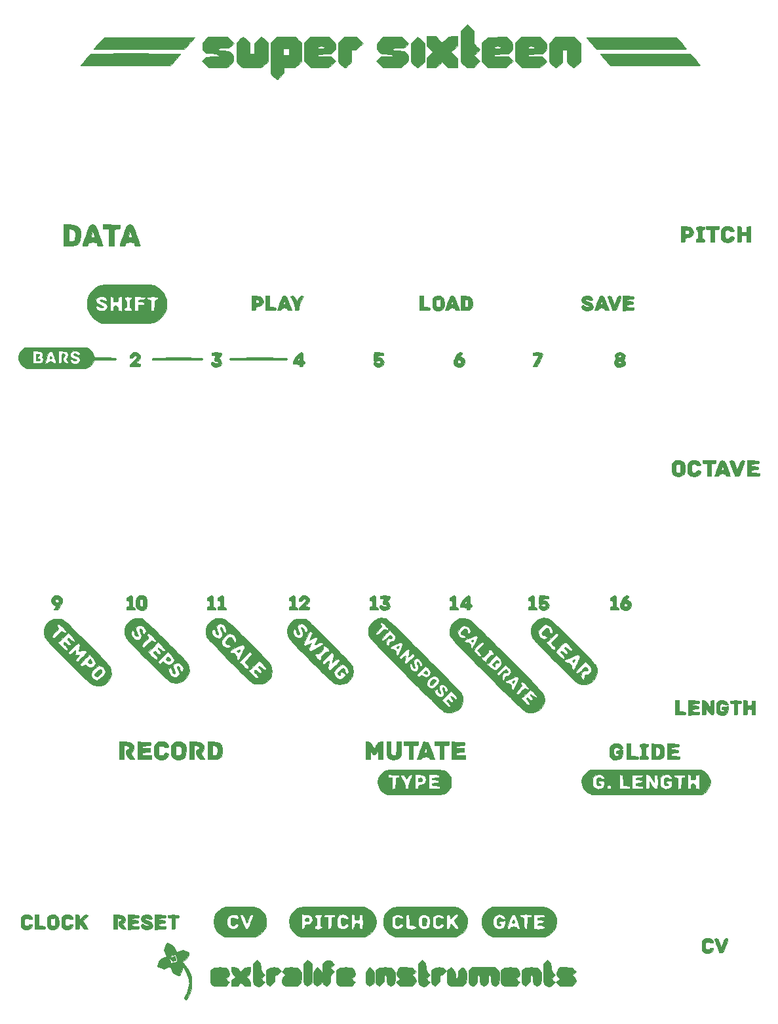
<source format=gbr>
G04 #@! TF.GenerationSoftware,KiCad,Pcbnew,(5.1.2)-1*
G04 #@! TF.CreationDate,2020-07-24T16:32:53-07:00*
G04 #@! TF.ProjectId,kicad-panel,6b696361-642d-4706-916e-656c2e6b6963,rev?*
G04 #@! TF.SameCoordinates,Original*
G04 #@! TF.FileFunction,Legend,Top*
G04 #@! TF.FilePolarity,Positive*
%FSLAX46Y46*%
G04 Gerber Fmt 4.6, Leading zero omitted, Abs format (unit mm)*
G04 Created by KiCad (PCBNEW (5.1.2)-1) date 2020-07-24 16:32:53*
%MOMM*%
%LPD*%
G04 APERTURE LIST*
%ADD10C,0.010000*%
G04 APERTURE END LIST*
D10*
G36*
X18570898Y-55833845D02*
G01*
X18575461Y-55845077D01*
X18623047Y-56041439D01*
X18562228Y-56126124D01*
X18499667Y-56134000D01*
X18395735Y-56063822D01*
X18372667Y-55969663D01*
X18409029Y-55806991D01*
X18489444Y-55752911D01*
X18570898Y-55833845D01*
X18570898Y-55833845D01*
G37*
X18570898Y-55833845D02*
X18575461Y-55845077D01*
X18623047Y-56041439D01*
X18562228Y-56126124D01*
X18499667Y-56134000D01*
X18395735Y-56063822D01*
X18372667Y-55969663D01*
X18409029Y-55806991D01*
X18489444Y-55752911D01*
X18570898Y-55833845D01*
G36*
X16820970Y-55472209D02*
G01*
X17010155Y-55529888D01*
X17077930Y-55620691D01*
X17008157Y-55708106D01*
X16936795Y-55734293D01*
X16791953Y-55831108D01*
X16781133Y-55968136D01*
X16904955Y-56081293D01*
X16933333Y-56091666D01*
X17084601Y-56186680D01*
X17090800Y-56296324D01*
X16965025Y-56374758D01*
X16848667Y-56388000D01*
X16704100Y-56380349D01*
X16628465Y-56329774D01*
X16599431Y-56194844D01*
X16594668Y-55934127D01*
X16594667Y-55916709D01*
X16598893Y-55649035D01*
X16624802Y-55511711D01*
X16692235Y-55465762D01*
X16820970Y-55472209D01*
X16820970Y-55472209D01*
G37*
X16820970Y-55472209D02*
X17010155Y-55529888D01*
X17077930Y-55620691D01*
X17008157Y-55708106D01*
X16936795Y-55734293D01*
X16791953Y-55831108D01*
X16781133Y-55968136D01*
X16904955Y-56081293D01*
X16933333Y-56091666D01*
X17084601Y-56186680D01*
X17090800Y-56296324D01*
X16965025Y-56374758D01*
X16848667Y-56388000D01*
X16704100Y-56380349D01*
X16628465Y-56329774D01*
X16599431Y-56194844D01*
X16594668Y-55934127D01*
X16594667Y-55916709D01*
X16598893Y-55649035D01*
X16624802Y-55511711D01*
X16692235Y-55465762D01*
X16820970Y-55472209D01*
G36*
X33707463Y-94639451D02*
G01*
X33795742Y-94712103D01*
X33930702Y-94895126D01*
X33941866Y-95056701D01*
X33833560Y-95153960D01*
X33750033Y-95165333D01*
X33546925Y-95114071D01*
X33442015Y-95036745D01*
X33384051Y-94915237D01*
X33449785Y-94783533D01*
X33487724Y-94739726D01*
X33610008Y-94626695D01*
X33707463Y-94639451D01*
X33707463Y-94639451D01*
G37*
X33707463Y-94639451D02*
X33795742Y-94712103D01*
X33930702Y-94895126D01*
X33941866Y-95056701D01*
X33833560Y-95153960D01*
X33750033Y-95165333D01*
X33546925Y-95114071D01*
X33442015Y-95036745D01*
X33384051Y-94915237D01*
X33449785Y-94783533D01*
X33487724Y-94739726D01*
X33610008Y-94626695D01*
X33707463Y-94639451D01*
G36*
X42953854Y-93675260D02*
G01*
X42923571Y-93823352D01*
X42910594Y-93853000D01*
X42805205Y-94027353D01*
X42701392Y-94044495D01*
X42592234Y-93943571D01*
X42544497Y-93833313D01*
X42641891Y-93742377D01*
X42660967Y-93731904D01*
X42867791Y-93645491D01*
X42953854Y-93675260D01*
X42953854Y-93675260D01*
G37*
X42953854Y-93675260D02*
X42923571Y-93823352D01*
X42910594Y-93853000D01*
X42805205Y-94027353D01*
X42701392Y-94044495D01*
X42592234Y-93943571D01*
X42544497Y-93833313D01*
X42641891Y-93742377D01*
X42660967Y-93731904D01*
X42867791Y-93645491D01*
X42953854Y-93675260D01*
G36*
X86232245Y-94970041D02*
G01*
X86163207Y-95137454D01*
X86156527Y-95150023D01*
X86068843Y-95280230D01*
X85993038Y-95269454D01*
X85946322Y-95219300D01*
X85893322Y-95109053D01*
X85978707Y-95020088D01*
X86023118Y-94995044D01*
X86188406Y-94925890D01*
X86232245Y-94970041D01*
X86232245Y-94970041D01*
G37*
X86232245Y-94970041D02*
X86163207Y-95137454D01*
X86156527Y-95150023D01*
X86068843Y-95280230D01*
X85993038Y-95269454D01*
X85946322Y-95219300D01*
X85893322Y-95109053D01*
X85978707Y-95020088D01*
X86023118Y-94995044D01*
X86188406Y-94925890D01*
X86232245Y-94970041D01*
G36*
X23747671Y-95109088D02*
G01*
X23832468Y-95288772D01*
X23836148Y-95415314D01*
X23835968Y-95415610D01*
X23701014Y-95496903D01*
X23514663Y-95476239D01*
X23364168Y-95372383D01*
X23305751Y-95255632D01*
X23365827Y-95134117D01*
X23429841Y-95065862D01*
X23604746Y-94890957D01*
X23747671Y-95109088D01*
X23747671Y-95109088D01*
G37*
X23747671Y-95109088D02*
X23832468Y-95288772D01*
X23836148Y-95415314D01*
X23835968Y-95415610D01*
X23701014Y-95496903D01*
X23514663Y-95476239D01*
X23364168Y-95372383D01*
X23305751Y-95255632D01*
X23365827Y-95134117D01*
X23429841Y-95065862D01*
X23604746Y-94890957D01*
X23747671Y-95109088D01*
G36*
X25063429Y-96336019D02*
G01*
X25096817Y-96405679D01*
X25090082Y-96614257D01*
X24936785Y-96853029D01*
X24754117Y-97021433D01*
X24559065Y-97158085D01*
X24428097Y-97183363D01*
X24302410Y-97102399D01*
X24263047Y-97064285D01*
X24165414Y-96950542D01*
X24149705Y-96850228D01*
X24229535Y-96722551D01*
X24418519Y-96526714D01*
X24454080Y-96491909D01*
X24718679Y-96282281D01*
X24921742Y-96230325D01*
X25063429Y-96336019D01*
X25063429Y-96336019D01*
G37*
X25063429Y-96336019D02*
X25096817Y-96405679D01*
X25090082Y-96614257D01*
X24936785Y-96853029D01*
X24754117Y-97021433D01*
X24559065Y-97158085D01*
X24428097Y-97183363D01*
X24302410Y-97102399D01*
X24263047Y-97064285D01*
X24165414Y-96950542D01*
X24149705Y-96850228D01*
X24229535Y-96722551D01*
X24418519Y-96526714D01*
X24454080Y-96491909D01*
X24718679Y-96282281D01*
X24921742Y-96230325D01*
X25063429Y-96336019D01*
G36*
X73111136Y-92426554D02*
G01*
X73067333Y-92540666D01*
X72973269Y-92685095D01*
X72901728Y-92685220D01*
X72849816Y-92615867D01*
X72857805Y-92497510D01*
X72908319Y-92447830D01*
X73065802Y-92376409D01*
X73111136Y-92426554D01*
X73111136Y-92426554D01*
G37*
X73111136Y-92426554D02*
X73067333Y-92540666D01*
X72973269Y-92685095D01*
X72901728Y-92685220D01*
X72849816Y-92615867D01*
X72857805Y-92497510D01*
X72908319Y-92447830D01*
X73065802Y-92376409D01*
X73111136Y-92426554D01*
G36*
X76209833Y-95055658D02*
G01*
X76237203Y-95076408D01*
X76352721Y-95224116D01*
X76360166Y-95349835D01*
X76264830Y-95404005D01*
X76203113Y-95395615D01*
X76013738Y-95410977D01*
X75911537Y-95549276D01*
X75917085Y-95741239D01*
X75923044Y-95892478D01*
X75840618Y-95912254D01*
X75689321Y-95799608D01*
X75646515Y-95754517D01*
X75561065Y-95646939D01*
X75553868Y-95556703D01*
X75639914Y-95436154D01*
X75797596Y-95274226D01*
X75989199Y-95096590D01*
X76112881Y-95029912D01*
X76209833Y-95055658D01*
X76209833Y-95055658D01*
G37*
X76209833Y-95055658D02*
X76237203Y-95076408D01*
X76352721Y-95224116D01*
X76360166Y-95349835D01*
X76264830Y-95404005D01*
X76203113Y-95395615D01*
X76013738Y-95410977D01*
X75911537Y-95549276D01*
X75917085Y-95741239D01*
X75923044Y-95892478D01*
X75840618Y-95912254D01*
X75689321Y-95799608D01*
X75646515Y-95754517D01*
X75561065Y-95646939D01*
X75553868Y-95556703D01*
X75639914Y-95436154D01*
X75797596Y-95274226D01*
X75989199Y-95096590D01*
X76112881Y-95029912D01*
X76209833Y-95055658D01*
G36*
X78442912Y-97679374D02*
G01*
X78373874Y-97846788D01*
X78367194Y-97859356D01*
X78279510Y-97989564D01*
X78203705Y-97978787D01*
X78156988Y-97928633D01*
X78103988Y-97818387D01*
X78189373Y-97729421D01*
X78233785Y-97704378D01*
X78399072Y-97635224D01*
X78442912Y-97679374D01*
X78442912Y-97679374D01*
G37*
X78442912Y-97679374D02*
X78373874Y-97846788D01*
X78367194Y-97859356D01*
X78279510Y-97989564D01*
X78203705Y-97978787D01*
X78156988Y-97928633D01*
X78103988Y-97818387D01*
X78189373Y-97729421D01*
X78233785Y-97704378D01*
X78399072Y-97635224D01*
X78442912Y-97679374D01*
G36*
X63494286Y-93243183D02*
G01*
X63474618Y-93351891D01*
X63448608Y-93422741D01*
X63350494Y-93546220D01*
X63234095Y-93510132D01*
X63197816Y-93462533D01*
X63209318Y-93351527D01*
X63321766Y-93250903D01*
X63436500Y-93219296D01*
X63494286Y-93243183D01*
X63494286Y-93243183D01*
G37*
X63494286Y-93243183D02*
X63474618Y-93351891D01*
X63448608Y-93422741D01*
X63350494Y-93546220D01*
X63234095Y-93510132D01*
X63197816Y-93462533D01*
X63209318Y-93351527D01*
X63321766Y-93250903D01*
X63436500Y-93219296D01*
X63494286Y-93243183D01*
G36*
X67021098Y-96371581D02*
G01*
X67100165Y-96465853D01*
X67183881Y-96664580D01*
X67136497Y-96800432D01*
X66993059Y-96843241D01*
X66788611Y-96762840D01*
X66770238Y-96749866D01*
X66675588Y-96662716D01*
X66697909Y-96579883D01*
X66804036Y-96475823D01*
X66939513Y-96366325D01*
X67021098Y-96371581D01*
X67021098Y-96371581D01*
G37*
X67021098Y-96371581D02*
X67100165Y-96465853D01*
X67183881Y-96664580D01*
X67136497Y-96800432D01*
X66993059Y-96843241D01*
X66788611Y-96762840D01*
X66770238Y-96749866D01*
X66675588Y-96662716D01*
X66697909Y-96579883D01*
X66804036Y-96475823D01*
X66939513Y-96366325D01*
X67021098Y-96371581D01*
G36*
X68217145Y-97577603D02*
G01*
X68234463Y-97607829D01*
X68262931Y-97733082D01*
X68191601Y-97872649D01*
X68042911Y-98031162D01*
X67815728Y-98226115D01*
X67657279Y-98293638D01*
X67539622Y-98245324D01*
X67535778Y-98241555D01*
X67481152Y-98077510D01*
X67570212Y-97857129D01*
X67706840Y-97688799D01*
X67925863Y-97501914D01*
X68090234Y-97465728D01*
X68217145Y-97577603D01*
X68217145Y-97577603D01*
G37*
X68217145Y-97577603D02*
X68234463Y-97607829D01*
X68262931Y-97733082D01*
X68191601Y-97872649D01*
X68042911Y-98031162D01*
X67815728Y-98226115D01*
X67657279Y-98293638D01*
X67539622Y-98245324D01*
X67535778Y-98241555D01*
X67481152Y-98077510D01*
X67570212Y-97857129D01*
X67706840Y-97688799D01*
X67925863Y-97501914D01*
X68090234Y-97465728D01*
X68217145Y-97577603D01*
G36*
X66411631Y-110289652D02*
G01*
X66513795Y-110422700D01*
X66479609Y-110593284D01*
X66454427Y-110627731D01*
X66293482Y-110726094D01*
X66104329Y-110735166D01*
X66011778Y-110687555D01*
X65967228Y-110566405D01*
X65955333Y-110433555D01*
X65987331Y-110289721D01*
X66116243Y-110239088D01*
X66200275Y-110236000D01*
X66411631Y-110289652D01*
X66411631Y-110289652D01*
G37*
X66411631Y-110289652D02*
X66513795Y-110422700D01*
X66479609Y-110593284D01*
X66454427Y-110627731D01*
X66293482Y-110726094D01*
X66104329Y-110735166D01*
X66011778Y-110687555D01*
X65967228Y-110566405D01*
X65955333Y-110433555D01*
X65987331Y-110289721D01*
X66116243Y-110239088D01*
X66200275Y-110236000D01*
X66411631Y-110289652D01*
G36*
X78326497Y-128621673D02*
G01*
X78399601Y-128822652D01*
X78362077Y-128975845D01*
X78236404Y-129032000D01*
X78130048Y-129013736D01*
X78115303Y-128927165D01*
X78162864Y-128769840D01*
X78238491Y-128604720D01*
X78303797Y-128593015D01*
X78326497Y-128621673D01*
X78326497Y-128621673D01*
G37*
X78326497Y-128621673D02*
X78399601Y-128822652D01*
X78362077Y-128975845D01*
X78236404Y-129032000D01*
X78130048Y-129013736D01*
X78115303Y-128927165D01*
X78162864Y-128769840D01*
X78238491Y-128604720D01*
X78303797Y-128593015D01*
X78326497Y-128621673D01*
G36*
X66891564Y-128303738D02*
G01*
X66981628Y-128368425D01*
X67036993Y-128550153D01*
X67052587Y-128806129D01*
X67030652Y-129062226D01*
X66973428Y-129244318D01*
X66954400Y-129269066D01*
X66785349Y-129358534D01*
X66606977Y-129351169D01*
X66497945Y-129254075D01*
X66476586Y-129104488D01*
X66473522Y-128858421D01*
X66479436Y-128724908D01*
X66505817Y-128472961D01*
X66559150Y-128343936D01*
X66663440Y-128291446D01*
X66707758Y-128283758D01*
X66891564Y-128303738D01*
X66891564Y-128303738D01*
G37*
X66891564Y-128303738D02*
X66981628Y-128368425D01*
X67036993Y-128550153D01*
X67052587Y-128806129D01*
X67030652Y-129062226D01*
X66973428Y-129244318D01*
X66954400Y-129269066D01*
X66785349Y-129358534D01*
X66606977Y-129351169D01*
X66497945Y-129254075D01*
X66476586Y-129104488D01*
X66473522Y-128858421D01*
X66479436Y-128724908D01*
X66505817Y-128472961D01*
X66559150Y-128343936D01*
X66663440Y-128291446D01*
X66707758Y-128283758D01*
X66891564Y-128303738D01*
G36*
X51746873Y-128328165D02*
G01*
X51803703Y-128382182D01*
X51871134Y-128557753D01*
X51795163Y-128702043D01*
X51601510Y-128775342D01*
X51547318Y-128778000D01*
X51372053Y-128759068D01*
X51317018Y-128669143D01*
X51323543Y-128545166D01*
X51408421Y-128356383D01*
X51569193Y-128277376D01*
X51746873Y-128328165D01*
X51746873Y-128328165D01*
G37*
X51746873Y-128328165D02*
X51803703Y-128382182D01*
X51871134Y-128557753D01*
X51795163Y-128702043D01*
X51601510Y-128775342D01*
X51547318Y-128778000D01*
X51372053Y-128759068D01*
X51317018Y-128669143D01*
X51323543Y-128545166D01*
X51408421Y-128356383D01*
X51569193Y-128277376D01*
X51746873Y-128328165D01*
G36*
X34541920Y-133336736D02*
G01*
X34582042Y-133500422D01*
X34613073Y-133680600D01*
X34620142Y-133801483D01*
X34615383Y-133814838D01*
X34520304Y-133855013D01*
X34363885Y-133899979D01*
X34200104Y-133916076D01*
X34105359Y-133828932D01*
X34053060Y-133701211D01*
X34005938Y-133521571D01*
X34057377Y-133427036D01*
X34224469Y-133356016D01*
X34409129Y-133293835D01*
X34505687Y-133265501D01*
X34507574Y-133265333D01*
X34541920Y-133336736D01*
X34541920Y-133336736D01*
G37*
X34541920Y-133336736D02*
X34582042Y-133500422D01*
X34613073Y-133680600D01*
X34620142Y-133801483D01*
X34615383Y-133814838D01*
X34520304Y-133855013D01*
X34363885Y-133899979D01*
X34200104Y-133916076D01*
X34105359Y-133828932D01*
X34053060Y-133701211D01*
X34005938Y-133521571D01*
X34057377Y-133427036D01*
X34224469Y-133356016D01*
X34409129Y-133293835D01*
X34505687Y-133265501D01*
X34507574Y-133265333D01*
X34541920Y-133336736D01*
G36*
X99356333Y-14567271D02*
G01*
X99906667Y-15215351D01*
X100153392Y-15508198D01*
X100367671Y-15766720D01*
X100519501Y-15954512D01*
X100567634Y-16017382D01*
X100583932Y-16047354D01*
X100578925Y-16073162D01*
X100541089Y-16095115D01*
X100458900Y-16113522D01*
X100320835Y-16128692D01*
X100115369Y-16140933D01*
X99830978Y-16150554D01*
X99456139Y-16157864D01*
X98979327Y-16163172D01*
X98389020Y-16166786D01*
X97673691Y-16169015D01*
X96821819Y-16170169D01*
X95821878Y-16170555D01*
X94852634Y-16170512D01*
X89027000Y-16169691D01*
X88370833Y-15414146D01*
X88114783Y-15115491D01*
X87905488Y-14864091D01*
X87764830Y-14686740D01*
X87714667Y-14610634D01*
X87797054Y-14602625D01*
X88035105Y-14595100D01*
X88415146Y-14588167D01*
X88923508Y-14581933D01*
X89546520Y-14576505D01*
X90270511Y-14571990D01*
X91081810Y-14568495D01*
X91966747Y-14566129D01*
X92911650Y-14564997D01*
X93535500Y-14564969D01*
X99356333Y-14567271D01*
X99356333Y-14567271D01*
G37*
X99356333Y-14567271D02*
X99906667Y-15215351D01*
X100153392Y-15508198D01*
X100367671Y-15766720D01*
X100519501Y-15954512D01*
X100567634Y-16017382D01*
X100583932Y-16047354D01*
X100578925Y-16073162D01*
X100541089Y-16095115D01*
X100458900Y-16113522D01*
X100320835Y-16128692D01*
X100115369Y-16140933D01*
X99830978Y-16150554D01*
X99456139Y-16157864D01*
X98979327Y-16163172D01*
X98389020Y-16166786D01*
X97673691Y-16169015D01*
X96821819Y-16170169D01*
X95821878Y-16170555D01*
X94852634Y-16170512D01*
X89027000Y-16169691D01*
X88370833Y-15414146D01*
X88114783Y-15115491D01*
X87905488Y-14864091D01*
X87764830Y-14686740D01*
X87714667Y-14610634D01*
X87797054Y-14602625D01*
X88035105Y-14595100D01*
X88415146Y-14588167D01*
X88923508Y-14581933D01*
X89546520Y-14576505D01*
X90270511Y-14571990D01*
X91081810Y-14568495D01*
X91966747Y-14566129D01*
X92911650Y-14564997D01*
X93535500Y-14564969D01*
X99356333Y-14567271D01*
G36*
X28893006Y-14576976D02*
G01*
X29783528Y-14578490D01*
X30731368Y-14581079D01*
X31301108Y-14583080D01*
X37075216Y-14605000D01*
X36397916Y-15388166D01*
X35720616Y-16171333D01*
X24033251Y-16171333D01*
X24693544Y-15399288D01*
X24957456Y-15096120D01*
X25186447Y-14843100D01*
X25355803Y-14666865D01*
X25440419Y-14594201D01*
X25537664Y-14588945D01*
X25790239Y-14584576D01*
X26184142Y-14581121D01*
X26705372Y-14578607D01*
X27339927Y-14577061D01*
X28073806Y-14576508D01*
X28893006Y-14576976D01*
X28893006Y-14576976D01*
G37*
X28893006Y-14576976D02*
X29783528Y-14578490D01*
X30731368Y-14581079D01*
X31301108Y-14583080D01*
X37075216Y-14605000D01*
X36397916Y-15388166D01*
X35720616Y-16171333D01*
X24033251Y-16171333D01*
X24693544Y-15399288D01*
X24957456Y-15096120D01*
X25186447Y-14843100D01*
X25355803Y-14666865D01*
X25440419Y-14594201D01*
X25537664Y-14588945D01*
X25790239Y-14584576D01*
X26184142Y-14581121D01*
X26705372Y-14578607D01*
X27339927Y-14577061D01*
X28073806Y-14576508D01*
X28893006Y-14576976D01*
G36*
X101134333Y-16683938D02*
G01*
X101684667Y-17332017D01*
X101931392Y-17624864D01*
X102145671Y-17883387D01*
X102297501Y-18071178D01*
X102345634Y-18134048D01*
X102361932Y-18164020D01*
X102356925Y-18189828D01*
X102319089Y-18211782D01*
X102236900Y-18230189D01*
X102098835Y-18245358D01*
X101893369Y-18257599D01*
X101608978Y-18267220D01*
X101234139Y-18274530D01*
X100757327Y-18279838D01*
X100167020Y-18283453D01*
X99451691Y-18285682D01*
X98599819Y-18286836D01*
X97599878Y-18287222D01*
X96630634Y-18287179D01*
X90805000Y-18286358D01*
X90148833Y-17530813D01*
X89892783Y-17232158D01*
X89683488Y-16980757D01*
X89542830Y-16803406D01*
X89492667Y-16727300D01*
X89575054Y-16719291D01*
X89813105Y-16711767D01*
X90193146Y-16704834D01*
X90701508Y-16698599D01*
X91324520Y-16693171D01*
X92048511Y-16688656D01*
X92859810Y-16685162D01*
X93744747Y-16682796D01*
X94689650Y-16681664D01*
X95313500Y-16681635D01*
X101134333Y-16683938D01*
X101134333Y-16683938D01*
G37*
X101134333Y-16683938D02*
X101684667Y-17332017D01*
X101931392Y-17624864D01*
X102145671Y-17883387D01*
X102297501Y-18071178D01*
X102345634Y-18134048D01*
X102361932Y-18164020D01*
X102356925Y-18189828D01*
X102319089Y-18211782D01*
X102236900Y-18230189D01*
X102098835Y-18245358D01*
X101893369Y-18257599D01*
X101608978Y-18267220D01*
X101234139Y-18274530D01*
X100757327Y-18279838D01*
X100167020Y-18283453D01*
X99451691Y-18285682D01*
X98599819Y-18286836D01*
X97599878Y-18287222D01*
X96630634Y-18287179D01*
X90805000Y-18286358D01*
X90148833Y-17530813D01*
X89892783Y-17232158D01*
X89683488Y-16980757D01*
X89542830Y-16803406D01*
X89492667Y-16727300D01*
X89575054Y-16719291D01*
X89813105Y-16711767D01*
X90193146Y-16704834D01*
X90701508Y-16698599D01*
X91324520Y-16693171D01*
X92048511Y-16688656D01*
X92859810Y-16685162D01*
X93744747Y-16682796D01*
X94689650Y-16681664D01*
X95313500Y-16681635D01*
X101134333Y-16683938D01*
G36*
X30649221Y-16680818D02*
G01*
X31650247Y-16682148D01*
X32502959Y-16684792D01*
X33217868Y-16688950D01*
X33805481Y-16694826D01*
X34276307Y-16702621D01*
X34640857Y-16712537D01*
X34909637Y-16724776D01*
X35093158Y-16739540D01*
X35201928Y-16757031D01*
X35246457Y-16777449D01*
X35246707Y-16791194D01*
X35165742Y-16899024D01*
X35000055Y-17102671D01*
X34776007Y-17370147D01*
X34586333Y-17592468D01*
X33993667Y-18281880D01*
X28172833Y-18284940D01*
X27196995Y-18284828D01*
X26272457Y-18283509D01*
X25412890Y-18281079D01*
X24631965Y-18277634D01*
X23943352Y-18273272D01*
X23360723Y-18268088D01*
X22897749Y-18262179D01*
X22568099Y-18255641D01*
X22385445Y-18248572D01*
X22352000Y-18243859D01*
X22404157Y-18166334D01*
X22546110Y-17988084D01*
X22756081Y-17735762D01*
X23008167Y-17440793D01*
X23664333Y-16681868D01*
X29489374Y-16680600D01*
X30649221Y-16680818D01*
X30649221Y-16680818D01*
G37*
X30649221Y-16680818D02*
X31650247Y-16682148D01*
X32502959Y-16684792D01*
X33217868Y-16688950D01*
X33805481Y-16694826D01*
X34276307Y-16702621D01*
X34640857Y-16712537D01*
X34909637Y-16724776D01*
X35093158Y-16739540D01*
X35201928Y-16757031D01*
X35246457Y-16777449D01*
X35246707Y-16791194D01*
X35165742Y-16899024D01*
X35000055Y-17102671D01*
X34776007Y-17370147D01*
X34586333Y-17592468D01*
X33993667Y-18281880D01*
X28172833Y-18284940D01*
X27196995Y-18284828D01*
X26272457Y-18283509D01*
X25412890Y-18281079D01*
X24631965Y-18277634D01*
X23943352Y-18273272D01*
X23360723Y-18268088D01*
X22897749Y-18262179D01*
X22568099Y-18255641D01*
X22385445Y-18248572D01*
X22352000Y-18243859D01*
X22404157Y-18166334D01*
X22546110Y-17988084D01*
X22756081Y-17735762D01*
X23008167Y-17440793D01*
X23664333Y-16681868D01*
X29489374Y-16680600D01*
X30649221Y-16680818D01*
G36*
X86952667Y-15372816D02*
G01*
X86952667Y-17744032D01*
X86547592Y-18143016D01*
X86330254Y-18345440D01*
X86153523Y-18489024D01*
X86057575Y-18542000D01*
X85958973Y-18485637D01*
X85783052Y-18338064D01*
X85573650Y-18136925D01*
X85174667Y-17731850D01*
X85174667Y-16256000D01*
X84582000Y-16256000D01*
X84582000Y-17815923D01*
X84225705Y-18178961D01*
X84021358Y-18372708D01*
X83855275Y-18504420D01*
X83778022Y-18542000D01*
X83676020Y-18485542D01*
X83497549Y-18337742D01*
X83287650Y-18136925D01*
X82888667Y-17731850D01*
X82888667Y-15360634D01*
X83293741Y-14961650D01*
X83698816Y-14562666D01*
X86154699Y-14562666D01*
X86952667Y-15372816D01*
X86952667Y-15372816D01*
G37*
X86952667Y-15372816D02*
X86952667Y-17744032D01*
X86547592Y-18143016D01*
X86330254Y-18345440D01*
X86153523Y-18489024D01*
X86057575Y-18542000D01*
X85958973Y-18485637D01*
X85783052Y-18338064D01*
X85573650Y-18136925D01*
X85174667Y-17731850D01*
X85174667Y-16256000D01*
X84582000Y-16256000D01*
X84582000Y-17815923D01*
X84225705Y-18178961D01*
X84021358Y-18372708D01*
X83855275Y-18504420D01*
X83778022Y-18542000D01*
X83676020Y-18485542D01*
X83497549Y-18337742D01*
X83287650Y-18136925D01*
X82888667Y-17731850D01*
X82888667Y-15360634D01*
X83293741Y-14961650D01*
X83698816Y-14562666D01*
X86154699Y-14562666D01*
X86952667Y-15372816D01*
G36*
X82151016Y-14967741D02*
G01*
X82367067Y-15197733D01*
X82486885Y-15371586D01*
X82538509Y-15548183D01*
X82549976Y-15786407D01*
X82550000Y-15805637D01*
X82536644Y-16080357D01*
X82474764Y-16262521D01*
X82331646Y-16428170D01*
X82250720Y-16501229D01*
X82110371Y-16618621D01*
X81983654Y-16694524D01*
X81829784Y-16737980D01*
X81607973Y-16758030D01*
X81277436Y-16763717D01*
X81065387Y-16764000D01*
X80669567Y-16766136D01*
X80413077Y-16776365D01*
X80265933Y-16800417D01*
X80198148Y-16844024D01*
X80179737Y-16912915D01*
X80179333Y-16933333D01*
X80190214Y-17007992D01*
X80242542Y-17056774D01*
X80365846Y-17085143D01*
X80589654Y-17098568D01*
X80943495Y-17102513D01*
X81094058Y-17102666D01*
X82008782Y-17102666D01*
X82300558Y-17406941D01*
X82592333Y-17711216D01*
X82131709Y-18126608D01*
X81671084Y-18542000D01*
X79369215Y-18542000D01*
X78927608Y-18094837D01*
X78486000Y-17647675D01*
X78486000Y-15917333D01*
X80179333Y-15917333D01*
X80204262Y-16023153D01*
X80307775Y-16073192D01*
X80532963Y-16086602D01*
X80560333Y-16086666D01*
X80798428Y-16075587D01*
X80911016Y-16029581D01*
X80941188Y-15929497D01*
X80941333Y-15917333D01*
X80916404Y-15811513D01*
X80812891Y-15761474D01*
X80587704Y-15748064D01*
X80560333Y-15748000D01*
X80322238Y-15759079D01*
X80209650Y-15805085D01*
X80179479Y-15905168D01*
X80179333Y-15917333D01*
X78486000Y-15917333D01*
X78486000Y-15360634D01*
X79296150Y-14562666D01*
X81752032Y-14562666D01*
X82151016Y-14967741D01*
X82151016Y-14967741D01*
G37*
X82151016Y-14967741D02*
X82367067Y-15197733D01*
X82486885Y-15371586D01*
X82538509Y-15548183D01*
X82549976Y-15786407D01*
X82550000Y-15805637D01*
X82536644Y-16080357D01*
X82474764Y-16262521D01*
X82331646Y-16428170D01*
X82250720Y-16501229D01*
X82110371Y-16618621D01*
X81983654Y-16694524D01*
X81829784Y-16737980D01*
X81607973Y-16758030D01*
X81277436Y-16763717D01*
X81065387Y-16764000D01*
X80669567Y-16766136D01*
X80413077Y-16776365D01*
X80265933Y-16800417D01*
X80198148Y-16844024D01*
X80179737Y-16912915D01*
X80179333Y-16933333D01*
X80190214Y-17007992D01*
X80242542Y-17056774D01*
X80365846Y-17085143D01*
X80589654Y-17098568D01*
X80943495Y-17102513D01*
X81094058Y-17102666D01*
X82008782Y-17102666D01*
X82300558Y-17406941D01*
X82592333Y-17711216D01*
X82131709Y-18126608D01*
X81671084Y-18542000D01*
X79369215Y-18542000D01*
X78927608Y-18094837D01*
X78486000Y-17647675D01*
X78486000Y-15917333D01*
X80179333Y-15917333D01*
X80204262Y-16023153D01*
X80307775Y-16073192D01*
X80532963Y-16086602D01*
X80560333Y-16086666D01*
X80798428Y-16075587D01*
X80911016Y-16029581D01*
X80941188Y-15929497D01*
X80941333Y-15917333D01*
X80916404Y-15811513D01*
X80812891Y-15761474D01*
X80587704Y-15748064D01*
X80560333Y-15748000D01*
X80322238Y-15759079D01*
X80209650Y-15805085D01*
X80179479Y-15905168D01*
X80179333Y-15917333D01*
X78486000Y-15917333D01*
X78486000Y-15360634D01*
X79296150Y-14562666D01*
X81752032Y-14562666D01*
X82151016Y-14967741D01*
G36*
X77791038Y-14925704D02*
G01*
X77992713Y-15144307D01*
X78099335Y-15318452D01*
X78140856Y-15517913D01*
X78147333Y-15755762D01*
X78135353Y-16044156D01*
X78081235Y-16235907D01*
X77957712Y-16403049D01*
X77868136Y-16493391D01*
X77739702Y-16612893D01*
X77624040Y-16690729D01*
X77482025Y-16735831D01*
X77274532Y-16757132D01*
X76962436Y-16763562D01*
X76682802Y-16764000D01*
X76281729Y-16766049D01*
X76020310Y-16775893D01*
X75868883Y-16799076D01*
X75797784Y-16841140D01*
X75777351Y-16907628D01*
X75776667Y-16933333D01*
X75787142Y-17006609D01*
X75837827Y-17055039D01*
X75957611Y-17083732D01*
X76175381Y-17097802D01*
X76520026Y-17102357D01*
X76733724Y-17102666D01*
X77690782Y-17102666D01*
X78230872Y-17659898D01*
X77784274Y-18100949D01*
X77337675Y-18542000D01*
X74965968Y-18542000D01*
X74168000Y-17731850D01*
X74168000Y-15860888D01*
X75776667Y-15860888D01*
X75808425Y-15992407D01*
X75927406Y-16061798D01*
X76169170Y-16085797D01*
X76256444Y-16086666D01*
X76489112Y-16074677D01*
X76596889Y-16025307D01*
X76623332Y-15918453D01*
X76623333Y-15917333D01*
X76601045Y-15815766D01*
X76506442Y-15765111D01*
X76297916Y-15748724D01*
X76200000Y-15748000D01*
X75920834Y-15765350D01*
X75790931Y-15820384D01*
X75776667Y-15860888D01*
X74168000Y-15860888D01*
X74168000Y-15309834D01*
X74570167Y-14939612D01*
X74972333Y-14569390D01*
X77434743Y-14562666D01*
X77791038Y-14925704D01*
X77791038Y-14925704D01*
G37*
X77791038Y-14925704D02*
X77992713Y-15144307D01*
X78099335Y-15318452D01*
X78140856Y-15517913D01*
X78147333Y-15755762D01*
X78135353Y-16044156D01*
X78081235Y-16235907D01*
X77957712Y-16403049D01*
X77868136Y-16493391D01*
X77739702Y-16612893D01*
X77624040Y-16690729D01*
X77482025Y-16735831D01*
X77274532Y-16757132D01*
X76962436Y-16763562D01*
X76682802Y-16764000D01*
X76281729Y-16766049D01*
X76020310Y-16775893D01*
X75868883Y-16799076D01*
X75797784Y-16841140D01*
X75777351Y-16907628D01*
X75776667Y-16933333D01*
X75787142Y-17006609D01*
X75837827Y-17055039D01*
X75957611Y-17083732D01*
X76175381Y-17097802D01*
X76520026Y-17102357D01*
X76733724Y-17102666D01*
X77690782Y-17102666D01*
X78230872Y-17659898D01*
X77784274Y-18100949D01*
X77337675Y-18542000D01*
X74965968Y-18542000D01*
X74168000Y-17731850D01*
X74168000Y-15860888D01*
X75776667Y-15860888D01*
X75808425Y-15992407D01*
X75927406Y-16061798D01*
X76169170Y-16085797D01*
X76256444Y-16086666D01*
X76489112Y-16074677D01*
X76596889Y-16025307D01*
X76623332Y-15918453D01*
X76623333Y-15917333D01*
X76601045Y-15815766D01*
X76506442Y-15765111D01*
X76297916Y-15748724D01*
X76200000Y-15748000D01*
X75920834Y-15765350D01*
X75790931Y-15820384D01*
X75776667Y-15860888D01*
X74168000Y-15860888D01*
X74168000Y-15309834D01*
X74570167Y-14939612D01*
X74972333Y-14569390D01*
X77434743Y-14562666D01*
X77791038Y-14925704D01*
G36*
X72728667Y-13335000D02*
G01*
X73152000Y-13751967D01*
X73152000Y-15361183D01*
X73550806Y-15766077D01*
X73949611Y-16170971D01*
X73575511Y-16552152D01*
X73201410Y-16933333D01*
X73575511Y-17314514D01*
X73949611Y-17695695D01*
X73532822Y-18118847D01*
X73302822Y-18343170D01*
X73132041Y-18470073D01*
X72965413Y-18527083D01*
X72747868Y-18541729D01*
X72686333Y-18542000D01*
X72444685Y-18532437D01*
X72268844Y-18484864D01*
X72100853Y-18370948D01*
X71882752Y-18162359D01*
X71857650Y-18136925D01*
X71458667Y-17731850D01*
X71458667Y-13751967D01*
X71882000Y-13334999D01*
X72305333Y-12918033D01*
X72728667Y-13335000D01*
X72728667Y-13335000D01*
G37*
X72728667Y-13335000D02*
X73152000Y-13751967D01*
X73152000Y-15361183D01*
X73550806Y-15766077D01*
X73949611Y-16170971D01*
X73575511Y-16552152D01*
X73201410Y-16933333D01*
X73575511Y-17314514D01*
X73949611Y-17695695D01*
X73532822Y-18118847D01*
X73302822Y-18343170D01*
X73132041Y-18470073D01*
X72965413Y-18527083D01*
X72747868Y-18541729D01*
X72686333Y-18542000D01*
X72444685Y-18532437D01*
X72268844Y-18484864D01*
X72100853Y-18370948D01*
X71882752Y-18162359D01*
X71857650Y-18136925D01*
X71458667Y-17731850D01*
X71458667Y-13751967D01*
X71882000Y-13334999D01*
X72305333Y-12918033D01*
X72728667Y-13335000D01*
G36*
X68597688Y-14859000D02*
G01*
X68792879Y-15062652D01*
X68955863Y-15200899D01*
X69035234Y-15240000D01*
X69144255Y-15183362D01*
X69325950Y-15035910D01*
X69511333Y-14859000D01*
X69716450Y-14657253D01*
X69874866Y-14543311D01*
X70049054Y-14492092D01*
X70301488Y-14478513D01*
X70460295Y-14478000D01*
X71035333Y-14478000D01*
X71035333Y-15699850D01*
X70237365Y-16510000D01*
X70636349Y-16915074D01*
X71035333Y-17320149D01*
X71035333Y-18542000D01*
X69800590Y-18542000D01*
X69052124Y-17779368D01*
X68664987Y-18160684D01*
X68458981Y-18357538D01*
X68300682Y-18471377D01*
X68130580Y-18524937D01*
X67889167Y-18540953D01*
X67666925Y-18542000D01*
X67056000Y-18542000D01*
X67056000Y-17320149D01*
X67454984Y-16915074D01*
X67853968Y-16510000D01*
X67056000Y-15699850D01*
X67056000Y-14478000D01*
X68262318Y-14478000D01*
X68597688Y-14859000D01*
X68597688Y-14859000D01*
G37*
X68597688Y-14859000D02*
X68792879Y-15062652D01*
X68955863Y-15200899D01*
X69035234Y-15240000D01*
X69144255Y-15183362D01*
X69325950Y-15035910D01*
X69511333Y-14859000D01*
X69716450Y-14657253D01*
X69874866Y-14543311D01*
X70049054Y-14492092D01*
X70301488Y-14478513D01*
X70460295Y-14478000D01*
X71035333Y-14478000D01*
X71035333Y-15699850D01*
X70237365Y-16510000D01*
X70636349Y-16915074D01*
X71035333Y-17320149D01*
X71035333Y-18542000D01*
X69800590Y-18542000D01*
X69052124Y-17779368D01*
X68664987Y-18160684D01*
X68458981Y-18357538D01*
X68300682Y-18471377D01*
X68130580Y-18524937D01*
X67889167Y-18540953D01*
X67666925Y-18542000D01*
X67056000Y-18542000D01*
X67056000Y-17320149D01*
X67454984Y-16915074D01*
X67853968Y-16510000D01*
X67056000Y-15699850D01*
X67056000Y-14478000D01*
X68262318Y-14478000D01*
X68597688Y-14859000D01*
G36*
X66017694Y-14619029D02*
G01*
X66193615Y-14766602D01*
X66403016Y-14967741D01*
X66802000Y-15372816D01*
X66802000Y-17744032D01*
X66396925Y-18143016D01*
X66179587Y-18345440D01*
X66002856Y-18489024D01*
X65906909Y-18542000D01*
X65808306Y-18485637D01*
X65632385Y-18338064D01*
X65422984Y-18136925D01*
X65024000Y-17731850D01*
X65024000Y-15360634D01*
X65429075Y-14961650D01*
X65646413Y-14759225D01*
X65823143Y-14615642D01*
X65919091Y-14562666D01*
X66017694Y-14619029D01*
X66017694Y-14619029D01*
G37*
X66017694Y-14619029D02*
X66193615Y-14766602D01*
X66403016Y-14967741D01*
X66802000Y-15372816D01*
X66802000Y-17744032D01*
X66396925Y-18143016D01*
X66179587Y-18345440D01*
X66002856Y-18489024D01*
X65906909Y-18542000D01*
X65808306Y-18485637D01*
X65632385Y-18338064D01*
X65422984Y-18136925D01*
X65024000Y-17731850D01*
X65024000Y-15360634D01*
X65429075Y-14961650D01*
X65646413Y-14759225D01*
X65823143Y-14615642D01*
X65919091Y-14562666D01*
X66017694Y-14619029D01*
G36*
X64719915Y-15407926D02*
G01*
X64432015Y-15704963D01*
X64144116Y-16002000D01*
X63343269Y-16002000D01*
X62972927Y-16003239D01*
X62746264Y-16011429D01*
X62637628Y-16033277D01*
X62621365Y-16075491D01*
X62671821Y-16144779D01*
X62695667Y-16171333D01*
X62804877Y-16260825D01*
X62960094Y-16312660D01*
X63205179Y-16336110D01*
X63496513Y-16340666D01*
X63830110Y-16344907D01*
X64045782Y-16368044D01*
X64194905Y-16425699D01*
X64328856Y-16533495D01*
X64414724Y-16619864D01*
X64595977Y-16843140D01*
X64673035Y-17067020D01*
X64685333Y-17278922D01*
X64674097Y-17488475D01*
X64622463Y-17653665D01*
X64503538Y-17823891D01*
X64290434Y-18048554D01*
X64238171Y-18100392D01*
X63791008Y-18542000D01*
X61419301Y-18542000D01*
X61003026Y-18119370D01*
X60586752Y-17696740D01*
X60874651Y-17399703D01*
X61162551Y-17102666D01*
X61963398Y-17102666D01*
X62333740Y-17101427D01*
X62560402Y-17093237D01*
X62669038Y-17071389D01*
X62685301Y-17029175D01*
X62634846Y-16959886D01*
X62611000Y-16933333D01*
X62496009Y-16840673D01*
X62331056Y-16788574D01*
X62070269Y-16766786D01*
X61853060Y-16764000D01*
X61533298Y-16759394D01*
X61326124Y-16732352D01*
X61174813Y-16663041D01*
X61022640Y-16531625D01*
X60934849Y-16442930D01*
X60741363Y-16221034D01*
X60648209Y-16027091D01*
X60621657Y-15785610D01*
X60621333Y-15741247D01*
X60634153Y-15520604D01*
X60691753Y-15349093D01*
X60822847Y-15171457D01*
X61026408Y-14961650D01*
X61431483Y-14562666D01*
X63887365Y-14562666D01*
X64719915Y-15407926D01*
X64719915Y-15407926D01*
G37*
X64719915Y-15407926D02*
X64432015Y-15704963D01*
X64144116Y-16002000D01*
X63343269Y-16002000D01*
X62972927Y-16003239D01*
X62746264Y-16011429D01*
X62637628Y-16033277D01*
X62621365Y-16075491D01*
X62671821Y-16144779D01*
X62695667Y-16171333D01*
X62804877Y-16260825D01*
X62960094Y-16312660D01*
X63205179Y-16336110D01*
X63496513Y-16340666D01*
X63830110Y-16344907D01*
X64045782Y-16368044D01*
X64194905Y-16425699D01*
X64328856Y-16533495D01*
X64414724Y-16619864D01*
X64595977Y-16843140D01*
X64673035Y-17067020D01*
X64685333Y-17278922D01*
X64674097Y-17488475D01*
X64622463Y-17653665D01*
X64503538Y-17823891D01*
X64290434Y-18048554D01*
X64238171Y-18100392D01*
X63791008Y-18542000D01*
X61419301Y-18542000D01*
X61003026Y-18119370D01*
X60586752Y-17696740D01*
X60874651Y-17399703D01*
X61162551Y-17102666D01*
X61963398Y-17102666D01*
X62333740Y-17101427D01*
X62560402Y-17093237D01*
X62669038Y-17071389D01*
X62685301Y-17029175D01*
X62634846Y-16959886D01*
X62611000Y-16933333D01*
X62496009Y-16840673D01*
X62331056Y-16788574D01*
X62070269Y-16766786D01*
X61853060Y-16764000D01*
X61533298Y-16759394D01*
X61326124Y-16732352D01*
X61174813Y-16663041D01*
X61022640Y-16531625D01*
X60934849Y-16442930D01*
X60741363Y-16221034D01*
X60648209Y-16027091D01*
X60621657Y-15785610D01*
X60621333Y-15741247D01*
X60634153Y-15520604D01*
X60691753Y-15349093D01*
X60822847Y-15171457D01*
X61026408Y-14961650D01*
X61431483Y-14562666D01*
X63887365Y-14562666D01*
X64719915Y-15407926D01*
G36*
X58843317Y-15372800D02*
G01*
X58396163Y-15814400D01*
X58142435Y-16051640D01*
X57952751Y-16186511D01*
X57781337Y-16245539D01*
X57634171Y-16256000D01*
X57319333Y-16256000D01*
X57319333Y-17850275D01*
X56926413Y-18196137D01*
X56712064Y-18377599D01*
X56548456Y-18502837D01*
X56478730Y-18542000D01*
X56395972Y-18486079D01*
X56231973Y-18339567D01*
X56024984Y-18136925D01*
X55626000Y-17731850D01*
X55626000Y-15360634D01*
X56436150Y-14562666D01*
X58045365Y-14562666D01*
X58843317Y-15372800D01*
X58843317Y-15372800D01*
G37*
X58843317Y-15372800D02*
X58396163Y-15814400D01*
X58142435Y-16051640D01*
X57952751Y-16186511D01*
X57781337Y-16245539D01*
X57634171Y-16256000D01*
X57319333Y-16256000D01*
X57319333Y-17850275D01*
X56926413Y-18196137D01*
X56712064Y-18377599D01*
X56548456Y-18502837D01*
X56478730Y-18542000D01*
X56395972Y-18486079D01*
X56231973Y-18339567D01*
X56024984Y-18136925D01*
X55626000Y-17731850D01*
X55626000Y-15360634D01*
X56436150Y-14562666D01*
X58045365Y-14562666D01*
X58843317Y-15372800D01*
G36*
X54888349Y-14967741D02*
G01*
X55104631Y-15198157D01*
X55224496Y-15372406D01*
X55276030Y-15549094D01*
X55287321Y-15786824D01*
X55287333Y-15800238D01*
X55275235Y-16067760D01*
X55214728Y-16242382D01*
X55069494Y-16399808D01*
X54953631Y-16495829D01*
X54789903Y-16620588D01*
X54645256Y-16699087D01*
X54474105Y-16742022D01*
X54230866Y-16760087D01*
X53869955Y-16763977D01*
X53810631Y-16764000D01*
X53435430Y-16766527D01*
X53198219Y-16778479D01*
X53067679Y-16806408D01*
X53012493Y-16856868D01*
X53001333Y-16933333D01*
X53012660Y-17009463D01*
X53066781Y-17058592D01*
X53193908Y-17086584D01*
X53424251Y-17099305D01*
X53788022Y-17102617D01*
X53873724Y-17102666D01*
X54746116Y-17102666D01*
X55033108Y-17398767D01*
X55320101Y-17694868D01*
X54859217Y-18114591D01*
X54398333Y-18534313D01*
X53252441Y-18538156D01*
X52106549Y-18542000D01*
X51664941Y-18094837D01*
X51223333Y-17647675D01*
X51223333Y-15921972D01*
X53001333Y-15921972D01*
X53020489Y-16026379D01*
X53106711Y-16072355D01*
X53303133Y-16075819D01*
X53402738Y-16070138D01*
X53667289Y-16035648D01*
X53799834Y-15966472D01*
X53832280Y-15896166D01*
X53823958Y-15807722D01*
X53730741Y-15763052D01*
X53515698Y-15748523D01*
X53430875Y-15748000D01*
X53175190Y-15756368D01*
X53046763Y-15792737D01*
X53003879Y-15874001D01*
X53001333Y-15921972D01*
X51223333Y-15921972D01*
X51223333Y-15360634D01*
X52033483Y-14562666D01*
X54489365Y-14562666D01*
X54888349Y-14967741D01*
X54888349Y-14967741D01*
G37*
X54888349Y-14967741D02*
X55104631Y-15198157D01*
X55224496Y-15372406D01*
X55276030Y-15549094D01*
X55287321Y-15786824D01*
X55287333Y-15800238D01*
X55275235Y-16067760D01*
X55214728Y-16242382D01*
X55069494Y-16399808D01*
X54953631Y-16495829D01*
X54789903Y-16620588D01*
X54645256Y-16699087D01*
X54474105Y-16742022D01*
X54230866Y-16760087D01*
X53869955Y-16763977D01*
X53810631Y-16764000D01*
X53435430Y-16766527D01*
X53198219Y-16778479D01*
X53067679Y-16806408D01*
X53012493Y-16856868D01*
X53001333Y-16933333D01*
X53012660Y-17009463D01*
X53066781Y-17058592D01*
X53193908Y-17086584D01*
X53424251Y-17099305D01*
X53788022Y-17102617D01*
X53873724Y-17102666D01*
X54746116Y-17102666D01*
X55033108Y-17398767D01*
X55320101Y-17694868D01*
X54859217Y-18114591D01*
X54398333Y-18534313D01*
X53252441Y-18538156D01*
X52106549Y-18542000D01*
X51664941Y-18094837D01*
X51223333Y-17647675D01*
X51223333Y-15921972D01*
X53001333Y-15921972D01*
X53020489Y-16026379D01*
X53106711Y-16072355D01*
X53303133Y-16075819D01*
X53402738Y-16070138D01*
X53667289Y-16035648D01*
X53799834Y-15966472D01*
X53832280Y-15896166D01*
X53823958Y-15807722D01*
X53730741Y-15763052D01*
X53515698Y-15748523D01*
X53430875Y-15748000D01*
X53175190Y-15756368D01*
X53046763Y-15792737D01*
X53003879Y-15874001D01*
X53001333Y-15921972D01*
X51223333Y-15921972D01*
X51223333Y-15360634D01*
X52033483Y-14562666D01*
X54489365Y-14562666D01*
X54888349Y-14967741D01*
G36*
X45850826Y-14619663D02*
G01*
X46042068Y-14767325D01*
X46210372Y-14925704D01*
X46566667Y-15288742D01*
X46565598Y-16513204D01*
X46564530Y-17737666D01*
X45647348Y-18542000D01*
X43300634Y-18542000D01*
X42901650Y-18136925D01*
X42502667Y-17731850D01*
X42502667Y-15288742D01*
X42858961Y-14925704D01*
X43071277Y-14730859D01*
X43255226Y-14599089D01*
X43349333Y-14562666D01*
X43477335Y-14619769D01*
X43671165Y-14767681D01*
X43839705Y-14925704D01*
X44196000Y-15288742D01*
X44196000Y-16764000D01*
X44788667Y-16764000D01*
X44788667Y-15360634D01*
X45193741Y-14961650D01*
X45418300Y-14758164D01*
X45611241Y-14614415D01*
X45726446Y-14562666D01*
X45850826Y-14619663D01*
X45850826Y-14619663D01*
G37*
X45850826Y-14619663D02*
X46042068Y-14767325D01*
X46210372Y-14925704D01*
X46566667Y-15288742D01*
X46565598Y-16513204D01*
X46564530Y-17737666D01*
X45647348Y-18542000D01*
X43300634Y-18542000D01*
X42901650Y-18136925D01*
X42502667Y-17731850D01*
X42502667Y-15288742D01*
X42858961Y-14925704D01*
X43071277Y-14730859D01*
X43255226Y-14599089D01*
X43349333Y-14562666D01*
X43477335Y-14619769D01*
X43671165Y-14767681D01*
X43839705Y-14925704D01*
X44196000Y-15288742D01*
X44196000Y-16764000D01*
X44788667Y-16764000D01*
X44788667Y-15360634D01*
X45193741Y-14961650D01*
X45418300Y-14758164D01*
X45611241Y-14614415D01*
X45726446Y-14562666D01*
X45850826Y-14619663D01*
G36*
X42165080Y-15373912D02*
G01*
X41521860Y-16002000D01*
X40771474Y-16002000D01*
X40415532Y-16003370D01*
X40202850Y-16012411D01*
X40107355Y-16036516D01*
X40102975Y-16083078D01*
X40163636Y-16159490D01*
X40174333Y-16171333D01*
X40289240Y-16263947D01*
X40454049Y-16316044D01*
X40714605Y-16337857D01*
X40932847Y-16340666D01*
X41255210Y-16345926D01*
X41463063Y-16373341D01*
X41611165Y-16440367D01*
X41754273Y-16564459D01*
X41808724Y-16619864D01*
X41979965Y-16825103D01*
X42059363Y-17026430D01*
X42079313Y-17307848D01*
X42079333Y-17321546D01*
X42069371Y-17560003D01*
X42020555Y-17734966D01*
X41904488Y-17904020D01*
X41692775Y-18124751D01*
X41674258Y-18143016D01*
X41269183Y-18542000D01*
X38898549Y-18542000D01*
X38455984Y-18093869D01*
X38013420Y-17645738D01*
X38293574Y-17374202D01*
X38424414Y-17252723D01*
X38542161Y-17174262D01*
X38686940Y-17129416D01*
X38898875Y-17108784D01*
X39218089Y-17102962D01*
X39452289Y-17102666D01*
X40330850Y-17102666D01*
X40132000Y-16891000D01*
X40015382Y-16784057D01*
X39883567Y-16720612D01*
X39690482Y-16689556D01*
X39390055Y-16679782D01*
X39254041Y-16679333D01*
X38905971Y-16674335D01*
X38678697Y-16651326D01*
X38523789Y-16598285D01*
X38392814Y-16503191D01*
X38337466Y-16451826D01*
X38194929Y-16289496D01*
X38123759Y-16113707D01*
X38100890Y-15856924D01*
X38100000Y-15756531D01*
X38109966Y-15481630D01*
X38159826Y-15290843D01*
X38279519Y-15114353D01*
X38456295Y-14925704D01*
X38812590Y-14562666D01*
X41366032Y-14562666D01*
X42165080Y-15373912D01*
X42165080Y-15373912D01*
G37*
X42165080Y-15373912D02*
X41521860Y-16002000D01*
X40771474Y-16002000D01*
X40415532Y-16003370D01*
X40202850Y-16012411D01*
X40107355Y-16036516D01*
X40102975Y-16083078D01*
X40163636Y-16159490D01*
X40174333Y-16171333D01*
X40289240Y-16263947D01*
X40454049Y-16316044D01*
X40714605Y-16337857D01*
X40932847Y-16340666D01*
X41255210Y-16345926D01*
X41463063Y-16373341D01*
X41611165Y-16440367D01*
X41754273Y-16564459D01*
X41808724Y-16619864D01*
X41979965Y-16825103D01*
X42059363Y-17026430D01*
X42079313Y-17307848D01*
X42079333Y-17321546D01*
X42069371Y-17560003D01*
X42020555Y-17734966D01*
X41904488Y-17904020D01*
X41692775Y-18124751D01*
X41674258Y-18143016D01*
X41269183Y-18542000D01*
X38898549Y-18542000D01*
X38455984Y-18093869D01*
X38013420Y-17645738D01*
X38293574Y-17374202D01*
X38424414Y-17252723D01*
X38542161Y-17174262D01*
X38686940Y-17129416D01*
X38898875Y-17108784D01*
X39218089Y-17102962D01*
X39452289Y-17102666D01*
X40330850Y-17102666D01*
X40132000Y-16891000D01*
X40015382Y-16784057D01*
X39883567Y-16720612D01*
X39690482Y-16689556D01*
X39390055Y-16679782D01*
X39254041Y-16679333D01*
X38905971Y-16674335D01*
X38678697Y-16651326D01*
X38523789Y-16598285D01*
X38392814Y-16503191D01*
X38337466Y-16451826D01*
X38194929Y-16289496D01*
X38123759Y-16113707D01*
X38100890Y-15856924D01*
X38100000Y-15756531D01*
X38109966Y-15481630D01*
X38159826Y-15290843D01*
X38279519Y-15114353D01*
X38456295Y-14925704D01*
X38812590Y-14562666D01*
X41366032Y-14562666D01*
X42165080Y-15373912D01*
G36*
X50521628Y-14918961D02*
G01*
X50884667Y-15275256D01*
X50884667Y-17744032D01*
X50074517Y-18542000D01*
X48598667Y-18542000D01*
X48598667Y-18905016D01*
X48584280Y-19118668D01*
X48521927Y-19289834D01*
X48382819Y-19472670D01*
X48193592Y-19667016D01*
X47983277Y-19868392D01*
X47822310Y-20011801D01*
X47745909Y-20066000D01*
X47669500Y-20010256D01*
X47510296Y-19864169D01*
X47304317Y-19660925D01*
X46905333Y-19255850D01*
X46905333Y-16086666D01*
X48514000Y-16086666D01*
X48514000Y-16933333D01*
X49276000Y-16933333D01*
X49276000Y-16086666D01*
X48514000Y-16086666D01*
X46905333Y-16086666D01*
X46905333Y-15360634D01*
X47715483Y-14562666D01*
X50158590Y-14562666D01*
X50521628Y-14918961D01*
X50521628Y-14918961D01*
G37*
X50521628Y-14918961D02*
X50884667Y-15275256D01*
X50884667Y-17744032D01*
X50074517Y-18542000D01*
X48598667Y-18542000D01*
X48598667Y-18905016D01*
X48584280Y-19118668D01*
X48521927Y-19289834D01*
X48382819Y-19472670D01*
X48193592Y-19667016D01*
X47983277Y-19868392D01*
X47822310Y-20011801D01*
X47745909Y-20066000D01*
X47669500Y-20010256D01*
X47510296Y-19864169D01*
X47304317Y-19660925D01*
X46905333Y-19255850D01*
X46905333Y-16086666D01*
X48514000Y-16086666D01*
X48514000Y-16933333D01*
X49276000Y-16933333D01*
X49276000Y-16086666D01*
X48514000Y-16086666D01*
X46905333Y-16086666D01*
X46905333Y-15360634D01*
X47715483Y-14562666D01*
X50158590Y-14562666D01*
X50521628Y-14918961D01*
G36*
X107598188Y-39042377D02*
G01*
X107672164Y-39106147D01*
X107694564Y-39268597D01*
X107696000Y-39412333D01*
X107696000Y-39793333D01*
X108373333Y-39793333D01*
X108373333Y-39412333D01*
X108380696Y-39178050D01*
X108423209Y-39067086D01*
X108531509Y-39033487D01*
X108627333Y-39031333D01*
X108881333Y-39031333D01*
X108881333Y-41063333D01*
X108627333Y-41063333D01*
X108476971Y-41054084D01*
X108401991Y-40997217D01*
X108376185Y-40849052D01*
X108373333Y-40640000D01*
X108373333Y-40216666D01*
X107696000Y-40216666D01*
X107696000Y-40640000D01*
X107690451Y-40890602D01*
X107656330Y-41015569D01*
X107567431Y-41058579D01*
X107442000Y-41063333D01*
X107188000Y-41063333D01*
X107188000Y-39031333D01*
X107442000Y-39031333D01*
X107598188Y-39042377D01*
X107598188Y-39042377D01*
G37*
X107598188Y-39042377D02*
X107672164Y-39106147D01*
X107694564Y-39268597D01*
X107696000Y-39412333D01*
X107696000Y-39793333D01*
X108373333Y-39793333D01*
X108373333Y-39412333D01*
X108380696Y-39178050D01*
X108423209Y-39067086D01*
X108531509Y-39033487D01*
X108627333Y-39031333D01*
X108881333Y-39031333D01*
X108881333Y-41063333D01*
X108627333Y-41063333D01*
X108476971Y-41054084D01*
X108401991Y-40997217D01*
X108376185Y-40849052D01*
X108373333Y-40640000D01*
X108373333Y-40216666D01*
X107696000Y-40216666D01*
X107696000Y-40640000D01*
X107690451Y-40890602D01*
X107656330Y-41015569D01*
X107567431Y-41058579D01*
X107442000Y-41063333D01*
X107188000Y-41063333D01*
X107188000Y-39031333D01*
X107442000Y-39031333D01*
X107598188Y-39042377D01*
G36*
X104817333Y-39243000D02*
G01*
X104795193Y-39386141D01*
X104695562Y-39444740D01*
X104521000Y-39454666D01*
X104224667Y-39454666D01*
X104224667Y-41063333D01*
X103716667Y-41063333D01*
X103716667Y-39454666D01*
X103420333Y-39454666D01*
X103219935Y-39438852D01*
X103137896Y-39367687D01*
X103124000Y-39243000D01*
X103124000Y-39031333D01*
X104817333Y-39031333D01*
X104817333Y-39243000D01*
X104817333Y-39243000D01*
G37*
X104817333Y-39243000D02*
X104795193Y-39386141D01*
X104695562Y-39444740D01*
X104521000Y-39454666D01*
X104224667Y-39454666D01*
X104224667Y-41063333D01*
X103716667Y-41063333D01*
X103716667Y-39454666D01*
X103420333Y-39454666D01*
X103219935Y-39438852D01*
X103137896Y-39367687D01*
X103124000Y-39243000D01*
X103124000Y-39031333D01*
X104817333Y-39031333D01*
X104817333Y-39243000D01*
G36*
X102700169Y-39035044D02*
G01*
X102864945Y-39055988D01*
X102936920Y-39108879D01*
X102954349Y-39208429D01*
X102954667Y-39243000D01*
X102914980Y-39408981D01*
X102785333Y-39454666D01*
X102696343Y-39470656D01*
X102645362Y-39542763D01*
X102622045Y-39707194D01*
X102616047Y-40000157D01*
X102616000Y-40047333D01*
X102620568Y-40358797D01*
X102641170Y-40537231D01*
X102688151Y-40618841D01*
X102771854Y-40639834D01*
X102785333Y-40640000D01*
X102918118Y-40689608D01*
X102954667Y-40851666D01*
X102945016Y-40965449D01*
X102890562Y-41028825D01*
X102753047Y-41056507D01*
X102494216Y-41063211D01*
X102404333Y-41063333D01*
X102108498Y-41059621D01*
X101943721Y-41038677D01*
X101871746Y-40985787D01*
X101854317Y-40886236D01*
X101854000Y-40851666D01*
X101898160Y-40681428D01*
X101981000Y-40640000D01*
X102050001Y-40605145D01*
X102089493Y-40479819D01*
X102106148Y-40232879D01*
X102108000Y-40047333D01*
X102100531Y-39725327D01*
X102073676Y-39541033D01*
X102020760Y-39463307D01*
X101981000Y-39454666D01*
X101878857Y-39381065D01*
X101854000Y-39243000D01*
X101863650Y-39129217D01*
X101918104Y-39065841D01*
X102055619Y-39038158D01*
X102314451Y-39031455D01*
X102404333Y-39031333D01*
X102700169Y-39035044D01*
X102700169Y-39035044D01*
G37*
X102700169Y-39035044D02*
X102864945Y-39055988D01*
X102936920Y-39108879D01*
X102954349Y-39208429D01*
X102954667Y-39243000D01*
X102914980Y-39408981D01*
X102785333Y-39454666D01*
X102696343Y-39470656D01*
X102645362Y-39542763D01*
X102622045Y-39707194D01*
X102616047Y-40000157D01*
X102616000Y-40047333D01*
X102620568Y-40358797D01*
X102641170Y-40537231D01*
X102688151Y-40618841D01*
X102771854Y-40639834D01*
X102785333Y-40640000D01*
X102918118Y-40689608D01*
X102954667Y-40851666D01*
X102945016Y-40965449D01*
X102890562Y-41028825D01*
X102753047Y-41056507D01*
X102494216Y-41063211D01*
X102404333Y-41063333D01*
X102108498Y-41059621D01*
X101943721Y-41038677D01*
X101871746Y-40985787D01*
X101854317Y-40886236D01*
X101854000Y-40851666D01*
X101898160Y-40681428D01*
X101981000Y-40640000D01*
X102050001Y-40605145D01*
X102089493Y-40479819D01*
X102106148Y-40232879D01*
X102108000Y-40047333D01*
X102100531Y-39725327D01*
X102073676Y-39541033D01*
X102020760Y-39463307D01*
X101981000Y-39454666D01*
X101878857Y-39381065D01*
X101854000Y-39243000D01*
X101863650Y-39129217D01*
X101918104Y-39065841D01*
X102055619Y-39038158D01*
X102314451Y-39031455D01*
X102404333Y-39031333D01*
X102700169Y-39035044D01*
G36*
X100832727Y-39038937D02*
G01*
X101045421Y-39070730D01*
X101193404Y-39140184D01*
X101307515Y-39239151D01*
X101487242Y-39517893D01*
X101523891Y-39815685D01*
X101434092Y-40095308D01*
X101234479Y-40319543D01*
X100941683Y-40451172D01*
X100757182Y-40470666D01*
X100538738Y-40479348D01*
X100441040Y-40533398D01*
X100415533Y-40674825D01*
X100414667Y-40767000D01*
X100400507Y-40966094D01*
X100328687Y-41047755D01*
X100160667Y-41063333D01*
X99906667Y-41063333D01*
X99906667Y-39751000D01*
X100414667Y-39751000D01*
X100434442Y-39953793D01*
X100519214Y-40036188D01*
X100707156Y-40021246D01*
X100816833Y-39993969D01*
X100976526Y-39882151D01*
X101007333Y-39751000D01*
X100938821Y-39571758D01*
X100816833Y-39508030D01*
X100578232Y-39461334D01*
X100457709Y-39502969D01*
X100417091Y-39655996D01*
X100414667Y-39751000D01*
X99906667Y-39751000D01*
X99906667Y-39031333D01*
X100503182Y-39031333D01*
X100832727Y-39038937D01*
X100832727Y-39038937D01*
G37*
X100832727Y-39038937D02*
X101045421Y-39070730D01*
X101193404Y-39140184D01*
X101307515Y-39239151D01*
X101487242Y-39517893D01*
X101523891Y-39815685D01*
X101434092Y-40095308D01*
X101234479Y-40319543D01*
X100941683Y-40451172D01*
X100757182Y-40470666D01*
X100538738Y-40479348D01*
X100441040Y-40533398D01*
X100415533Y-40674825D01*
X100414667Y-40767000D01*
X100400507Y-40966094D01*
X100328687Y-41047755D01*
X100160667Y-41063333D01*
X99906667Y-41063333D01*
X99906667Y-39751000D01*
X100414667Y-39751000D01*
X100434442Y-39953793D01*
X100519214Y-40036188D01*
X100707156Y-40021246D01*
X100816833Y-39993969D01*
X100976526Y-39882151D01*
X101007333Y-39751000D01*
X100938821Y-39571758D01*
X100816833Y-39508030D01*
X100578232Y-39461334D01*
X100457709Y-39502969D01*
X100417091Y-39655996D01*
X100414667Y-39751000D01*
X99906667Y-39751000D01*
X99906667Y-39031333D01*
X100503182Y-39031333D01*
X100832727Y-39038937D01*
G36*
X106367203Y-39073722D02*
G01*
X106546179Y-39194258D01*
X106723017Y-39410229D01*
X106761905Y-39581327D01*
X106663944Y-39686155D01*
X106519725Y-39708666D01*
X106321342Y-39667986D01*
X106226049Y-39581666D01*
X106111477Y-39484734D01*
X105921007Y-39455878D01*
X105733382Y-39494184D01*
X105630725Y-39588591D01*
X105596680Y-39759318D01*
X105579750Y-40004951D01*
X105579333Y-40047333D01*
X105598124Y-40365445D01*
X105667113Y-40548672D01*
X105805223Y-40628548D01*
X105934985Y-40640000D01*
X106142278Y-40599489D01*
X106232134Y-40470666D01*
X106345246Y-40328581D01*
X106480865Y-40301333D01*
X106670343Y-40352642D01*
X106743894Y-40483154D01*
X106710504Y-40657747D01*
X106579159Y-40841296D01*
X106358846Y-40998680D01*
X106294904Y-41028167D01*
X106035341Y-41120708D01*
X105836427Y-41131852D01*
X105610481Y-41061890D01*
X105536967Y-41030659D01*
X105311933Y-40912584D01*
X105172815Y-40770419D01*
X105102270Y-40564304D01*
X105082955Y-40254377D01*
X105088794Y-40000630D01*
X105106366Y-39663474D01*
X105137316Y-39449835D01*
X105196151Y-39313899D01*
X105297375Y-39209851D01*
X105352708Y-39167104D01*
X105673036Y-39017684D01*
X106031567Y-38987020D01*
X106367203Y-39073722D01*
X106367203Y-39073722D01*
G37*
X106367203Y-39073722D02*
X106546179Y-39194258D01*
X106723017Y-39410229D01*
X106761905Y-39581327D01*
X106663944Y-39686155D01*
X106519725Y-39708666D01*
X106321342Y-39667986D01*
X106226049Y-39581666D01*
X106111477Y-39484734D01*
X105921007Y-39455878D01*
X105733382Y-39494184D01*
X105630725Y-39588591D01*
X105596680Y-39759318D01*
X105579750Y-40004951D01*
X105579333Y-40047333D01*
X105598124Y-40365445D01*
X105667113Y-40548672D01*
X105805223Y-40628548D01*
X105934985Y-40640000D01*
X106142278Y-40599489D01*
X106232134Y-40470666D01*
X106345246Y-40328581D01*
X106480865Y-40301333D01*
X106670343Y-40352642D01*
X106743894Y-40483154D01*
X106710504Y-40657747D01*
X106579159Y-40841296D01*
X106358846Y-40998680D01*
X106294904Y-41028167D01*
X106035341Y-41120708D01*
X105836427Y-41131852D01*
X105610481Y-41061890D01*
X105536967Y-41030659D01*
X105311933Y-40912584D01*
X105172815Y-40770419D01*
X105102270Y-40564304D01*
X105082955Y-40254377D01*
X105088794Y-40000630D01*
X105106366Y-39663474D01*
X105137316Y-39449835D01*
X105196151Y-39313899D01*
X105297375Y-39209851D01*
X105352708Y-39167104D01*
X105673036Y-39017684D01*
X106031567Y-38987020D01*
X106367203Y-39073722D01*
G36*
X28959693Y-38807544D02*
G01*
X29098486Y-38880495D01*
X29100610Y-38883166D01*
X29155645Y-38995682D01*
X29252890Y-39232320D01*
X29379724Y-39558702D01*
X29523528Y-39940447D01*
X29671684Y-40343173D01*
X29811572Y-40732501D01*
X29930574Y-41074049D01*
X30016069Y-41333438D01*
X30055438Y-41476286D01*
X30056667Y-41487913D01*
X29981521Y-41540018D01*
X29793666Y-41569126D01*
X29715883Y-41571333D01*
X29493450Y-41558468D01*
X29383636Y-41495584D01*
X29330270Y-41346246D01*
X29324300Y-41317333D01*
X29288757Y-41179144D01*
X29223822Y-41103168D01*
X29086736Y-41070803D01*
X28834739Y-41063445D01*
X28740477Y-41063333D01*
X28449583Y-41067191D01*
X28284872Y-41091175D01*
X28203199Y-41153894D01*
X28161420Y-41273961D01*
X28151667Y-41317333D01*
X28096745Y-41483074D01*
X27992326Y-41555089D01*
X27780514Y-41571306D01*
X27763939Y-41571333D01*
X27543030Y-41548797D01*
X27435873Y-41489952D01*
X27432000Y-41473690D01*
X27460792Y-41356494D01*
X27538653Y-41116213D01*
X27652813Y-40787398D01*
X27774350Y-40449500D01*
X28448069Y-40449500D01*
X28522698Y-40463369D01*
X28706789Y-40470436D01*
X28751389Y-40470666D01*
X28960276Y-40449191D01*
X29016064Y-40381753D01*
X29010890Y-40364833D01*
X28957441Y-40219457D01*
X28880536Y-39993201D01*
X28862055Y-39936900D01*
X28757107Y-39614800D01*
X28602622Y-40021566D01*
X28515096Y-40255745D01*
X28459073Y-40412775D01*
X28448069Y-40449500D01*
X27774350Y-40449500D01*
X27790500Y-40404600D01*
X27938942Y-40002371D01*
X28085368Y-39615263D01*
X28217007Y-39277827D01*
X28321088Y-39024615D01*
X28384838Y-38890178D01*
X28389542Y-38883166D01*
X28523359Y-38809346D01*
X28737067Y-38777369D01*
X28744333Y-38777333D01*
X28959693Y-38807544D01*
X28959693Y-38807544D01*
G37*
X28959693Y-38807544D02*
X29098486Y-38880495D01*
X29100610Y-38883166D01*
X29155645Y-38995682D01*
X29252890Y-39232320D01*
X29379724Y-39558702D01*
X29523528Y-39940447D01*
X29671684Y-40343173D01*
X29811572Y-40732501D01*
X29930574Y-41074049D01*
X30016069Y-41333438D01*
X30055438Y-41476286D01*
X30056667Y-41487913D01*
X29981521Y-41540018D01*
X29793666Y-41569126D01*
X29715883Y-41571333D01*
X29493450Y-41558468D01*
X29383636Y-41495584D01*
X29330270Y-41346246D01*
X29324300Y-41317333D01*
X29288757Y-41179144D01*
X29223822Y-41103168D01*
X29086736Y-41070803D01*
X28834739Y-41063445D01*
X28740477Y-41063333D01*
X28449583Y-41067191D01*
X28284872Y-41091175D01*
X28203199Y-41153894D01*
X28161420Y-41273961D01*
X28151667Y-41317333D01*
X28096745Y-41483074D01*
X27992326Y-41555089D01*
X27780514Y-41571306D01*
X27763939Y-41571333D01*
X27543030Y-41548797D01*
X27435873Y-41489952D01*
X27432000Y-41473690D01*
X27460792Y-41356494D01*
X27538653Y-41116213D01*
X27652813Y-40787398D01*
X27774350Y-40449500D01*
X28448069Y-40449500D01*
X28522698Y-40463369D01*
X28706789Y-40470436D01*
X28751389Y-40470666D01*
X28960276Y-40449191D01*
X29016064Y-40381753D01*
X29010890Y-40364833D01*
X28957441Y-40219457D01*
X28880536Y-39993201D01*
X28862055Y-39936900D01*
X28757107Y-39614800D01*
X28602622Y-40021566D01*
X28515096Y-40255745D01*
X28459073Y-40412775D01*
X28448069Y-40449500D01*
X27774350Y-40449500D01*
X27790500Y-40404600D01*
X27938942Y-40002371D01*
X28085368Y-39615263D01*
X28217007Y-39277827D01*
X28321088Y-39024615D01*
X28384838Y-38890178D01*
X28389542Y-38883166D01*
X28523359Y-38809346D01*
X28737067Y-38777369D01*
X28744333Y-38777333D01*
X28959693Y-38807544D01*
G36*
X27474333Y-38819666D02*
G01*
X27474333Y-39073666D01*
X27462857Y-39227671D01*
X27398646Y-39306388D01*
X27237032Y-39340895D01*
X27072167Y-39353472D01*
X26670000Y-39379277D01*
X26670000Y-41571333D01*
X25992667Y-41571333D01*
X25992667Y-39370000D01*
X25611667Y-39370000D01*
X25377565Y-39363727D01*
X25266711Y-39320814D01*
X25233019Y-39205121D01*
X25230667Y-39071209D01*
X25230667Y-38772418D01*
X27474333Y-38819666D01*
X27474333Y-38819666D01*
G37*
X27474333Y-38819666D02*
X27474333Y-39073666D01*
X27462857Y-39227671D01*
X27398646Y-39306388D01*
X27237032Y-39340895D01*
X27072167Y-39353472D01*
X26670000Y-39379277D01*
X26670000Y-41571333D01*
X25992667Y-41571333D01*
X25992667Y-39370000D01*
X25611667Y-39370000D01*
X25377565Y-39363727D01*
X25266711Y-39320814D01*
X25233019Y-39205121D01*
X25230667Y-39071209D01*
X25230667Y-38772418D01*
X27474333Y-38819666D01*
G36*
X24133693Y-38807544D02*
G01*
X24272486Y-38880495D01*
X24274610Y-38883166D01*
X24329645Y-38995682D01*
X24426890Y-39232320D01*
X24553724Y-39558702D01*
X24697528Y-39940447D01*
X24845684Y-40343173D01*
X24985572Y-40732501D01*
X25104574Y-41074049D01*
X25190069Y-41333438D01*
X25229438Y-41476286D01*
X25230667Y-41487913D01*
X25155521Y-41540018D01*
X24967666Y-41569126D01*
X24889883Y-41571333D01*
X24667450Y-41558468D01*
X24557636Y-41495584D01*
X24504270Y-41346246D01*
X24498300Y-41317333D01*
X24462757Y-41179144D01*
X24397822Y-41103168D01*
X24260736Y-41070803D01*
X24008739Y-41063445D01*
X23914477Y-41063333D01*
X23623583Y-41067191D01*
X23458872Y-41091175D01*
X23377199Y-41153894D01*
X23335420Y-41273961D01*
X23325667Y-41317333D01*
X23270745Y-41483074D01*
X23166326Y-41555089D01*
X22954514Y-41571306D01*
X22937939Y-41571333D01*
X22717030Y-41548797D01*
X22609873Y-41489952D01*
X22606000Y-41473690D01*
X22634792Y-41356494D01*
X22712653Y-41116213D01*
X22826813Y-40787398D01*
X22948350Y-40449500D01*
X23622069Y-40449500D01*
X23696698Y-40463369D01*
X23880789Y-40470436D01*
X23925389Y-40470666D01*
X24134276Y-40449191D01*
X24190064Y-40381753D01*
X24184890Y-40364833D01*
X24131441Y-40219457D01*
X24054536Y-39993201D01*
X24036055Y-39936900D01*
X23931107Y-39614800D01*
X23776622Y-40021566D01*
X23689096Y-40255745D01*
X23633073Y-40412775D01*
X23622069Y-40449500D01*
X22948350Y-40449500D01*
X22964500Y-40404600D01*
X23112942Y-40002371D01*
X23259368Y-39615263D01*
X23391007Y-39277827D01*
X23495088Y-39024615D01*
X23558838Y-38890178D01*
X23563542Y-38883166D01*
X23697359Y-38809346D01*
X23911067Y-38777369D01*
X23918333Y-38777333D01*
X24133693Y-38807544D01*
X24133693Y-38807544D01*
G37*
X24133693Y-38807544D02*
X24272486Y-38880495D01*
X24274610Y-38883166D01*
X24329645Y-38995682D01*
X24426890Y-39232320D01*
X24553724Y-39558702D01*
X24697528Y-39940447D01*
X24845684Y-40343173D01*
X24985572Y-40732501D01*
X25104574Y-41074049D01*
X25190069Y-41333438D01*
X25229438Y-41476286D01*
X25230667Y-41487913D01*
X25155521Y-41540018D01*
X24967666Y-41569126D01*
X24889883Y-41571333D01*
X24667450Y-41558468D01*
X24557636Y-41495584D01*
X24504270Y-41346246D01*
X24498300Y-41317333D01*
X24462757Y-41179144D01*
X24397822Y-41103168D01*
X24260736Y-41070803D01*
X24008739Y-41063445D01*
X23914477Y-41063333D01*
X23623583Y-41067191D01*
X23458872Y-41091175D01*
X23377199Y-41153894D01*
X23335420Y-41273961D01*
X23325667Y-41317333D01*
X23270745Y-41483074D01*
X23166326Y-41555089D01*
X22954514Y-41571306D01*
X22937939Y-41571333D01*
X22717030Y-41548797D01*
X22609873Y-41489952D01*
X22606000Y-41473690D01*
X22634792Y-41356494D01*
X22712653Y-41116213D01*
X22826813Y-40787398D01*
X22948350Y-40449500D01*
X23622069Y-40449500D01*
X23696698Y-40463369D01*
X23880789Y-40470436D01*
X23925389Y-40470666D01*
X24134276Y-40449191D01*
X24190064Y-40381753D01*
X24184890Y-40364833D01*
X24131441Y-40219457D01*
X24054536Y-39993201D01*
X24036055Y-39936900D01*
X23931107Y-39614800D01*
X23776622Y-40021566D01*
X23689096Y-40255745D01*
X23633073Y-40412775D01*
X23622069Y-40449500D01*
X22948350Y-40449500D01*
X22964500Y-40404600D01*
X23112942Y-40002371D01*
X23259368Y-39615263D01*
X23391007Y-39277827D01*
X23495088Y-39024615D01*
X23558838Y-38890178D01*
X23563542Y-38883166D01*
X23697359Y-38809346D01*
X23911067Y-38777369D01*
X23918333Y-38777333D01*
X24133693Y-38807544D01*
G36*
X21385484Y-38805991D02*
G01*
X21791585Y-38903167D01*
X22072907Y-39085667D01*
X22247681Y-39370295D01*
X22334139Y-39773857D01*
X22352000Y-40174333D01*
X22320909Y-40680467D01*
X22215480Y-41054782D01*
X22017483Y-41314085D01*
X21708685Y-41475179D01*
X21270854Y-41554870D01*
X20836371Y-41571333D01*
X20150667Y-41571333D01*
X20150667Y-39370000D01*
X20828000Y-39370000D01*
X20828000Y-40978666D01*
X21063161Y-40978666D01*
X21314836Y-40929979D01*
X21486494Y-40846865D01*
X21591871Y-40748522D01*
X21649104Y-40608636D01*
X21671866Y-40378338D01*
X21674667Y-40174333D01*
X21666129Y-39865543D01*
X21631399Y-39676753D01*
X21556805Y-39559095D01*
X21486494Y-39501800D01*
X21253861Y-39399702D01*
X21063161Y-39370000D01*
X20828000Y-39370000D01*
X20150667Y-39370000D01*
X20150667Y-38777333D01*
X20836371Y-38777333D01*
X21385484Y-38805991D01*
X21385484Y-38805991D01*
G37*
X21385484Y-38805991D02*
X21791585Y-38903167D01*
X22072907Y-39085667D01*
X22247681Y-39370295D01*
X22334139Y-39773857D01*
X22352000Y-40174333D01*
X22320909Y-40680467D01*
X22215480Y-41054782D01*
X22017483Y-41314085D01*
X21708685Y-41475179D01*
X21270854Y-41554870D01*
X20836371Y-41571333D01*
X20150667Y-41571333D01*
X20150667Y-39370000D01*
X20828000Y-39370000D01*
X20828000Y-40978666D01*
X21063161Y-40978666D01*
X21314836Y-40929979D01*
X21486494Y-40846865D01*
X21591871Y-40748522D01*
X21649104Y-40608636D01*
X21671866Y-40378338D01*
X21674667Y-40174333D01*
X21666129Y-39865543D01*
X21631399Y-39676753D01*
X21556805Y-39559095D01*
X21486494Y-39501800D01*
X21253861Y-39399702D01*
X21063161Y-39370000D01*
X20828000Y-39370000D01*
X20150667Y-39370000D01*
X20150667Y-38777333D01*
X20836371Y-38777333D01*
X21385484Y-38805991D01*
G36*
X93439496Y-48007943D02*
G01*
X93652185Y-48020347D01*
X93762593Y-48053072D01*
X93804245Y-48115978D01*
X93810667Y-48217666D01*
X93798579Y-48338892D01*
X93734690Y-48402013D01*
X93577563Y-48425865D01*
X93345000Y-48429333D01*
X93064175Y-48440735D01*
X92919595Y-48480743D01*
X92879333Y-48556333D01*
X92924653Y-48636198D01*
X93081560Y-48675206D01*
X93302667Y-48683333D01*
X93553911Y-48690195D01*
X93679250Y-48725218D01*
X93721990Y-48810053D01*
X93726000Y-48895000D01*
X93712275Y-49020622D01*
X93642229Y-49083291D01*
X93472560Y-49104661D01*
X93302667Y-49106666D01*
X93048214Y-49115868D01*
X92921349Y-49154197D01*
X92880825Y-49237740D01*
X92879333Y-49271774D01*
X92902607Y-49367389D01*
X92998169Y-49422445D01*
X93204625Y-49452050D01*
X93366167Y-49462274D01*
X93643869Y-49484370D01*
X93791199Y-49523922D01*
X93847107Y-49596508D01*
X93853000Y-49657000D01*
X93838636Y-49738966D01*
X93773859Y-49791330D01*
X93626136Y-49822601D01*
X93362939Y-49841288D01*
X93112167Y-49850796D01*
X92371333Y-49875259D01*
X92371333Y-48006000D01*
X93091000Y-48006000D01*
X93439496Y-48007943D01*
X93439496Y-48007943D01*
G37*
X93439496Y-48007943D02*
X93652185Y-48020347D01*
X93762593Y-48053072D01*
X93804245Y-48115978D01*
X93810667Y-48217666D01*
X93798579Y-48338892D01*
X93734690Y-48402013D01*
X93577563Y-48425865D01*
X93345000Y-48429333D01*
X93064175Y-48440735D01*
X92919595Y-48480743D01*
X92879333Y-48556333D01*
X92924653Y-48636198D01*
X93081560Y-48675206D01*
X93302667Y-48683333D01*
X93553911Y-48690195D01*
X93679250Y-48725218D01*
X93721990Y-48810053D01*
X93726000Y-48895000D01*
X93712275Y-49020622D01*
X93642229Y-49083291D01*
X93472560Y-49104661D01*
X93302667Y-49106666D01*
X93048214Y-49115868D01*
X92921349Y-49154197D01*
X92880825Y-49237740D01*
X92879333Y-49271774D01*
X92902607Y-49367389D01*
X92998169Y-49422445D01*
X93204625Y-49452050D01*
X93366167Y-49462274D01*
X93643869Y-49484370D01*
X93791199Y-49523922D01*
X93847107Y-49596508D01*
X93853000Y-49657000D01*
X93838636Y-49738966D01*
X93773859Y-49791330D01*
X93626136Y-49822601D01*
X93362939Y-49841288D01*
X93112167Y-49850796D01*
X92371333Y-49875259D01*
X92371333Y-48006000D01*
X93091000Y-48006000D01*
X93439496Y-48007943D01*
G36*
X92134702Y-48025197D02*
G01*
X92177171Y-48099885D01*
X92164207Y-48154166D01*
X92114880Y-48295964D01*
X92023519Y-48553001D01*
X91905790Y-48881319D01*
X91839818Y-49064333D01*
X91705766Y-49422620D01*
X91604001Y-49650310D01*
X91515116Y-49778056D01*
X91419707Y-49836512D01*
X91340978Y-49852352D01*
X91158556Y-49846297D01*
X91070389Y-49802428D01*
X91026076Y-49700125D01*
X90941614Y-49482700D01*
X90831908Y-49190829D01*
X90711863Y-48865191D01*
X90596382Y-48546465D01*
X90500369Y-48275328D01*
X90438730Y-48092458D01*
X90424000Y-48038233D01*
X90497625Y-48015410D01*
X90673117Y-48006000D01*
X90804535Y-48017293D01*
X90897330Y-48074039D01*
X90976800Y-48210533D01*
X91068242Y-48461074D01*
X91115328Y-48605534D01*
X91308421Y-49205069D01*
X91508266Y-48605534D01*
X91615298Y-48298441D01*
X91698655Y-48119157D01*
X91784107Y-48033534D01*
X91897427Y-48007429D01*
X91960761Y-48006000D01*
X92134702Y-48025197D01*
X92134702Y-48025197D01*
G37*
X92134702Y-48025197D02*
X92177171Y-48099885D01*
X92164207Y-48154166D01*
X92114880Y-48295964D01*
X92023519Y-48553001D01*
X91905790Y-48881319D01*
X91839818Y-49064333D01*
X91705766Y-49422620D01*
X91604001Y-49650310D01*
X91515116Y-49778056D01*
X91419707Y-49836512D01*
X91340978Y-49852352D01*
X91158556Y-49846297D01*
X91070389Y-49802428D01*
X91026076Y-49700125D01*
X90941614Y-49482700D01*
X90831908Y-49190829D01*
X90711863Y-48865191D01*
X90596382Y-48546465D01*
X90500369Y-48275328D01*
X90438730Y-48092458D01*
X90424000Y-48038233D01*
X90497625Y-48015410D01*
X90673117Y-48006000D01*
X90804535Y-48017293D01*
X90897330Y-48074039D01*
X90976800Y-48210533D01*
X91068242Y-48461074D01*
X91115328Y-48605534D01*
X91308421Y-49205069D01*
X91508266Y-48605534D01*
X91615298Y-48298441D01*
X91698655Y-48119157D01*
X91784107Y-48033534D01*
X91897427Y-48007429D01*
X91960761Y-48006000D01*
X92134702Y-48025197D01*
G36*
X89859491Y-48050301D02*
G01*
X89974029Y-48213397D01*
X89983636Y-48238833D01*
X90051863Y-48424991D01*
X90159592Y-48716217D01*
X90287002Y-49058978D01*
X90328455Y-49170166D01*
X90589074Y-49868666D01*
X90342909Y-49868666D01*
X90130573Y-49821011D01*
X90043000Y-49699333D01*
X89961851Y-49581910D01*
X89787114Y-49534380D01*
X89662000Y-49530000D01*
X89427861Y-49552705D01*
X89309784Y-49635314D01*
X89281000Y-49699333D01*
X89168666Y-49834991D01*
X88981091Y-49868666D01*
X88734926Y-49868666D01*
X88995545Y-49170166D01*
X89036338Y-49060579D01*
X89522399Y-49060579D01*
X89619525Y-49105444D01*
X89662000Y-49106666D01*
X89790277Y-49078233D01*
X89796910Y-48961329D01*
X89784187Y-48916166D01*
X89726265Y-48753632D01*
X89693815Y-48690388D01*
X89635399Y-48689126D01*
X89568426Y-48828398D01*
X89539812Y-48916166D01*
X89522399Y-49060579D01*
X89036338Y-49060579D01*
X89125060Y-48822235D01*
X89241201Y-48508805D01*
X89324146Y-48283411D01*
X89340364Y-48238833D01*
X89449896Y-48060880D01*
X89635917Y-48006400D01*
X89662000Y-48006000D01*
X89859491Y-48050301D01*
X89859491Y-48050301D01*
G37*
X89859491Y-48050301D02*
X89974029Y-48213397D01*
X89983636Y-48238833D01*
X90051863Y-48424991D01*
X90159592Y-48716217D01*
X90287002Y-49058978D01*
X90328455Y-49170166D01*
X90589074Y-49868666D01*
X90342909Y-49868666D01*
X90130573Y-49821011D01*
X90043000Y-49699333D01*
X89961851Y-49581910D01*
X89787114Y-49534380D01*
X89662000Y-49530000D01*
X89427861Y-49552705D01*
X89309784Y-49635314D01*
X89281000Y-49699333D01*
X89168666Y-49834991D01*
X88981091Y-49868666D01*
X88734926Y-49868666D01*
X88995545Y-49170166D01*
X89036338Y-49060579D01*
X89522399Y-49060579D01*
X89619525Y-49105444D01*
X89662000Y-49106666D01*
X89790277Y-49078233D01*
X89796910Y-48961329D01*
X89784187Y-48916166D01*
X89726265Y-48753632D01*
X89693815Y-48690388D01*
X89635399Y-48689126D01*
X89568426Y-48828398D01*
X89539812Y-48916166D01*
X89522399Y-49060579D01*
X89036338Y-49060579D01*
X89125060Y-48822235D01*
X89241201Y-48508805D01*
X89324146Y-48283411D01*
X89340364Y-48238833D01*
X89449896Y-48060880D01*
X89635917Y-48006400D01*
X89662000Y-48006000D01*
X89859491Y-48050301D01*
G36*
X72332501Y-48015307D02*
G01*
X72538993Y-48053345D01*
X72687955Y-48135284D01*
X72774848Y-48213818D01*
X72895716Y-48363012D01*
X72958837Y-48539325D01*
X72981266Y-48802125D01*
X72982667Y-48937333D01*
X72971251Y-49248678D01*
X72925637Y-49450928D01*
X72828771Y-49603451D01*
X72774848Y-49660848D01*
X72633648Y-49777227D01*
X72469044Y-49840398D01*
X72225406Y-49865531D01*
X72012848Y-49868666D01*
X71458667Y-49868666D01*
X71458667Y-48937333D01*
X71966667Y-48937333D01*
X71969818Y-49222023D01*
X71991070Y-49374804D01*
X72048114Y-49433100D01*
X72158646Y-49434333D01*
X72199500Y-49429790D01*
X72332894Y-49403371D01*
X72402260Y-49334377D01*
X72428448Y-49178710D01*
X72432333Y-48937333D01*
X72426798Y-48669907D01*
X72396292Y-48527665D01*
X72319965Y-48466507D01*
X72199500Y-48444876D01*
X72071681Y-48437197D01*
X72002076Y-48476582D01*
X71972993Y-48600452D01*
X71966737Y-48846231D01*
X71966667Y-48937333D01*
X71458667Y-48937333D01*
X71458667Y-48006000D01*
X72012848Y-48006000D01*
X72332501Y-48015307D01*
X72332501Y-48015307D01*
G37*
X72332501Y-48015307D02*
X72538993Y-48053345D01*
X72687955Y-48135284D01*
X72774848Y-48213818D01*
X72895716Y-48363012D01*
X72958837Y-48539325D01*
X72981266Y-48802125D01*
X72982667Y-48937333D01*
X72971251Y-49248678D01*
X72925637Y-49450928D01*
X72828771Y-49603451D01*
X72774848Y-49660848D01*
X72633648Y-49777227D01*
X72469044Y-49840398D01*
X72225406Y-49865531D01*
X72012848Y-49868666D01*
X71458667Y-49868666D01*
X71458667Y-48937333D01*
X71966667Y-48937333D01*
X71969818Y-49222023D01*
X71991070Y-49374804D01*
X72048114Y-49433100D01*
X72158646Y-49434333D01*
X72199500Y-49429790D01*
X72332894Y-49403371D01*
X72402260Y-49334377D01*
X72428448Y-49178710D01*
X72432333Y-48937333D01*
X72426798Y-48669907D01*
X72396292Y-48527665D01*
X72319965Y-48466507D01*
X72199500Y-48444876D01*
X72071681Y-48437197D01*
X72002076Y-48476582D01*
X71972993Y-48600452D01*
X71966737Y-48846231D01*
X71966667Y-48937333D01*
X71458667Y-48937333D01*
X71458667Y-48006000D01*
X72012848Y-48006000D01*
X72332501Y-48015307D01*
G36*
X70555491Y-48050301D02*
G01*
X70670029Y-48213397D01*
X70679636Y-48238833D01*
X70747863Y-48424991D01*
X70855592Y-48716217D01*
X70983002Y-49058978D01*
X71024455Y-49170166D01*
X71285074Y-49868666D01*
X71038909Y-49868666D01*
X70826573Y-49821011D01*
X70739000Y-49699333D01*
X70657851Y-49581910D01*
X70483114Y-49534380D01*
X70358000Y-49530000D01*
X70123861Y-49552705D01*
X70005784Y-49635314D01*
X69977000Y-49699333D01*
X69864666Y-49834991D01*
X69677091Y-49868666D01*
X69430926Y-49868666D01*
X69691545Y-49170166D01*
X69732338Y-49060579D01*
X70218399Y-49060579D01*
X70315525Y-49105444D01*
X70358000Y-49106666D01*
X70486277Y-49078233D01*
X70492910Y-48961329D01*
X70480187Y-48916166D01*
X70422265Y-48753632D01*
X70389815Y-48690388D01*
X70331399Y-48689126D01*
X70264426Y-48828398D01*
X70235812Y-48916166D01*
X70218399Y-49060579D01*
X69732338Y-49060579D01*
X69821060Y-48822235D01*
X69937201Y-48508805D01*
X70020146Y-48283411D01*
X70036364Y-48238833D01*
X70145896Y-48060880D01*
X70331917Y-48006400D01*
X70358000Y-48006000D01*
X70555491Y-48050301D01*
X70555491Y-48050301D01*
G37*
X70555491Y-48050301D02*
X70670029Y-48213397D01*
X70679636Y-48238833D01*
X70747863Y-48424991D01*
X70855592Y-48716217D01*
X70983002Y-49058978D01*
X71024455Y-49170166D01*
X71285074Y-49868666D01*
X71038909Y-49868666D01*
X70826573Y-49821011D01*
X70739000Y-49699333D01*
X70657851Y-49581910D01*
X70483114Y-49534380D01*
X70358000Y-49530000D01*
X70123861Y-49552705D01*
X70005784Y-49635314D01*
X69977000Y-49699333D01*
X69864666Y-49834991D01*
X69677091Y-49868666D01*
X69430926Y-49868666D01*
X69691545Y-49170166D01*
X69732338Y-49060579D01*
X70218399Y-49060579D01*
X70315525Y-49105444D01*
X70358000Y-49106666D01*
X70486277Y-49078233D01*
X70492910Y-48961329D01*
X70480187Y-48916166D01*
X70422265Y-48753632D01*
X70389815Y-48690388D01*
X70331399Y-48689126D01*
X70264426Y-48828398D01*
X70235812Y-48916166D01*
X70218399Y-49060579D01*
X69732338Y-49060579D01*
X69821060Y-48822235D01*
X69937201Y-48508805D01*
X70020146Y-48283411D01*
X70036364Y-48238833D01*
X70145896Y-48060880D01*
X70331917Y-48006400D01*
X70358000Y-48006000D01*
X70555491Y-48050301D01*
G36*
X66632667Y-49445333D02*
G01*
X67056000Y-49445333D01*
X67307244Y-49452195D01*
X67432584Y-49487218D01*
X67475323Y-49572053D01*
X67479333Y-49657000D01*
X67472115Y-49761977D01*
X67427429Y-49824836D01*
X67310725Y-49856372D01*
X67087454Y-49867382D01*
X66802000Y-49868666D01*
X66124667Y-49868666D01*
X66124667Y-48006000D01*
X66632667Y-48006000D01*
X66632667Y-49445333D01*
X66632667Y-49445333D01*
G37*
X66632667Y-49445333D02*
X67056000Y-49445333D01*
X67307244Y-49452195D01*
X67432584Y-49487218D01*
X67475323Y-49572053D01*
X67479333Y-49657000D01*
X67472115Y-49761977D01*
X67427429Y-49824836D01*
X67310725Y-49856372D01*
X67087454Y-49867382D01*
X66802000Y-49868666D01*
X66124667Y-49868666D01*
X66124667Y-48006000D01*
X66632667Y-48006000D01*
X66632667Y-49445333D01*
G36*
X49869618Y-48031890D02*
G01*
X49997616Y-48136509D01*
X50130627Y-48360276D01*
X50133063Y-48365046D01*
X50316235Y-48724092D01*
X50490131Y-48365046D01*
X50619718Y-48136890D01*
X50746128Y-48030626D01*
X50901347Y-48006000D01*
X51072476Y-48021365D01*
X51138667Y-48055742D01*
X51100203Y-48148955D01*
X50998920Y-48347814D01*
X50855979Y-48610925D01*
X50842333Y-48635379D01*
X50638860Y-49060929D01*
X50551446Y-49411962D01*
X50546000Y-49516969D01*
X50536910Y-49739489D01*
X50486673Y-49840512D01*
X50360835Y-49867741D01*
X50292000Y-49868666D01*
X50134601Y-49857222D01*
X50060877Y-49791940D01*
X50039202Y-49626394D01*
X50038000Y-49495800D01*
X49997886Y-49181997D01*
X49865634Y-48833979D01*
X49741667Y-48598666D01*
X49595910Y-48336344D01*
X49490138Y-48137492D01*
X49445613Y-48042183D01*
X49445333Y-48040199D01*
X49519024Y-48016102D01*
X49696350Y-48006000D01*
X49697612Y-48006000D01*
X49869618Y-48031890D01*
X49869618Y-48031890D01*
G37*
X49869618Y-48031890D02*
X49997616Y-48136509D01*
X50130627Y-48360276D01*
X50133063Y-48365046D01*
X50316235Y-48724092D01*
X50490131Y-48365046D01*
X50619718Y-48136890D01*
X50746128Y-48030626D01*
X50901347Y-48006000D01*
X51072476Y-48021365D01*
X51138667Y-48055742D01*
X51100203Y-48148955D01*
X50998920Y-48347814D01*
X50855979Y-48610925D01*
X50842333Y-48635379D01*
X50638860Y-49060929D01*
X50551446Y-49411962D01*
X50546000Y-49516969D01*
X50536910Y-49739489D01*
X50486673Y-49840512D01*
X50360835Y-49867741D01*
X50292000Y-49868666D01*
X50134601Y-49857222D01*
X50060877Y-49791940D01*
X50039202Y-49626394D01*
X50038000Y-49495800D01*
X49997886Y-49181997D01*
X49865634Y-48833979D01*
X49741667Y-48598666D01*
X49595910Y-48336344D01*
X49490138Y-48137492D01*
X49445613Y-48042183D01*
X49445333Y-48040199D01*
X49519024Y-48016102D01*
X49696350Y-48006000D01*
X49697612Y-48006000D01*
X49869618Y-48031890D01*
G36*
X48880824Y-48050301D02*
G01*
X48995362Y-48213397D01*
X49004969Y-48238833D01*
X49073196Y-48424991D01*
X49180925Y-48716217D01*
X49308335Y-49058978D01*
X49349788Y-49170166D01*
X49610407Y-49868666D01*
X49364242Y-49868666D01*
X49151907Y-49821011D01*
X49064333Y-49699333D01*
X48983184Y-49581910D01*
X48808448Y-49534380D01*
X48683333Y-49530000D01*
X48449194Y-49552705D01*
X48331117Y-49635314D01*
X48302333Y-49699333D01*
X48190000Y-49834991D01*
X48002424Y-49868666D01*
X47756259Y-49868666D01*
X48016878Y-49170166D01*
X48057671Y-49060579D01*
X48543733Y-49060579D01*
X48640859Y-49105444D01*
X48683333Y-49106666D01*
X48811611Y-49078233D01*
X48818243Y-48961329D01*
X48805521Y-48916166D01*
X48747598Y-48753632D01*
X48715149Y-48690388D01*
X48656732Y-48689126D01*
X48589760Y-48828398D01*
X48561146Y-48916166D01*
X48543733Y-49060579D01*
X48057671Y-49060579D01*
X48146393Y-48822235D01*
X48262534Y-48508805D01*
X48345480Y-48283411D01*
X48361697Y-48238833D01*
X48471229Y-48060880D01*
X48657250Y-48006400D01*
X48683333Y-48006000D01*
X48880824Y-48050301D01*
X48880824Y-48050301D01*
G37*
X48880824Y-48050301D02*
X48995362Y-48213397D01*
X49004969Y-48238833D01*
X49073196Y-48424991D01*
X49180925Y-48716217D01*
X49308335Y-49058978D01*
X49349788Y-49170166D01*
X49610407Y-49868666D01*
X49364242Y-49868666D01*
X49151907Y-49821011D01*
X49064333Y-49699333D01*
X48983184Y-49581910D01*
X48808448Y-49534380D01*
X48683333Y-49530000D01*
X48449194Y-49552705D01*
X48331117Y-49635314D01*
X48302333Y-49699333D01*
X48190000Y-49834991D01*
X48002424Y-49868666D01*
X47756259Y-49868666D01*
X48016878Y-49170166D01*
X48057671Y-49060579D01*
X48543733Y-49060579D01*
X48640859Y-49105444D01*
X48683333Y-49106666D01*
X48811611Y-49078233D01*
X48818243Y-48961329D01*
X48805521Y-48916166D01*
X48747598Y-48753632D01*
X48715149Y-48690388D01*
X48656732Y-48689126D01*
X48589760Y-48828398D01*
X48561146Y-48916166D01*
X48543733Y-49060579D01*
X48057671Y-49060579D01*
X48146393Y-48822235D01*
X48262534Y-48508805D01*
X48345480Y-48283411D01*
X48361697Y-48238833D01*
X48471229Y-48060880D01*
X48657250Y-48006400D01*
X48683333Y-48006000D01*
X48880824Y-48050301D01*
G36*
X46736000Y-49445333D02*
G01*
X47159333Y-49445333D01*
X47410577Y-49452195D01*
X47535917Y-49487218D01*
X47578656Y-49572053D01*
X47582667Y-49657000D01*
X47575449Y-49761977D01*
X47530762Y-49824836D01*
X47414058Y-49856372D01*
X47190788Y-49867382D01*
X46905333Y-49868666D01*
X46228000Y-49868666D01*
X46228000Y-48006000D01*
X46736000Y-48006000D01*
X46736000Y-49445333D01*
X46736000Y-49445333D01*
G37*
X46736000Y-49445333D02*
X47159333Y-49445333D01*
X47410577Y-49452195D01*
X47535917Y-49487218D01*
X47578656Y-49572053D01*
X47582667Y-49657000D01*
X47575449Y-49761977D01*
X47530762Y-49824836D01*
X47414058Y-49856372D01*
X47190788Y-49867382D01*
X46905333Y-49868666D01*
X46228000Y-49868666D01*
X46228000Y-48006000D01*
X46736000Y-48006000D01*
X46736000Y-49445333D01*
G36*
X45323834Y-48015307D02*
G01*
X45530326Y-48053345D01*
X45679288Y-48135284D01*
X45766182Y-48213818D01*
X45945037Y-48488419D01*
X45974290Y-48772599D01*
X45867807Y-49031755D01*
X45639455Y-49231283D01*
X45316968Y-49334814D01*
X45090644Y-49376488D01*
X44986732Y-49445392D01*
X44958638Y-49579299D01*
X44958000Y-49625814D01*
X44935673Y-49798110D01*
X44833005Y-49861551D01*
X44704000Y-49868666D01*
X44450000Y-49868666D01*
X44450000Y-48683333D01*
X44958000Y-48683333D01*
X44974543Y-48865822D01*
X45055011Y-48927277D01*
X45190833Y-48921790D01*
X45365237Y-48867878D01*
X45422119Y-48730482D01*
X45423667Y-48683333D01*
X45386438Y-48520500D01*
X45242501Y-48452227D01*
X45190833Y-48444876D01*
X45028974Y-48445098D01*
X44966902Y-48529626D01*
X44958000Y-48683333D01*
X44450000Y-48683333D01*
X44450000Y-48006000D01*
X45004182Y-48006000D01*
X45323834Y-48015307D01*
X45323834Y-48015307D01*
G37*
X45323834Y-48015307D02*
X45530326Y-48053345D01*
X45679288Y-48135284D01*
X45766182Y-48213818D01*
X45945037Y-48488419D01*
X45974290Y-48772599D01*
X45867807Y-49031755D01*
X45639455Y-49231283D01*
X45316968Y-49334814D01*
X45090644Y-49376488D01*
X44986732Y-49445392D01*
X44958638Y-49579299D01*
X44958000Y-49625814D01*
X44935673Y-49798110D01*
X44833005Y-49861551D01*
X44704000Y-49868666D01*
X44450000Y-49868666D01*
X44450000Y-48683333D01*
X44958000Y-48683333D01*
X44974543Y-48865822D01*
X45055011Y-48927277D01*
X45190833Y-48921790D01*
X45365237Y-48867878D01*
X45422119Y-48730482D01*
X45423667Y-48683333D01*
X45386438Y-48520500D01*
X45242501Y-48452227D01*
X45190833Y-48444876D01*
X45028974Y-48445098D01*
X44966902Y-48529626D01*
X44958000Y-48683333D01*
X44450000Y-48683333D01*
X44450000Y-48006000D01*
X45004182Y-48006000D01*
X45323834Y-48015307D01*
G36*
X87968539Y-47982467D02*
G01*
X88228130Y-48081872D01*
X88412678Y-48244432D01*
X88476667Y-48442455D01*
X88417787Y-48568150D01*
X88269997Y-48598666D01*
X88090724Y-48567448D01*
X88011000Y-48514000D01*
X87894698Y-48449283D01*
X87744948Y-48429333D01*
X87587770Y-48460353D01*
X87571886Y-48538312D01*
X87684216Y-48640556D01*
X87911681Y-48744435D01*
X87930588Y-48750853D01*
X88297889Y-48915986D01*
X88504745Y-49118162D01*
X88557766Y-49366729D01*
X88508740Y-49568540D01*
X88384954Y-49714868D01*
X88167830Y-49851717D01*
X87930452Y-49938329D01*
X87824704Y-49950019D01*
X87641939Y-49914664D01*
X87413603Y-49834067D01*
X87409838Y-49832434D01*
X87152503Y-49653948D01*
X87042934Y-49400274D01*
X87037333Y-49311408D01*
X87103631Y-49220680D01*
X87253977Y-49192656D01*
X87415548Y-49226281D01*
X87514715Y-49318333D01*
X87617604Y-49409903D01*
X87787853Y-49445637D01*
X87955205Y-49425033D01*
X88049402Y-49347592D01*
X88053333Y-49322169D01*
X87975627Y-49220077D01*
X87770297Y-49146012D01*
X87756263Y-49143275D01*
X87394516Y-49021553D01*
X87156151Y-48828667D01*
X87053966Y-48587125D01*
X87100758Y-48319435D01*
X87199186Y-48163546D01*
X87408097Y-48013268D01*
X87679871Y-47956254D01*
X87968539Y-47982467D01*
X87968539Y-47982467D01*
G37*
X87968539Y-47982467D02*
X88228130Y-48081872D01*
X88412678Y-48244432D01*
X88476667Y-48442455D01*
X88417787Y-48568150D01*
X88269997Y-48598666D01*
X88090724Y-48567448D01*
X88011000Y-48514000D01*
X87894698Y-48449283D01*
X87744948Y-48429333D01*
X87587770Y-48460353D01*
X87571886Y-48538312D01*
X87684216Y-48640556D01*
X87911681Y-48744435D01*
X87930588Y-48750853D01*
X88297889Y-48915986D01*
X88504745Y-49118162D01*
X88557766Y-49366729D01*
X88508740Y-49568540D01*
X88384954Y-49714868D01*
X88167830Y-49851717D01*
X87930452Y-49938329D01*
X87824704Y-49950019D01*
X87641939Y-49914664D01*
X87413603Y-49834067D01*
X87409838Y-49832434D01*
X87152503Y-49653948D01*
X87042934Y-49400274D01*
X87037333Y-49311408D01*
X87103631Y-49220680D01*
X87253977Y-49192656D01*
X87415548Y-49226281D01*
X87514715Y-49318333D01*
X87617604Y-49409903D01*
X87787853Y-49445637D01*
X87955205Y-49425033D01*
X88049402Y-49347592D01*
X88053333Y-49322169D01*
X87975627Y-49220077D01*
X87770297Y-49146012D01*
X87756263Y-49143275D01*
X87394516Y-49021553D01*
X87156151Y-48828667D01*
X87053966Y-48587125D01*
X87100758Y-48319435D01*
X87199186Y-48163546D01*
X87408097Y-48013268D01*
X87679871Y-47956254D01*
X87968539Y-47982467D01*
G36*
X68846499Y-48000273D02*
G01*
X69125513Y-48182140D01*
X69168998Y-48232232D01*
X69300341Y-48511062D01*
X69352546Y-48867972D01*
X69326431Y-49236474D01*
X69222812Y-49550080D01*
X69151500Y-49655137D01*
X68907202Y-49833624D01*
X68601610Y-49921623D01*
X68305739Y-49903872D01*
X68199000Y-49859818D01*
X67994937Y-49706331D01*
X67876820Y-49505637D01*
X67825177Y-49212286D01*
X67823607Y-49159357D01*
X68250551Y-49159357D01*
X68298790Y-49344570D01*
X68418884Y-49428915D01*
X68577343Y-49445333D01*
X68834000Y-49445333D01*
X68834000Y-48418604D01*
X68558833Y-48445135D01*
X68386350Y-48474914D01*
X68301501Y-48553541D01*
X68266060Y-48731201D01*
X68257158Y-48841186D01*
X68250551Y-49159357D01*
X67823607Y-49159357D01*
X67818000Y-48970409D01*
X67827268Y-48600158D01*
X67865848Y-48356757D01*
X67949907Y-48198232D01*
X68095608Y-48082611D01*
X68177212Y-48037708D01*
X68511804Y-47948482D01*
X68846499Y-48000273D01*
X68846499Y-48000273D01*
G37*
X68846499Y-48000273D02*
X69125513Y-48182140D01*
X69168998Y-48232232D01*
X69300341Y-48511062D01*
X69352546Y-48867972D01*
X69326431Y-49236474D01*
X69222812Y-49550080D01*
X69151500Y-49655137D01*
X68907202Y-49833624D01*
X68601610Y-49921623D01*
X68305739Y-49903872D01*
X68199000Y-49859818D01*
X67994937Y-49706331D01*
X67876820Y-49505637D01*
X67825177Y-49212286D01*
X67823607Y-49159357D01*
X68250551Y-49159357D01*
X68298790Y-49344570D01*
X68418884Y-49428915D01*
X68577343Y-49445333D01*
X68834000Y-49445333D01*
X68834000Y-48418604D01*
X68558833Y-48445135D01*
X68386350Y-48474914D01*
X68301501Y-48553541D01*
X68266060Y-48731201D01*
X68257158Y-48841186D01*
X68250551Y-49159357D01*
X67823607Y-49159357D01*
X67818000Y-48970409D01*
X67827268Y-48600158D01*
X67865848Y-48356757D01*
X67949907Y-48198232D01*
X68095608Y-48082611D01*
X68177212Y-48037708D01*
X68511804Y-47948482D01*
X68846499Y-48000273D01*
G36*
X29203791Y-46524534D02*
G01*
X29892160Y-46525729D01*
X30445686Y-46528810D01*
X30881615Y-46534665D01*
X31217191Y-46544185D01*
X31469660Y-46558260D01*
X31656266Y-46577778D01*
X31794256Y-46603631D01*
X31900873Y-46636708D01*
X31993364Y-46677899D01*
X32065146Y-46715353D01*
X32613170Y-47081501D01*
X33026942Y-47530377D01*
X33249439Y-47905957D01*
X33437438Y-48454871D01*
X33500082Y-49045943D01*
X33436602Y-49625493D01*
X33280527Y-50073806D01*
X32917486Y-50625529D01*
X32431741Y-51077171D01*
X32039806Y-51314526D01*
X31929263Y-51367586D01*
X31822873Y-51410686D01*
X31702423Y-51444955D01*
X31549698Y-51471521D01*
X31346485Y-51491514D01*
X31074569Y-51506062D01*
X30715737Y-51516294D01*
X30251773Y-51523340D01*
X29664465Y-51528328D01*
X28935597Y-51532387D01*
X28490333Y-51534526D01*
X27767931Y-51536212D01*
X27090568Y-51534471D01*
X26478945Y-51529606D01*
X25953764Y-51521921D01*
X25535727Y-51511718D01*
X25245535Y-51499300D01*
X25103891Y-51484972D01*
X25103667Y-51484916D01*
X24554649Y-51264603D01*
X24048803Y-50909412D01*
X23626729Y-50453779D01*
X23361437Y-50007266D01*
X23235442Y-49574225D01*
X23224405Y-49439188D01*
X24299333Y-49439188D01*
X24374820Y-49646176D01*
X24571009Y-49808728D01*
X24842489Y-49915288D01*
X25143850Y-49954296D01*
X25429683Y-49914193D01*
X25654000Y-49784000D01*
X25780816Y-49572130D01*
X25823333Y-49362618D01*
X25778594Y-49155706D01*
X25627981Y-48991260D01*
X25346903Y-48848526D01*
X25120449Y-48769423D01*
X24925914Y-48683716D01*
X24831701Y-48593904D01*
X24830747Y-48569486D01*
X24938287Y-48469475D01*
X25115313Y-48452915D01*
X25282395Y-48522651D01*
X25311942Y-48552247D01*
X25480615Y-48674907D01*
X25636966Y-48668801D01*
X25730274Y-48543670D01*
X25738667Y-48470296D01*
X25665461Y-48268511D01*
X25475761Y-48124489D01*
X25365023Y-48090666D01*
X26162000Y-48090666D01*
X26162000Y-49953333D01*
X26373667Y-49953333D01*
X26510040Y-49934848D01*
X26570653Y-49847658D01*
X26585258Y-49644159D01*
X26585333Y-49614666D01*
X26594417Y-49397810D01*
X26649644Y-49301435D01*
X26792979Y-49276740D01*
X26876556Y-49276000D01*
X27068576Y-49289520D01*
X27156376Y-49363541D01*
X27190142Y-49548250D01*
X27194056Y-49593500D01*
X27228876Y-49807181D01*
X27312283Y-49905224D01*
X27453167Y-49937790D01*
X27686000Y-49964580D01*
X27686000Y-49804243D01*
X27986388Y-49804243D01*
X28094549Y-49905172D01*
X28342971Y-49949230D01*
X28499392Y-49953333D01*
X28762836Y-49947580D01*
X28898842Y-49917399D01*
X28949230Y-49843402D01*
X28956000Y-49741666D01*
X28911839Y-49571428D01*
X28829000Y-49530000D01*
X28754679Y-49490438D01*
X28715105Y-49350469D01*
X28702152Y-49078169D01*
X28702000Y-49031058D01*
X28716135Y-48718467D01*
X28763096Y-48543741D01*
X28829000Y-48483382D01*
X28933585Y-48368533D01*
X28956000Y-48262657D01*
X28936508Y-48163366D01*
X28851174Y-48111640D01*
X28659710Y-48092599D01*
X28490333Y-48090666D01*
X29294667Y-48090666D01*
X29294667Y-48965555D01*
X29299820Y-49334898D01*
X29313732Y-49638797D01*
X29334078Y-49838900D01*
X29351111Y-49896888D01*
X29472261Y-49941438D01*
X29605111Y-49953333D01*
X29727334Y-49935214D01*
X29785237Y-49850904D01*
X29802118Y-49655473D01*
X29802667Y-49572333D01*
X29802667Y-49191333D01*
X30178670Y-49191333D01*
X30464318Y-49169454D01*
X30603825Y-49095322D01*
X30615705Y-48956196D01*
X30598216Y-48902640D01*
X30492448Y-48807336D01*
X30255545Y-48769443D01*
X30174608Y-48768000D01*
X29923520Y-48749390D01*
X29813130Y-48688048D01*
X29802667Y-48645424D01*
X29860280Y-48563955D01*
X30048429Y-48515007D01*
X30247167Y-48497257D01*
X30511392Y-48472789D01*
X30650416Y-48425234D01*
X30708345Y-48334381D01*
X30718722Y-48281166D01*
X30723186Y-48196339D01*
X30912841Y-48196339D01*
X30918611Y-48281166D01*
X30999848Y-48439003D01*
X31178500Y-48498457D01*
X31411333Y-48525247D01*
X31411333Y-49239290D01*
X31413537Y-49586229D01*
X31426512Y-49797471D01*
X31459799Y-49906645D01*
X31522942Y-49947384D01*
X31613941Y-49953333D01*
X31790650Y-49903381D01*
X31867941Y-49819408D01*
X31893998Y-49670090D01*
X31912490Y-49408713D01*
X31919333Y-49099741D01*
X31922799Y-48792164D01*
X31941739Y-48616848D01*
X31988969Y-48536743D01*
X32077306Y-48514797D01*
X32121941Y-48514000D01*
X32301277Y-48455055D01*
X32400221Y-48317353D01*
X32380278Y-48167692D01*
X32279349Y-48132672D01*
X32051470Y-48105978D01*
X31738973Y-48091856D01*
X31612114Y-48090666D01*
X31263668Y-48092856D01*
X31052404Y-48105311D01*
X30946177Y-48136862D01*
X30912841Y-48196339D01*
X30723186Y-48196339D01*
X30723562Y-48189214D01*
X30684708Y-48132928D01*
X30570113Y-48103569D01*
X30347732Y-48092396D01*
X30020222Y-48090666D01*
X29294667Y-48090666D01*
X28490333Y-48090666D01*
X28221502Y-48097865D01*
X28081454Y-48129383D01*
X28029899Y-48200099D01*
X28024667Y-48262657D01*
X28079838Y-48425462D01*
X28151667Y-48483382D01*
X28226571Y-48586137D01*
X28272108Y-48789675D01*
X28287912Y-49039897D01*
X28273618Y-49282706D01*
X28228861Y-49464004D01*
X28158722Y-49530000D01*
X28026790Y-49593394D01*
X28001861Y-49635833D01*
X27986388Y-49804243D01*
X27686000Y-49804243D01*
X27686000Y-48090666D01*
X27432000Y-48090666D01*
X27269133Y-48104040D01*
X27196732Y-48176512D01*
X27178401Y-48356611D01*
X27178000Y-48429333D01*
X27169029Y-48646169D01*
X27113637Y-48742532D01*
X26969107Y-48767242D01*
X26881667Y-48768000D01*
X26691935Y-48757747D01*
X26607617Y-48694442D01*
X26585996Y-48529265D01*
X26585333Y-48429333D01*
X26573780Y-48211136D01*
X26519286Y-48114155D01*
X26392100Y-48090787D01*
X26373667Y-48090666D01*
X26162000Y-48090666D01*
X25365023Y-48090666D01*
X25214442Y-48044674D01*
X24926377Y-48035510D01*
X24656441Y-48103438D01*
X24449510Y-48254904D01*
X24428767Y-48282218D01*
X24315488Y-48555002D01*
X24362929Y-48803332D01*
X24562811Y-49013376D01*
X24906855Y-49171301D01*
X24972201Y-49190130D01*
X25199363Y-49279105D01*
X25310583Y-49382324D01*
X25315333Y-49406263D01*
X25247400Y-49496976D01*
X25090436Y-49530643D01*
X24914692Y-49507690D01*
X24790417Y-49428544D01*
X24776715Y-49403000D01*
X24668142Y-49297039D01*
X24504519Y-49273059D01*
X24357731Y-49325610D01*
X24299333Y-49439188D01*
X23224405Y-49439188D01*
X23193513Y-49061241D01*
X23234382Y-48534633D01*
X23356779Y-48060717D01*
X23400646Y-47956787D01*
X23734533Y-47430355D01*
X24193935Y-46986987D01*
X24627223Y-46717356D01*
X24729120Y-46668868D01*
X24830332Y-46629267D01*
X24948266Y-46597651D01*
X25100329Y-46573124D01*
X25303928Y-46554784D01*
X25576469Y-46541733D01*
X25935360Y-46533072D01*
X26398007Y-46527900D01*
X26981818Y-46525320D01*
X27704198Y-46524431D01*
X28363333Y-46524333D01*
X29203791Y-46524534D01*
X29203791Y-46524534D01*
G37*
X29203791Y-46524534D02*
X29892160Y-46525729D01*
X30445686Y-46528810D01*
X30881615Y-46534665D01*
X31217191Y-46544185D01*
X31469660Y-46558260D01*
X31656266Y-46577778D01*
X31794256Y-46603631D01*
X31900873Y-46636708D01*
X31993364Y-46677899D01*
X32065146Y-46715353D01*
X32613170Y-47081501D01*
X33026942Y-47530377D01*
X33249439Y-47905957D01*
X33437438Y-48454871D01*
X33500082Y-49045943D01*
X33436602Y-49625493D01*
X33280527Y-50073806D01*
X32917486Y-50625529D01*
X32431741Y-51077171D01*
X32039806Y-51314526D01*
X31929263Y-51367586D01*
X31822873Y-51410686D01*
X31702423Y-51444955D01*
X31549698Y-51471521D01*
X31346485Y-51491514D01*
X31074569Y-51506062D01*
X30715737Y-51516294D01*
X30251773Y-51523340D01*
X29664465Y-51528328D01*
X28935597Y-51532387D01*
X28490333Y-51534526D01*
X27767931Y-51536212D01*
X27090568Y-51534471D01*
X26478945Y-51529606D01*
X25953764Y-51521921D01*
X25535727Y-51511718D01*
X25245535Y-51499300D01*
X25103891Y-51484972D01*
X25103667Y-51484916D01*
X24554649Y-51264603D01*
X24048803Y-50909412D01*
X23626729Y-50453779D01*
X23361437Y-50007266D01*
X23235442Y-49574225D01*
X23224405Y-49439188D01*
X24299333Y-49439188D01*
X24374820Y-49646176D01*
X24571009Y-49808728D01*
X24842489Y-49915288D01*
X25143850Y-49954296D01*
X25429683Y-49914193D01*
X25654000Y-49784000D01*
X25780816Y-49572130D01*
X25823333Y-49362618D01*
X25778594Y-49155706D01*
X25627981Y-48991260D01*
X25346903Y-48848526D01*
X25120449Y-48769423D01*
X24925914Y-48683716D01*
X24831701Y-48593904D01*
X24830747Y-48569486D01*
X24938287Y-48469475D01*
X25115313Y-48452915D01*
X25282395Y-48522651D01*
X25311942Y-48552247D01*
X25480615Y-48674907D01*
X25636966Y-48668801D01*
X25730274Y-48543670D01*
X25738667Y-48470296D01*
X25665461Y-48268511D01*
X25475761Y-48124489D01*
X25365023Y-48090666D01*
X26162000Y-48090666D01*
X26162000Y-49953333D01*
X26373667Y-49953333D01*
X26510040Y-49934848D01*
X26570653Y-49847658D01*
X26585258Y-49644159D01*
X26585333Y-49614666D01*
X26594417Y-49397810D01*
X26649644Y-49301435D01*
X26792979Y-49276740D01*
X26876556Y-49276000D01*
X27068576Y-49289520D01*
X27156376Y-49363541D01*
X27190142Y-49548250D01*
X27194056Y-49593500D01*
X27228876Y-49807181D01*
X27312283Y-49905224D01*
X27453167Y-49937790D01*
X27686000Y-49964580D01*
X27686000Y-49804243D01*
X27986388Y-49804243D01*
X28094549Y-49905172D01*
X28342971Y-49949230D01*
X28499392Y-49953333D01*
X28762836Y-49947580D01*
X28898842Y-49917399D01*
X28949230Y-49843402D01*
X28956000Y-49741666D01*
X28911839Y-49571428D01*
X28829000Y-49530000D01*
X28754679Y-49490438D01*
X28715105Y-49350469D01*
X28702152Y-49078169D01*
X28702000Y-49031058D01*
X28716135Y-48718467D01*
X28763096Y-48543741D01*
X28829000Y-48483382D01*
X28933585Y-48368533D01*
X28956000Y-48262657D01*
X28936508Y-48163366D01*
X28851174Y-48111640D01*
X28659710Y-48092599D01*
X28490333Y-48090666D01*
X29294667Y-48090666D01*
X29294667Y-48965555D01*
X29299820Y-49334898D01*
X29313732Y-49638797D01*
X29334078Y-49838900D01*
X29351111Y-49896888D01*
X29472261Y-49941438D01*
X29605111Y-49953333D01*
X29727334Y-49935214D01*
X29785237Y-49850904D01*
X29802118Y-49655473D01*
X29802667Y-49572333D01*
X29802667Y-49191333D01*
X30178670Y-49191333D01*
X30464318Y-49169454D01*
X30603825Y-49095322D01*
X30615705Y-48956196D01*
X30598216Y-48902640D01*
X30492448Y-48807336D01*
X30255545Y-48769443D01*
X30174608Y-48768000D01*
X29923520Y-48749390D01*
X29813130Y-48688048D01*
X29802667Y-48645424D01*
X29860280Y-48563955D01*
X30048429Y-48515007D01*
X30247167Y-48497257D01*
X30511392Y-48472789D01*
X30650416Y-48425234D01*
X30708345Y-48334381D01*
X30718722Y-48281166D01*
X30723186Y-48196339D01*
X30912841Y-48196339D01*
X30918611Y-48281166D01*
X30999848Y-48439003D01*
X31178500Y-48498457D01*
X31411333Y-48525247D01*
X31411333Y-49239290D01*
X31413537Y-49586229D01*
X31426512Y-49797471D01*
X31459799Y-49906645D01*
X31522942Y-49947384D01*
X31613941Y-49953333D01*
X31790650Y-49903381D01*
X31867941Y-49819408D01*
X31893998Y-49670090D01*
X31912490Y-49408713D01*
X31919333Y-49099741D01*
X31922799Y-48792164D01*
X31941739Y-48616848D01*
X31988969Y-48536743D01*
X32077306Y-48514797D01*
X32121941Y-48514000D01*
X32301277Y-48455055D01*
X32400221Y-48317353D01*
X32380278Y-48167692D01*
X32279349Y-48132672D01*
X32051470Y-48105978D01*
X31738973Y-48091856D01*
X31612114Y-48090666D01*
X31263668Y-48092856D01*
X31052404Y-48105311D01*
X30946177Y-48136862D01*
X30912841Y-48196339D01*
X30723186Y-48196339D01*
X30723562Y-48189214D01*
X30684708Y-48132928D01*
X30570113Y-48103569D01*
X30347732Y-48092396D01*
X30020222Y-48090666D01*
X29294667Y-48090666D01*
X28490333Y-48090666D01*
X28221502Y-48097865D01*
X28081454Y-48129383D01*
X28029899Y-48200099D01*
X28024667Y-48262657D01*
X28079838Y-48425462D01*
X28151667Y-48483382D01*
X28226571Y-48586137D01*
X28272108Y-48789675D01*
X28287912Y-49039897D01*
X28273618Y-49282706D01*
X28228861Y-49464004D01*
X28158722Y-49530000D01*
X28026790Y-49593394D01*
X28001861Y-49635833D01*
X27986388Y-49804243D01*
X27686000Y-49804243D01*
X27686000Y-48090666D01*
X27432000Y-48090666D01*
X27269133Y-48104040D01*
X27196732Y-48176512D01*
X27178401Y-48356611D01*
X27178000Y-48429333D01*
X27169029Y-48646169D01*
X27113637Y-48742532D01*
X26969107Y-48767242D01*
X26881667Y-48768000D01*
X26691935Y-48757747D01*
X26607617Y-48694442D01*
X26585996Y-48529265D01*
X26585333Y-48429333D01*
X26573780Y-48211136D01*
X26519286Y-48114155D01*
X26392100Y-48090787D01*
X26373667Y-48090666D01*
X26162000Y-48090666D01*
X25365023Y-48090666D01*
X25214442Y-48044674D01*
X24926377Y-48035510D01*
X24656441Y-48103438D01*
X24449510Y-48254904D01*
X24428767Y-48282218D01*
X24315488Y-48555002D01*
X24362929Y-48803332D01*
X24562811Y-49013376D01*
X24906855Y-49171301D01*
X24972201Y-49190130D01*
X25199363Y-49279105D01*
X25310583Y-49382324D01*
X25315333Y-49406263D01*
X25247400Y-49496976D01*
X25090436Y-49530643D01*
X24914692Y-49507690D01*
X24790417Y-49428544D01*
X24776715Y-49403000D01*
X24668142Y-49297039D01*
X24504519Y-49273059D01*
X24357731Y-49325610D01*
X24299333Y-49439188D01*
X23224405Y-49439188D01*
X23193513Y-49061241D01*
X23234382Y-48534633D01*
X23356779Y-48060717D01*
X23400646Y-47956787D01*
X23734533Y-47430355D01*
X24193935Y-46986987D01*
X24627223Y-46717356D01*
X24729120Y-46668868D01*
X24830332Y-46629267D01*
X24948266Y-46597651D01*
X25100329Y-46573124D01*
X25303928Y-46554784D01*
X25576469Y-46541733D01*
X25935360Y-46533072D01*
X26398007Y-46527900D01*
X26981818Y-46525320D01*
X27704198Y-46524431D01*
X28363333Y-46524333D01*
X29203791Y-46524534D01*
G36*
X46187316Y-55964838D02*
G01*
X46923366Y-55965800D01*
X47519549Y-55968221D01*
X47990598Y-55972772D01*
X48351247Y-55980121D01*
X48616229Y-55990940D01*
X48800277Y-56005897D01*
X48918124Y-56025662D01*
X48984504Y-56050904D01*
X49014149Y-56082295D01*
X49021794Y-56120502D01*
X49022000Y-56134000D01*
X49018221Y-56174484D01*
X48997064Y-56207940D01*
X48943794Y-56235040D01*
X48843679Y-56256451D01*
X48681985Y-56272844D01*
X48443979Y-56284889D01*
X48114927Y-56293255D01*
X47680098Y-56298611D01*
X47124757Y-56301628D01*
X46434170Y-56302976D01*
X45593606Y-56303323D01*
X45296667Y-56303333D01*
X44406017Y-56303161D01*
X43669967Y-56302199D01*
X43073784Y-56299778D01*
X42602735Y-56295227D01*
X42242086Y-56287878D01*
X41977104Y-56277059D01*
X41793056Y-56262102D01*
X41675209Y-56242337D01*
X41608829Y-56217095D01*
X41579184Y-56185704D01*
X41571539Y-56147497D01*
X41571333Y-56134000D01*
X41575112Y-56093515D01*
X41596269Y-56060059D01*
X41649539Y-56032959D01*
X41749654Y-56011548D01*
X41911348Y-55995155D01*
X42149354Y-55983110D01*
X42478406Y-55974744D01*
X42913235Y-55969388D01*
X43468576Y-55966371D01*
X44159163Y-55965023D01*
X44999727Y-55964676D01*
X45296667Y-55964666D01*
X46187316Y-55964838D01*
X46187316Y-55964838D01*
G37*
X46187316Y-55964838D02*
X46923366Y-55965800D01*
X47519549Y-55968221D01*
X47990598Y-55972772D01*
X48351247Y-55980121D01*
X48616229Y-55990940D01*
X48800277Y-56005897D01*
X48918124Y-56025662D01*
X48984504Y-56050904D01*
X49014149Y-56082295D01*
X49021794Y-56120502D01*
X49022000Y-56134000D01*
X49018221Y-56174484D01*
X48997064Y-56207940D01*
X48943794Y-56235040D01*
X48843679Y-56256451D01*
X48681985Y-56272844D01*
X48443979Y-56284889D01*
X48114927Y-56293255D01*
X47680098Y-56298611D01*
X47124757Y-56301628D01*
X46434170Y-56302976D01*
X45593606Y-56303323D01*
X45296667Y-56303333D01*
X44406017Y-56303161D01*
X43669967Y-56302199D01*
X43073784Y-56299778D01*
X42602735Y-56295227D01*
X42242086Y-56287878D01*
X41977104Y-56277059D01*
X41793056Y-56262102D01*
X41675209Y-56242337D01*
X41608829Y-56217095D01*
X41579184Y-56185704D01*
X41571539Y-56147497D01*
X41571333Y-56134000D01*
X41575112Y-56093515D01*
X41596269Y-56060059D01*
X41649539Y-56032959D01*
X41749654Y-56011548D01*
X41911348Y-55995155D01*
X42149354Y-55983110D01*
X42478406Y-55974744D01*
X42913235Y-55969388D01*
X43468576Y-55966371D01*
X44159163Y-55965023D01*
X44999727Y-55964676D01*
X45296667Y-55964666D01*
X46187316Y-55964838D01*
G36*
X35668353Y-55964881D02*
G01*
X36342788Y-55966073D01*
X36879387Y-55969058D01*
X37293899Y-55974655D01*
X37602073Y-55983683D01*
X37819656Y-55996958D01*
X37962399Y-56015301D01*
X38046049Y-56039528D01*
X38086355Y-56070457D01*
X38099065Y-56108908D01*
X38100000Y-56134000D01*
X38095856Y-56177014D01*
X38072927Y-56212049D01*
X38015463Y-56239924D01*
X37907715Y-56261457D01*
X37733935Y-56277466D01*
X37478375Y-56288770D01*
X37125285Y-56296185D01*
X36658917Y-56300530D01*
X36063523Y-56302624D01*
X35323352Y-56303284D01*
X34840333Y-56303333D01*
X34012313Y-56303118D01*
X33337878Y-56301926D01*
X32801279Y-56298941D01*
X32386767Y-56293344D01*
X32078593Y-56284316D01*
X31861010Y-56271041D01*
X31718268Y-56252698D01*
X31634618Y-56228471D01*
X31594312Y-56197542D01*
X31581601Y-56159091D01*
X31580667Y-56134000D01*
X31584810Y-56090985D01*
X31607739Y-56055950D01*
X31665204Y-56028075D01*
X31772951Y-56006542D01*
X31946731Y-55990533D01*
X32202291Y-55979229D01*
X32555381Y-55971814D01*
X33021749Y-55967469D01*
X33617144Y-55965375D01*
X34357314Y-55964715D01*
X34840333Y-55964666D01*
X35668353Y-55964881D01*
X35668353Y-55964881D01*
G37*
X35668353Y-55964881D02*
X36342788Y-55966073D01*
X36879387Y-55969058D01*
X37293899Y-55974655D01*
X37602073Y-55983683D01*
X37819656Y-55996958D01*
X37962399Y-56015301D01*
X38046049Y-56039528D01*
X38086355Y-56070457D01*
X38099065Y-56108908D01*
X38100000Y-56134000D01*
X38095856Y-56177014D01*
X38072927Y-56212049D01*
X38015463Y-56239924D01*
X37907715Y-56261457D01*
X37733935Y-56277466D01*
X37478375Y-56288770D01*
X37125285Y-56296185D01*
X36658917Y-56300530D01*
X36063523Y-56302624D01*
X35323352Y-56303284D01*
X34840333Y-56303333D01*
X34012313Y-56303118D01*
X33337878Y-56301926D01*
X32801279Y-56298941D01*
X32386767Y-56293344D01*
X32078593Y-56284316D01*
X31861010Y-56271041D01*
X31718268Y-56252698D01*
X31634618Y-56228471D01*
X31594312Y-56197542D01*
X31581601Y-56159091D01*
X31580667Y-56134000D01*
X31584810Y-56090985D01*
X31607739Y-56055950D01*
X31665204Y-56028075D01*
X31772951Y-56006542D01*
X31946731Y-55990533D01*
X32202291Y-55979229D01*
X32555381Y-55971814D01*
X33021749Y-55967469D01*
X33617144Y-55965375D01*
X34357314Y-55964715D01*
X34840333Y-55964666D01*
X35668353Y-55964881D01*
G36*
X81710316Y-55290953D02*
G01*
X81909859Y-55317738D01*
X82011941Y-55391578D01*
X82022873Y-55536362D01*
X81948969Y-55775978D01*
X81796540Y-56134315D01*
X81692238Y-56366833D01*
X81530732Y-56720690D01*
X81414627Y-56947784D01*
X81320822Y-57076211D01*
X81226216Y-57134067D01*
X81107707Y-57149447D01*
X81048284Y-57150000D01*
X80756636Y-57150000D01*
X81534870Y-55710666D01*
X81153435Y-55710666D01*
X80918158Y-55701916D01*
X80806621Y-55658890D01*
X80773475Y-55556424D01*
X80772000Y-55499000D01*
X80779914Y-55391337D01*
X80827434Y-55328228D01*
X80950228Y-55297782D01*
X81183966Y-55288111D01*
X81407000Y-55287333D01*
X81710316Y-55290953D01*
X81710316Y-55290953D01*
G37*
X81710316Y-55290953D02*
X81909859Y-55317738D01*
X82011941Y-55391578D01*
X82022873Y-55536362D01*
X81948969Y-55775978D01*
X81796540Y-56134315D01*
X81692238Y-56366833D01*
X81530732Y-56720690D01*
X81414627Y-56947784D01*
X81320822Y-57076211D01*
X81226216Y-57134067D01*
X81107707Y-57149447D01*
X81048284Y-57150000D01*
X80756636Y-57150000D01*
X81534870Y-55710666D01*
X81153435Y-55710666D01*
X80918158Y-55701916D01*
X80806621Y-55658890D01*
X80773475Y-55556424D01*
X80772000Y-55499000D01*
X80779914Y-55391337D01*
X80827434Y-55328228D01*
X80950228Y-55297782D01*
X81183966Y-55288111D01*
X81407000Y-55287333D01*
X81710316Y-55290953D01*
G36*
X50959749Y-55297987D02*
G01*
X51020850Y-55355413D01*
X51047519Y-55497803D01*
X51053910Y-55763351D01*
X51054000Y-55837666D01*
X51062478Y-56146356D01*
X51092774Y-56317928D01*
X51152177Y-56383970D01*
X51181000Y-56388000D01*
X51283143Y-56461600D01*
X51308000Y-56599666D01*
X51263839Y-56769905D01*
X51181000Y-56811333D01*
X51077572Y-56881919D01*
X51054000Y-56980666D01*
X51004391Y-57113451D01*
X50842333Y-57150000D01*
X50676352Y-57110313D01*
X50630667Y-56980666D01*
X50608378Y-56879099D01*
X50513776Y-56828444D01*
X50305250Y-56812057D01*
X50207333Y-56811333D01*
X49956141Y-56804537D01*
X49830829Y-56769580D01*
X49788065Y-56684609D01*
X49784000Y-56597849D01*
X49839006Y-56402476D01*
X49882547Y-56324769D01*
X50338610Y-56324769D01*
X50354323Y-56380058D01*
X50459381Y-56388000D01*
X50593414Y-56339368D01*
X50630667Y-56176333D01*
X50619474Y-56017023D01*
X50598071Y-55964666D01*
X50533992Y-56027237D01*
X50426786Y-56176333D01*
X50338610Y-56324769D01*
X49882547Y-56324769D01*
X49982712Y-56146007D01*
X50183151Y-55867741D01*
X50408353Y-55606976D01*
X50626352Y-55403010D01*
X50805178Y-55295142D01*
X50850062Y-55287333D01*
X50959749Y-55297987D01*
X50959749Y-55297987D01*
G37*
X50959749Y-55297987D02*
X51020850Y-55355413D01*
X51047519Y-55497803D01*
X51053910Y-55763351D01*
X51054000Y-55837666D01*
X51062478Y-56146356D01*
X51092774Y-56317928D01*
X51152177Y-56383970D01*
X51181000Y-56388000D01*
X51283143Y-56461600D01*
X51308000Y-56599666D01*
X51263839Y-56769905D01*
X51181000Y-56811333D01*
X51077572Y-56881919D01*
X51054000Y-56980666D01*
X51004391Y-57113451D01*
X50842333Y-57150000D01*
X50676352Y-57110313D01*
X50630667Y-56980666D01*
X50608378Y-56879099D01*
X50513776Y-56828444D01*
X50305250Y-56812057D01*
X50207333Y-56811333D01*
X49956141Y-56804537D01*
X49830829Y-56769580D01*
X49788065Y-56684609D01*
X49784000Y-56597849D01*
X49839006Y-56402476D01*
X49882547Y-56324769D01*
X50338610Y-56324769D01*
X50354323Y-56380058D01*
X50459381Y-56388000D01*
X50593414Y-56339368D01*
X50630667Y-56176333D01*
X50619474Y-56017023D01*
X50598071Y-55964666D01*
X50533992Y-56027237D01*
X50426786Y-56176333D01*
X50338610Y-56324769D01*
X49882547Y-56324769D01*
X49982712Y-56146007D01*
X50183151Y-55867741D01*
X50408353Y-55606976D01*
X50626352Y-55403010D01*
X50805178Y-55295142D01*
X50850062Y-55287333D01*
X50959749Y-55297987D01*
G36*
X29737953Y-55327793D02*
G01*
X29987726Y-55545536D01*
X29996950Y-55557663D01*
X30105212Y-55792532D01*
X30069424Y-56033336D01*
X29883482Y-56300617D01*
X29731382Y-56451444D01*
X29430909Y-56726666D01*
X29743788Y-56726666D01*
X29951257Y-56740580D01*
X30039207Y-56804412D01*
X30056667Y-56938333D01*
X30049449Y-57043311D01*
X30004762Y-57106169D01*
X29888058Y-57137705D01*
X29664788Y-57148715D01*
X29379333Y-57150000D01*
X29040493Y-57145945D01*
X28837302Y-57128593D01*
X28736165Y-57090165D01*
X28703486Y-57022878D01*
X28702000Y-56993133D01*
X28760990Y-56862048D01*
X28916622Y-56661429D01*
X29136888Y-56431848D01*
X29167667Y-56402860D01*
X29393164Y-56176695D01*
X29558560Y-55979758D01*
X29632158Y-55850358D01*
X29633333Y-55840060D01*
X29571287Y-55733973D01*
X29429305Y-55707691D01*
X29273621Y-55755535D01*
X29170470Y-55871824D01*
X29167667Y-55880000D01*
X29059520Y-56011429D01*
X28898624Y-56044318D01*
X28760538Y-55971433D01*
X28732367Y-55921679D01*
X28743685Y-55746212D01*
X28858806Y-55536560D01*
X29039303Y-55350433D01*
X29163862Y-55273661D01*
X29445732Y-55231168D01*
X29737953Y-55327793D01*
X29737953Y-55327793D01*
G37*
X29737953Y-55327793D02*
X29987726Y-55545536D01*
X29996950Y-55557663D01*
X30105212Y-55792532D01*
X30069424Y-56033336D01*
X29883482Y-56300617D01*
X29731382Y-56451444D01*
X29430909Y-56726666D01*
X29743788Y-56726666D01*
X29951257Y-56740580D01*
X30039207Y-56804412D01*
X30056667Y-56938333D01*
X30049449Y-57043311D01*
X30004762Y-57106169D01*
X29888058Y-57137705D01*
X29664788Y-57148715D01*
X29379333Y-57150000D01*
X29040493Y-57145945D01*
X28837302Y-57128593D01*
X28736165Y-57090165D01*
X28703486Y-57022878D01*
X28702000Y-56993133D01*
X28760990Y-56862048D01*
X28916622Y-56661429D01*
X29136888Y-56431848D01*
X29167667Y-56402860D01*
X29393164Y-56176695D01*
X29558560Y-55979758D01*
X29632158Y-55850358D01*
X29633333Y-55840060D01*
X29571287Y-55733973D01*
X29429305Y-55707691D01*
X29273621Y-55755535D01*
X29170470Y-55871824D01*
X29167667Y-55880000D01*
X29059520Y-56011429D01*
X28898624Y-56044318D01*
X28760538Y-55971433D01*
X28732367Y-55921679D01*
X28743685Y-55746212D01*
X28858806Y-55536560D01*
X29039303Y-55350433D01*
X29163862Y-55273661D01*
X29445732Y-55231168D01*
X29737953Y-55327793D01*
G36*
X92329334Y-55293880D02*
G01*
X92571522Y-55474326D01*
X92602524Y-55516914D01*
X92692005Y-55681663D01*
X92684616Y-55816287D01*
X92606352Y-55970415D01*
X92521558Y-56146692D01*
X92533498Y-56250854D01*
X92589697Y-56308891D01*
X92691811Y-56490354D01*
X92695337Y-56730551D01*
X92604425Y-56953610D01*
X92551168Y-57013496D01*
X92307268Y-57143879D01*
X91992387Y-57201799D01*
X91694241Y-57173851D01*
X91636035Y-57153351D01*
X91428626Y-56997094D01*
X91303891Y-56771582D01*
X91282855Y-56579472D01*
X91794597Y-56579472D01*
X91819626Y-56693136D01*
X91975483Y-56726659D01*
X91979128Y-56726666D01*
X92156329Y-56702680D01*
X92233750Y-56659124D01*
X92232972Y-56536474D01*
X92207435Y-56481460D01*
X92077893Y-56401074D01*
X91916811Y-56428815D01*
X91804450Y-56545628D01*
X91794597Y-56579472D01*
X91282855Y-56579472D01*
X91277639Y-56531838D01*
X91365680Y-56332887D01*
X91392922Y-56307270D01*
X91470345Y-56187144D01*
X91427195Y-56012750D01*
X91424510Y-56006814D01*
X91384413Y-55796626D01*
X91796296Y-55796626D01*
X91823897Y-55884687D01*
X91943625Y-55952338D01*
X92089612Y-55911091D01*
X92183383Y-55785104D01*
X92186069Y-55773194D01*
X92154126Y-55651801D01*
X92043871Y-55626000D01*
X91863626Y-55675600D01*
X91796296Y-55796626D01*
X91384413Y-55796626D01*
X91369041Y-55716053D01*
X91461709Y-55463127D01*
X91687047Y-55290213D01*
X91687331Y-55290095D01*
X92015680Y-55227780D01*
X92329334Y-55293880D01*
X92329334Y-55293880D01*
G37*
X92329334Y-55293880D02*
X92571522Y-55474326D01*
X92602524Y-55516914D01*
X92692005Y-55681663D01*
X92684616Y-55816287D01*
X92606352Y-55970415D01*
X92521558Y-56146692D01*
X92533498Y-56250854D01*
X92589697Y-56308891D01*
X92691811Y-56490354D01*
X92695337Y-56730551D01*
X92604425Y-56953610D01*
X92551168Y-57013496D01*
X92307268Y-57143879D01*
X91992387Y-57201799D01*
X91694241Y-57173851D01*
X91636035Y-57153351D01*
X91428626Y-56997094D01*
X91303891Y-56771582D01*
X91282855Y-56579472D01*
X91794597Y-56579472D01*
X91819626Y-56693136D01*
X91975483Y-56726659D01*
X91979128Y-56726666D01*
X92156329Y-56702680D01*
X92233750Y-56659124D01*
X92232972Y-56536474D01*
X92207435Y-56481460D01*
X92077893Y-56401074D01*
X91916811Y-56428815D01*
X91804450Y-56545628D01*
X91794597Y-56579472D01*
X91282855Y-56579472D01*
X91277639Y-56531838D01*
X91365680Y-56332887D01*
X91392922Y-56307270D01*
X91470345Y-56187144D01*
X91427195Y-56012750D01*
X91424510Y-56006814D01*
X91384413Y-55796626D01*
X91796296Y-55796626D01*
X91823897Y-55884687D01*
X91943625Y-55952338D01*
X92089612Y-55911091D01*
X92183383Y-55785104D01*
X92186069Y-55773194D01*
X92154126Y-55651801D01*
X92043871Y-55626000D01*
X91863626Y-55675600D01*
X91796296Y-55796626D01*
X91384413Y-55796626D01*
X91369041Y-55716053D01*
X91461709Y-55463127D01*
X91687047Y-55290213D01*
X91687331Y-55290095D01*
X92015680Y-55227780D01*
X92329334Y-55293880D01*
G36*
X71620715Y-55298113D02*
G01*
X71671455Y-55349418D01*
X71630523Y-55451951D01*
X71522904Y-55608387D01*
X71458211Y-55668614D01*
X71378870Y-55764409D01*
X71460152Y-55861334D01*
X71627182Y-55938441D01*
X71868292Y-56104829D01*
X71990791Y-56347793D01*
X71994938Y-56623311D01*
X71880991Y-56887360D01*
X71649211Y-57095920D01*
X71620279Y-57111659D01*
X71371718Y-57212134D01*
X71158003Y-57209612D01*
X70980892Y-57150712D01*
X70757064Y-56990619D01*
X70588280Y-56748565D01*
X70527333Y-56515401D01*
X70528145Y-56512342D01*
X71035333Y-56512342D01*
X71069137Y-56674635D01*
X71203904Y-56725469D01*
X71249657Y-56726666D01*
X71430991Y-56679433D01*
X71515235Y-56593101D01*
X71502338Y-56429442D01*
X71384503Y-56290137D01*
X71222223Y-56235679D01*
X71168898Y-56246765D01*
X71067188Y-56361587D01*
X71035333Y-56512342D01*
X70528145Y-56512342D01*
X70569001Y-56358554D01*
X70678468Y-56111339D01*
X70832426Y-55826125D01*
X70839235Y-55814573D01*
X71009879Y-55538454D01*
X71137048Y-55379875D01*
X71256824Y-55306896D01*
X71405291Y-55287578D01*
X71434881Y-55287333D01*
X71620715Y-55298113D01*
X71620715Y-55298113D01*
G37*
X71620715Y-55298113D02*
X71671455Y-55349418D01*
X71630523Y-55451951D01*
X71522904Y-55608387D01*
X71458211Y-55668614D01*
X71378870Y-55764409D01*
X71460152Y-55861334D01*
X71627182Y-55938441D01*
X71868292Y-56104829D01*
X71990791Y-56347793D01*
X71994938Y-56623311D01*
X71880991Y-56887360D01*
X71649211Y-57095920D01*
X71620279Y-57111659D01*
X71371718Y-57212134D01*
X71158003Y-57209612D01*
X70980892Y-57150712D01*
X70757064Y-56990619D01*
X70588280Y-56748565D01*
X70527333Y-56515401D01*
X70528145Y-56512342D01*
X71035333Y-56512342D01*
X71069137Y-56674635D01*
X71203904Y-56725469D01*
X71249657Y-56726666D01*
X71430991Y-56679433D01*
X71515235Y-56593101D01*
X71502338Y-56429442D01*
X71384503Y-56290137D01*
X71222223Y-56235679D01*
X71168898Y-56246765D01*
X71067188Y-56361587D01*
X71035333Y-56512342D01*
X70528145Y-56512342D01*
X70569001Y-56358554D01*
X70678468Y-56111339D01*
X70832426Y-55826125D01*
X70839235Y-55814573D01*
X71009879Y-55538454D01*
X71137048Y-55379875D01*
X71256824Y-55306896D01*
X71405291Y-55287578D01*
X71434881Y-55287333D01*
X71620715Y-55298113D01*
G36*
X61189104Y-55290523D02*
G01*
X61364546Y-55309015D01*
X61444836Y-55356192D01*
X61467060Y-55445436D01*
X61468000Y-55499000D01*
X61452208Y-55629615D01*
X61374586Y-55691499D01*
X61189764Y-55709858D01*
X61087000Y-55710666D01*
X60835878Y-55727287D01*
X60721492Y-55783800D01*
X60706000Y-55837666D01*
X60781728Y-55938492D01*
X60960000Y-55964666D01*
X61242565Y-56036080D01*
X61443468Y-56221025D01*
X61543300Y-56475556D01*
X61522651Y-56755731D01*
X61404500Y-56971031D01*
X61190636Y-57122394D01*
X60906826Y-57201698D01*
X60642607Y-57185309D01*
X60621333Y-57177743D01*
X60397398Y-57047277D01*
X60252880Y-56883746D01*
X60200152Y-56723418D01*
X60251588Y-56602559D01*
X60409667Y-56557333D01*
X60568781Y-56586315D01*
X60621333Y-56642000D01*
X60687012Y-56713264D01*
X60836340Y-56724405D01*
X60997754Y-56682998D01*
X61099692Y-56596617D01*
X61101994Y-56591121D01*
X61089376Y-56441311D01*
X60961401Y-56345757D01*
X60771409Y-56344011D01*
X60769500Y-56344565D01*
X60558684Y-56407650D01*
X60453029Y-56439939D01*
X60306752Y-56439622D01*
X60227037Y-56317695D01*
X60209523Y-56060271D01*
X60236841Y-55751629D01*
X60294851Y-55287333D01*
X60881425Y-55287333D01*
X61189104Y-55290523D01*
X61189104Y-55290523D01*
G37*
X61189104Y-55290523D02*
X61364546Y-55309015D01*
X61444836Y-55356192D01*
X61467060Y-55445436D01*
X61468000Y-55499000D01*
X61452208Y-55629615D01*
X61374586Y-55691499D01*
X61189764Y-55709858D01*
X61087000Y-55710666D01*
X60835878Y-55727287D01*
X60721492Y-55783800D01*
X60706000Y-55837666D01*
X60781728Y-55938492D01*
X60960000Y-55964666D01*
X61242565Y-56036080D01*
X61443468Y-56221025D01*
X61543300Y-56475556D01*
X61522651Y-56755731D01*
X61404500Y-56971031D01*
X61190636Y-57122394D01*
X60906826Y-57201698D01*
X60642607Y-57185309D01*
X60621333Y-57177743D01*
X60397398Y-57047277D01*
X60252880Y-56883746D01*
X60200152Y-56723418D01*
X60251588Y-56602559D01*
X60409667Y-56557333D01*
X60568781Y-56586315D01*
X60621333Y-56642000D01*
X60687012Y-56713264D01*
X60836340Y-56724405D01*
X60997754Y-56682998D01*
X61099692Y-56596617D01*
X61101994Y-56591121D01*
X61089376Y-56441311D01*
X60961401Y-56345757D01*
X60771409Y-56344011D01*
X60769500Y-56344565D01*
X60558684Y-56407650D01*
X60453029Y-56439939D01*
X60306752Y-56439622D01*
X60227037Y-56317695D01*
X60209523Y-56060271D01*
X60236841Y-55751629D01*
X60294851Y-55287333D01*
X60881425Y-55287333D01*
X61189104Y-55290523D01*
G36*
X40243544Y-55290334D02*
G01*
X40433033Y-55306757D01*
X40524397Y-55347732D01*
X40553231Y-55424388D01*
X40555333Y-55485877D01*
X40494471Y-55692657D01*
X40384686Y-55838855D01*
X40214039Y-55993289D01*
X40384686Y-56174934D01*
X40519730Y-56417192D01*
X40545491Y-56695366D01*
X40460578Y-56940805D01*
X40401611Y-57008872D01*
X40176976Y-57134960D01*
X39894834Y-57200404D01*
X39646172Y-57185446D01*
X39624000Y-57177743D01*
X39400065Y-57047277D01*
X39255546Y-56883746D01*
X39202819Y-56723418D01*
X39254255Y-56602559D01*
X39412333Y-56557333D01*
X39571448Y-56586315D01*
X39624000Y-56642000D01*
X39697712Y-56700896D01*
X39875910Y-56726623D01*
X39884208Y-56726666D01*
X40067208Y-56704607D01*
X40120934Y-56623071D01*
X40116317Y-56578500D01*
X40014043Y-56452227D01*
X39856109Y-56403542D01*
X39675120Y-56322086D01*
X39620593Y-56158193D01*
X39698832Y-55948742D01*
X39764122Y-55865500D01*
X39843361Y-55763991D01*
X39812025Y-55720602D01*
X39643250Y-55710768D01*
X39594789Y-55710666D01*
X39388770Y-55696387D01*
X39302035Y-55631135D01*
X39285333Y-55499000D01*
X39293247Y-55391337D01*
X39340767Y-55328228D01*
X39463562Y-55297782D01*
X39697300Y-55288111D01*
X39920333Y-55287333D01*
X40243544Y-55290334D01*
X40243544Y-55290334D01*
G37*
X40243544Y-55290334D02*
X40433033Y-55306757D01*
X40524397Y-55347732D01*
X40553231Y-55424388D01*
X40555333Y-55485877D01*
X40494471Y-55692657D01*
X40384686Y-55838855D01*
X40214039Y-55993289D01*
X40384686Y-56174934D01*
X40519730Y-56417192D01*
X40545491Y-56695366D01*
X40460578Y-56940805D01*
X40401611Y-57008872D01*
X40176976Y-57134960D01*
X39894834Y-57200404D01*
X39646172Y-57185446D01*
X39624000Y-57177743D01*
X39400065Y-57047277D01*
X39255546Y-56883746D01*
X39202819Y-56723418D01*
X39254255Y-56602559D01*
X39412333Y-56557333D01*
X39571448Y-56586315D01*
X39624000Y-56642000D01*
X39697712Y-56700896D01*
X39875910Y-56726623D01*
X39884208Y-56726666D01*
X40067208Y-56704607D01*
X40120934Y-56623071D01*
X40116317Y-56578500D01*
X40014043Y-56452227D01*
X39856109Y-56403542D01*
X39675120Y-56322086D01*
X39620593Y-56158193D01*
X39698832Y-55948742D01*
X39764122Y-55865500D01*
X39843361Y-55763991D01*
X39812025Y-55720602D01*
X39643250Y-55710768D01*
X39594789Y-55710666D01*
X39388770Y-55696387D01*
X39302035Y-55631135D01*
X39285333Y-55499000D01*
X39293247Y-55391337D01*
X39340767Y-55328228D01*
X39463562Y-55297782D01*
X39697300Y-55288111D01*
X39920333Y-55287333D01*
X40243544Y-55290334D01*
G36*
X23562414Y-54887433D02*
G01*
X23868808Y-55225907D01*
X24020196Y-55543600D01*
X24169746Y-55964666D01*
X25546873Y-55964666D01*
X26058203Y-55965626D01*
X26424372Y-55970488D01*
X26669551Y-55982223D01*
X26817909Y-56003804D01*
X26893617Y-56038202D01*
X26920844Y-56088390D01*
X26924000Y-56134000D01*
X26916225Y-56196726D01*
X26876831Y-56241693D01*
X26781712Y-56271848D01*
X26606765Y-56290139D01*
X26327885Y-56299515D01*
X25920968Y-56302921D01*
X25539277Y-56303333D01*
X24154555Y-56303333D01*
X23913162Y-56685227D01*
X23614017Y-57038464D01*
X23323820Y-57235560D01*
X23233773Y-57275790D01*
X23134406Y-57309059D01*
X23009643Y-57336027D01*
X22843410Y-57357351D01*
X22619630Y-57373691D01*
X22322228Y-57385705D01*
X21935128Y-57394051D01*
X21442254Y-57399388D01*
X20827531Y-57402375D01*
X20074884Y-57403670D01*
X19213769Y-57403933D01*
X18316198Y-57403670D01*
X17571849Y-57402457D01*
X16964612Y-57399598D01*
X16478375Y-57394403D01*
X16097027Y-57386178D01*
X15804458Y-57374230D01*
X15584555Y-57357866D01*
X15421209Y-57336395D01*
X15298309Y-57309122D01*
X15199742Y-57275355D01*
X15109399Y-57234402D01*
X15093903Y-57226776D01*
X14729533Y-56961564D01*
X14483550Y-56607667D01*
X14358638Y-56200041D01*
X14357482Y-55773642D01*
X14482767Y-55363424D01*
X14656651Y-55118000D01*
X16171333Y-55118000D01*
X16171333Y-56726666D01*
X16684899Y-56726666D01*
X16989498Y-56712588D01*
X17039062Y-56705500D01*
X17695915Y-56705500D01*
X17759198Y-56741081D01*
X17904199Y-56724457D01*
X18058092Y-56672628D01*
X18148050Y-56602595D01*
X18149284Y-56599666D01*
X18270716Y-56503719D01*
X18487951Y-56472666D01*
X18721215Y-56509729D01*
X18826618Y-56599666D01*
X18920293Y-56688053D01*
X19066187Y-56726310D01*
X19188431Y-56704594D01*
X19219333Y-56650609D01*
X19191949Y-56541979D01*
X19118587Y-56314638D01*
X19012431Y-56008539D01*
X18952436Y-55841897D01*
X18822787Y-55496423D01*
X18727348Y-55282380D01*
X18646413Y-55170679D01*
X18560272Y-55132231D01*
X18473370Y-55134787D01*
X18365841Y-55166734D01*
X18273430Y-55253426D01*
X18177219Y-55424993D01*
X18058290Y-55711561D01*
X17978850Y-55922333D01*
X17857722Y-56251133D01*
X17762463Y-56513334D01*
X17705917Y-56673384D01*
X17695915Y-56705500D01*
X17039062Y-56705500D01*
X17244006Y-56676192D01*
X17362233Y-56639021D01*
X17473355Y-56505787D01*
X17526745Y-56303429D01*
X17512397Y-56108558D01*
X17444526Y-56008973D01*
X17411289Y-55896137D01*
X17456536Y-55753444D01*
X17503929Y-55561107D01*
X17433480Y-55371780D01*
X17409058Y-55333134D01*
X17314381Y-55215198D01*
X17193418Y-55150340D01*
X16996654Y-55123110D01*
X16719715Y-55118000D01*
X19473333Y-55118000D01*
X19473333Y-55922333D01*
X19474803Y-56294952D01*
X19484777Y-56529956D01*
X19511603Y-56659063D01*
X19563627Y-56713993D01*
X19649196Y-56726463D01*
X19685000Y-56726666D01*
X19792662Y-56718752D01*
X19855772Y-56671232D01*
X19886217Y-56548438D01*
X19895888Y-56314700D01*
X19896667Y-56091666D01*
X19901122Y-55765876D01*
X19920277Y-55574638D01*
X19962809Y-55483279D01*
X20037401Y-55457125D01*
X20055633Y-55456666D01*
X20244421Y-55518131D01*
X20316069Y-55578929D01*
X20364592Y-55690279D01*
X20273492Y-55790399D01*
X20241769Y-55810962D01*
X20106917Y-55978735D01*
X20087491Y-56201673D01*
X20164668Y-56431737D01*
X20319625Y-56620889D01*
X20533539Y-56721091D01*
X20600569Y-56726666D01*
X20844629Y-56726666D01*
X20674876Y-56458560D01*
X20505123Y-56190453D01*
X20675335Y-55960228D01*
X20796559Y-55705060D01*
X20790638Y-55586421D01*
X20997333Y-55586421D01*
X21041760Y-55774516D01*
X21194087Y-55921521D01*
X21482883Y-56053314D01*
X21531954Y-56070684D01*
X21730639Y-56158910D01*
X21838939Y-56244561D01*
X21845029Y-56261000D01*
X21792329Y-56353211D01*
X21650367Y-56367755D01*
X21480143Y-56305037D01*
X21417520Y-56258152D01*
X21242086Y-56167250D01*
X21083019Y-56184302D01*
X20999703Y-56299171D01*
X20997333Y-56329887D01*
X21065661Y-56483664D01*
X21231909Y-56645409D01*
X21420667Y-56751267D01*
X21756458Y-56798423D01*
X22052068Y-56682439D01*
X22144182Y-56603515D01*
X22315329Y-56358552D01*
X22319962Y-56136626D01*
X22159876Y-55942170D01*
X21836865Y-55779618D01*
X21806432Y-55768943D01*
X21590078Y-55675416D01*
X21455493Y-55580776D01*
X21439543Y-55555629D01*
X21480173Y-55485928D01*
X21614728Y-55457868D01*
X21772445Y-55473713D01*
X21882557Y-55535726D01*
X21886333Y-55541333D01*
X22014319Y-55627910D01*
X22165336Y-55607384D01*
X22261084Y-55498043D01*
X22267333Y-55452346D01*
X22192472Y-55303079D01*
X22006566Y-55171413D01*
X21767630Y-55084571D01*
X21533678Y-55069774D01*
X21477952Y-55081948D01*
X21202170Y-55224259D01*
X21032611Y-55432152D01*
X20997333Y-55586421D01*
X20790638Y-55586421D01*
X20788894Y-55551502D01*
X20675724Y-55321477D01*
X20492231Y-55186039D01*
X20202275Y-55125934D01*
X19975286Y-55118000D01*
X19473333Y-55118000D01*
X16719715Y-55118000D01*
X16171333Y-55118000D01*
X14656651Y-55118000D01*
X14737178Y-55004344D01*
X14911827Y-54856198D01*
X15197667Y-54652333D01*
X23254181Y-54652333D01*
X23562414Y-54887433D01*
X23562414Y-54887433D01*
G37*
X23562414Y-54887433D02*
X23868808Y-55225907D01*
X24020196Y-55543600D01*
X24169746Y-55964666D01*
X25546873Y-55964666D01*
X26058203Y-55965626D01*
X26424372Y-55970488D01*
X26669551Y-55982223D01*
X26817909Y-56003804D01*
X26893617Y-56038202D01*
X26920844Y-56088390D01*
X26924000Y-56134000D01*
X26916225Y-56196726D01*
X26876831Y-56241693D01*
X26781712Y-56271848D01*
X26606765Y-56290139D01*
X26327885Y-56299515D01*
X25920968Y-56302921D01*
X25539277Y-56303333D01*
X24154555Y-56303333D01*
X23913162Y-56685227D01*
X23614017Y-57038464D01*
X23323820Y-57235560D01*
X23233773Y-57275790D01*
X23134406Y-57309059D01*
X23009643Y-57336027D01*
X22843410Y-57357351D01*
X22619630Y-57373691D01*
X22322228Y-57385705D01*
X21935128Y-57394051D01*
X21442254Y-57399388D01*
X20827531Y-57402375D01*
X20074884Y-57403670D01*
X19213769Y-57403933D01*
X18316198Y-57403670D01*
X17571849Y-57402457D01*
X16964612Y-57399598D01*
X16478375Y-57394403D01*
X16097027Y-57386178D01*
X15804458Y-57374230D01*
X15584555Y-57357866D01*
X15421209Y-57336395D01*
X15298309Y-57309122D01*
X15199742Y-57275355D01*
X15109399Y-57234402D01*
X15093903Y-57226776D01*
X14729533Y-56961564D01*
X14483550Y-56607667D01*
X14358638Y-56200041D01*
X14357482Y-55773642D01*
X14482767Y-55363424D01*
X14656651Y-55118000D01*
X16171333Y-55118000D01*
X16171333Y-56726666D01*
X16684899Y-56726666D01*
X16989498Y-56712588D01*
X17039062Y-56705500D01*
X17695915Y-56705500D01*
X17759198Y-56741081D01*
X17904199Y-56724457D01*
X18058092Y-56672628D01*
X18148050Y-56602595D01*
X18149284Y-56599666D01*
X18270716Y-56503719D01*
X18487951Y-56472666D01*
X18721215Y-56509729D01*
X18826618Y-56599666D01*
X18920293Y-56688053D01*
X19066187Y-56726310D01*
X19188431Y-56704594D01*
X19219333Y-56650609D01*
X19191949Y-56541979D01*
X19118587Y-56314638D01*
X19012431Y-56008539D01*
X18952436Y-55841897D01*
X18822787Y-55496423D01*
X18727348Y-55282380D01*
X18646413Y-55170679D01*
X18560272Y-55132231D01*
X18473370Y-55134787D01*
X18365841Y-55166734D01*
X18273430Y-55253426D01*
X18177219Y-55424993D01*
X18058290Y-55711561D01*
X17978850Y-55922333D01*
X17857722Y-56251133D01*
X17762463Y-56513334D01*
X17705917Y-56673384D01*
X17695915Y-56705500D01*
X17039062Y-56705500D01*
X17244006Y-56676192D01*
X17362233Y-56639021D01*
X17473355Y-56505787D01*
X17526745Y-56303429D01*
X17512397Y-56108558D01*
X17444526Y-56008973D01*
X17411289Y-55896137D01*
X17456536Y-55753444D01*
X17503929Y-55561107D01*
X17433480Y-55371780D01*
X17409058Y-55333134D01*
X17314381Y-55215198D01*
X17193418Y-55150340D01*
X16996654Y-55123110D01*
X16719715Y-55118000D01*
X19473333Y-55118000D01*
X19473333Y-55922333D01*
X19474803Y-56294952D01*
X19484777Y-56529956D01*
X19511603Y-56659063D01*
X19563627Y-56713993D01*
X19649196Y-56726463D01*
X19685000Y-56726666D01*
X19792662Y-56718752D01*
X19855772Y-56671232D01*
X19886217Y-56548438D01*
X19895888Y-56314700D01*
X19896667Y-56091666D01*
X19901122Y-55765876D01*
X19920277Y-55574638D01*
X19962809Y-55483279D01*
X20037401Y-55457125D01*
X20055633Y-55456666D01*
X20244421Y-55518131D01*
X20316069Y-55578929D01*
X20364592Y-55690279D01*
X20273492Y-55790399D01*
X20241769Y-55810962D01*
X20106917Y-55978735D01*
X20087491Y-56201673D01*
X20164668Y-56431737D01*
X20319625Y-56620889D01*
X20533539Y-56721091D01*
X20600569Y-56726666D01*
X20844629Y-56726666D01*
X20674876Y-56458560D01*
X20505123Y-56190453D01*
X20675335Y-55960228D01*
X20796559Y-55705060D01*
X20790638Y-55586421D01*
X20997333Y-55586421D01*
X21041760Y-55774516D01*
X21194087Y-55921521D01*
X21482883Y-56053314D01*
X21531954Y-56070684D01*
X21730639Y-56158910D01*
X21838939Y-56244561D01*
X21845029Y-56261000D01*
X21792329Y-56353211D01*
X21650367Y-56367755D01*
X21480143Y-56305037D01*
X21417520Y-56258152D01*
X21242086Y-56167250D01*
X21083019Y-56184302D01*
X20999703Y-56299171D01*
X20997333Y-56329887D01*
X21065661Y-56483664D01*
X21231909Y-56645409D01*
X21420667Y-56751267D01*
X21756458Y-56798423D01*
X22052068Y-56682439D01*
X22144182Y-56603515D01*
X22315329Y-56358552D01*
X22319962Y-56136626D01*
X22159876Y-55942170D01*
X21836865Y-55779618D01*
X21806432Y-55768943D01*
X21590078Y-55675416D01*
X21455493Y-55580776D01*
X21439543Y-55555629D01*
X21480173Y-55485928D01*
X21614728Y-55457868D01*
X21772445Y-55473713D01*
X21882557Y-55535726D01*
X21886333Y-55541333D01*
X22014319Y-55627910D01*
X22165336Y-55607384D01*
X22261084Y-55498043D01*
X22267333Y-55452346D01*
X22192472Y-55303079D01*
X22006566Y-55171413D01*
X21767630Y-55084571D01*
X21533678Y-55069774D01*
X21477952Y-55081948D01*
X21202170Y-55224259D01*
X21032611Y-55432152D01*
X20997333Y-55586421D01*
X20790638Y-55586421D01*
X20788894Y-55551502D01*
X20675724Y-55321477D01*
X20492231Y-55186039D01*
X20202275Y-55125934D01*
X19975286Y-55118000D01*
X19473333Y-55118000D01*
X16719715Y-55118000D01*
X16171333Y-55118000D01*
X14656651Y-55118000D01*
X14737178Y-55004344D01*
X14911827Y-54856198D01*
X15197667Y-54652333D01*
X23254181Y-54652333D01*
X23562414Y-54887433D01*
G36*
X109580717Y-69259018D02*
G01*
X109804686Y-69270109D01*
X109924494Y-69299656D01*
X109972724Y-69356711D01*
X109981963Y-69450326D01*
X109982000Y-69469000D01*
X109971244Y-69586308D01*
X109912467Y-69649643D01*
X109765908Y-69675571D01*
X109491806Y-69680661D01*
X109474000Y-69680666D01*
X109190272Y-69686845D01*
X109036960Y-69713986D01*
X108975339Y-69774999D01*
X108966000Y-69850000D01*
X108986212Y-69947857D01*
X109073601Y-69998835D01*
X109268298Y-70017527D01*
X109431667Y-70019333D01*
X109698364Y-70024827D01*
X109837230Y-70053868D01*
X109889704Y-70125289D01*
X109897333Y-70231000D01*
X109885245Y-70352225D01*
X109821357Y-70415347D01*
X109664229Y-70439198D01*
X109431667Y-70442666D01*
X109164969Y-70448161D01*
X109026103Y-70477201D01*
X108973629Y-70548622D01*
X108966000Y-70654333D01*
X108975650Y-70768116D01*
X109030104Y-70831491D01*
X109167619Y-70859174D01*
X109426451Y-70865877D01*
X109516333Y-70866000D01*
X109812169Y-70869711D01*
X109976945Y-70890655D01*
X110048920Y-70943545D01*
X110066349Y-71043096D01*
X110066667Y-71077666D01*
X110061081Y-71175724D01*
X110023179Y-71237567D01*
X109921241Y-71271543D01*
X109723550Y-71285998D01*
X109398387Y-71289279D01*
X109262333Y-71289333D01*
X108458000Y-71289333D01*
X108458000Y-69257333D01*
X109220000Y-69257333D01*
X109580717Y-69259018D01*
X109580717Y-69259018D01*
G37*
X109580717Y-69259018D02*
X109804686Y-69270109D01*
X109924494Y-69299656D01*
X109972724Y-69356711D01*
X109981963Y-69450326D01*
X109982000Y-69469000D01*
X109971244Y-69586308D01*
X109912467Y-69649643D01*
X109765908Y-69675571D01*
X109491806Y-69680661D01*
X109474000Y-69680666D01*
X109190272Y-69686845D01*
X109036960Y-69713986D01*
X108975339Y-69774999D01*
X108966000Y-69850000D01*
X108986212Y-69947857D01*
X109073601Y-69998835D01*
X109268298Y-70017527D01*
X109431667Y-70019333D01*
X109698364Y-70024827D01*
X109837230Y-70053868D01*
X109889704Y-70125289D01*
X109897333Y-70231000D01*
X109885245Y-70352225D01*
X109821357Y-70415347D01*
X109664229Y-70439198D01*
X109431667Y-70442666D01*
X109164969Y-70448161D01*
X109026103Y-70477201D01*
X108973629Y-70548622D01*
X108966000Y-70654333D01*
X108975650Y-70768116D01*
X109030104Y-70831491D01*
X109167619Y-70859174D01*
X109426451Y-70865877D01*
X109516333Y-70866000D01*
X109812169Y-70869711D01*
X109976945Y-70890655D01*
X110048920Y-70943545D01*
X110066349Y-71043096D01*
X110066667Y-71077666D01*
X110061081Y-71175724D01*
X110023179Y-71237567D01*
X109921241Y-71271543D01*
X109723550Y-71285998D01*
X109398387Y-71289279D01*
X109262333Y-71289333D01*
X108458000Y-71289333D01*
X108458000Y-69257333D01*
X109220000Y-69257333D01*
X109580717Y-69259018D01*
G36*
X108047590Y-69281245D02*
G01*
X108119333Y-69337799D01*
X108092082Y-69440987D01*
X108019553Y-69663598D01*
X107915583Y-69966375D01*
X107794009Y-70310060D01*
X107668670Y-70655397D01*
X107553401Y-70963129D01*
X107483687Y-71141166D01*
X107366381Y-71243949D01*
X107172275Y-71290179D01*
X106983062Y-71270758D01*
X106893067Y-71206932D01*
X106847906Y-71104453D01*
X106760857Y-70885492D01*
X106646447Y-70588706D01*
X106519197Y-70252753D01*
X106393633Y-69916291D01*
X106284277Y-69617977D01*
X106205654Y-69396468D01*
X106172288Y-69290421D01*
X106172000Y-69287706D01*
X106246284Y-69267199D01*
X106427707Y-69257460D01*
X106453427Y-69257333D01*
X106596215Y-69264471D01*
X106693579Y-69308110D01*
X106770712Y-69421586D01*
X106852808Y-69638234D01*
X106934484Y-69893876D01*
X107033979Y-70182047D01*
X107121789Y-70384760D01*
X107182619Y-70468191D01*
X107192912Y-70465376D01*
X107246888Y-70357211D01*
X107333090Y-70134492D01*
X107433350Y-69844322D01*
X107438424Y-69828833D01*
X107541380Y-69529974D01*
X107623431Y-69358577D01*
X107711195Y-69279576D01*
X107831290Y-69257904D01*
X107872236Y-69257333D01*
X108047590Y-69281245D01*
X108047590Y-69281245D01*
G37*
X108047590Y-69281245D02*
X108119333Y-69337799D01*
X108092082Y-69440987D01*
X108019553Y-69663598D01*
X107915583Y-69966375D01*
X107794009Y-70310060D01*
X107668670Y-70655397D01*
X107553401Y-70963129D01*
X107483687Y-71141166D01*
X107366381Y-71243949D01*
X107172275Y-71290179D01*
X106983062Y-71270758D01*
X106893067Y-71206932D01*
X106847906Y-71104453D01*
X106760857Y-70885492D01*
X106646447Y-70588706D01*
X106519197Y-70252753D01*
X106393633Y-69916291D01*
X106284277Y-69617977D01*
X106205654Y-69396468D01*
X106172288Y-69290421D01*
X106172000Y-69287706D01*
X106246284Y-69267199D01*
X106427707Y-69257460D01*
X106453427Y-69257333D01*
X106596215Y-69264471D01*
X106693579Y-69308110D01*
X106770712Y-69421586D01*
X106852808Y-69638234D01*
X106934484Y-69893876D01*
X107033979Y-70182047D01*
X107121789Y-70384760D01*
X107182619Y-70468191D01*
X107192912Y-70465376D01*
X107246888Y-70357211D01*
X107333090Y-70134492D01*
X107433350Y-69844322D01*
X107438424Y-69828833D01*
X107541380Y-69529974D01*
X107623431Y-69358577D01*
X107711195Y-69279576D01*
X107831290Y-69257904D01*
X107872236Y-69257333D01*
X108047590Y-69281245D01*
G36*
X105229506Y-69256450D02*
G01*
X105275209Y-69257363D01*
X105387925Y-69263714D01*
X105475762Y-69300354D01*
X105555994Y-69393705D01*
X105645895Y-69570192D01*
X105762738Y-69856237D01*
X105897888Y-70209863D01*
X106037803Y-70584351D01*
X106152262Y-70900650D01*
X106229492Y-71125521D01*
X106257723Y-71225728D01*
X106257722Y-71225833D01*
X106183385Y-71270846D01*
X106008372Y-71289333D01*
X105795485Y-71242705D01*
X105706333Y-71120000D01*
X105636923Y-71011091D01*
X105488306Y-70960983D01*
X105269368Y-70950666D01*
X105020791Y-70965141D01*
X104892682Y-71021066D01*
X104841865Y-71120000D01*
X104759226Y-71244184D01*
X104570865Y-71288107D01*
X104512361Y-71289333D01*
X104227137Y-71289333D01*
X104382551Y-70887166D01*
X104531745Y-70500470D01*
X105090357Y-70500470D01*
X105166430Y-70526604D01*
X105283000Y-70527333D01*
X105442310Y-70516135D01*
X105494667Y-70494720D01*
X105465141Y-70402752D01*
X105392740Y-70219911D01*
X105379499Y-70188204D01*
X105264331Y-69914301D01*
X105167832Y-70191118D01*
X105096026Y-70403826D01*
X105090357Y-70500470D01*
X104531745Y-70500470D01*
X104593424Y-70340605D01*
X104752594Y-69931587D01*
X104870912Y-69640301D01*
X104959229Y-69446936D01*
X105028396Y-69331680D01*
X105089264Y-69274722D01*
X105152684Y-69256249D01*
X105229506Y-69256450D01*
X105229506Y-69256450D01*
G37*
X105229506Y-69256450D02*
X105275209Y-69257363D01*
X105387925Y-69263714D01*
X105475762Y-69300354D01*
X105555994Y-69393705D01*
X105645895Y-69570192D01*
X105762738Y-69856237D01*
X105897888Y-70209863D01*
X106037803Y-70584351D01*
X106152262Y-70900650D01*
X106229492Y-71125521D01*
X106257723Y-71225728D01*
X106257722Y-71225833D01*
X106183385Y-71270846D01*
X106008372Y-71289333D01*
X105795485Y-71242705D01*
X105706333Y-71120000D01*
X105636923Y-71011091D01*
X105488306Y-70960983D01*
X105269368Y-70950666D01*
X105020791Y-70965141D01*
X104892682Y-71021066D01*
X104841865Y-71120000D01*
X104759226Y-71244184D01*
X104570865Y-71288107D01*
X104512361Y-71289333D01*
X104227137Y-71289333D01*
X104382551Y-70887166D01*
X104531745Y-70500470D01*
X105090357Y-70500470D01*
X105166430Y-70526604D01*
X105283000Y-70527333D01*
X105442310Y-70516135D01*
X105494667Y-70494720D01*
X105465141Y-70402752D01*
X105392740Y-70219911D01*
X105379499Y-70188204D01*
X105264331Y-69914301D01*
X105167832Y-70191118D01*
X105096026Y-70403826D01*
X105090357Y-70500470D01*
X104531745Y-70500470D01*
X104593424Y-70340605D01*
X104752594Y-69931587D01*
X104870912Y-69640301D01*
X104959229Y-69446936D01*
X105028396Y-69331680D01*
X105089264Y-69274722D01*
X105152684Y-69256249D01*
X105229506Y-69256450D01*
G36*
X104394000Y-69469000D02*
G01*
X104371860Y-69612141D01*
X104272228Y-69670740D01*
X104097667Y-69680666D01*
X103801333Y-69680666D01*
X103801333Y-71289333D01*
X103293333Y-71289333D01*
X103293333Y-69680666D01*
X102997000Y-69680666D01*
X102796602Y-69664852D01*
X102714562Y-69593687D01*
X102700667Y-69469000D01*
X102700667Y-69257333D01*
X104394000Y-69257333D01*
X104394000Y-69469000D01*
X104394000Y-69469000D01*
G37*
X104394000Y-69469000D02*
X104371860Y-69612141D01*
X104272228Y-69670740D01*
X104097667Y-69680666D01*
X103801333Y-69680666D01*
X103801333Y-71289333D01*
X103293333Y-71289333D01*
X103293333Y-69680666D01*
X102997000Y-69680666D01*
X102796602Y-69664852D01*
X102714562Y-69593687D01*
X102700667Y-69469000D01*
X102700667Y-69257333D01*
X104394000Y-69257333D01*
X104394000Y-69469000D01*
G36*
X102049203Y-69299722D02*
G01*
X102228179Y-69420258D01*
X102405017Y-69636229D01*
X102443905Y-69807327D01*
X102345944Y-69912155D01*
X102201725Y-69934666D01*
X102003342Y-69893986D01*
X101908049Y-69807666D01*
X101793477Y-69710734D01*
X101603007Y-69681878D01*
X101415382Y-69720184D01*
X101312725Y-69814591D01*
X101278680Y-69985318D01*
X101261750Y-70230951D01*
X101261333Y-70273333D01*
X101280124Y-70591445D01*
X101349113Y-70774672D01*
X101487223Y-70854548D01*
X101616985Y-70866000D01*
X101824278Y-70825489D01*
X101914134Y-70696666D01*
X102027246Y-70554581D01*
X102162865Y-70527333D01*
X102352343Y-70578642D01*
X102425894Y-70709154D01*
X102392504Y-70883747D01*
X102261159Y-71067296D01*
X102040846Y-71224680D01*
X101976904Y-71254167D01*
X101717341Y-71346708D01*
X101518427Y-71357852D01*
X101292481Y-71287890D01*
X101218967Y-71256659D01*
X100993933Y-71138584D01*
X100854815Y-70996419D01*
X100784270Y-70790304D01*
X100764955Y-70480377D01*
X100770794Y-70226630D01*
X100788366Y-69889474D01*
X100819316Y-69675835D01*
X100878151Y-69539899D01*
X100979375Y-69435851D01*
X101034708Y-69393104D01*
X101355036Y-69243684D01*
X101713567Y-69213020D01*
X102049203Y-69299722D01*
X102049203Y-69299722D01*
G37*
X102049203Y-69299722D02*
X102228179Y-69420258D01*
X102405017Y-69636229D01*
X102443905Y-69807327D01*
X102345944Y-69912155D01*
X102201725Y-69934666D01*
X102003342Y-69893986D01*
X101908049Y-69807666D01*
X101793477Y-69710734D01*
X101603007Y-69681878D01*
X101415382Y-69720184D01*
X101312725Y-69814591D01*
X101278680Y-69985318D01*
X101261750Y-70230951D01*
X101261333Y-70273333D01*
X101280124Y-70591445D01*
X101349113Y-70774672D01*
X101487223Y-70854548D01*
X101616985Y-70866000D01*
X101824278Y-70825489D01*
X101914134Y-70696666D01*
X102027246Y-70554581D01*
X102162865Y-70527333D01*
X102352343Y-70578642D01*
X102425894Y-70709154D01*
X102392504Y-70883747D01*
X102261159Y-71067296D01*
X102040846Y-71224680D01*
X101976904Y-71254167D01*
X101717341Y-71346708D01*
X101518427Y-71357852D01*
X101292481Y-71287890D01*
X101218967Y-71256659D01*
X100993933Y-71138584D01*
X100854815Y-70996419D01*
X100784270Y-70790304D01*
X100764955Y-70480377D01*
X100770794Y-70226630D01*
X100788366Y-69889474D01*
X100819316Y-69675835D01*
X100878151Y-69539899D01*
X100979375Y-69435851D01*
X101034708Y-69393104D01*
X101355036Y-69243684D01*
X101713567Y-69213020D01*
X102049203Y-69299722D01*
G36*
X100035464Y-69308788D02*
G01*
X100224167Y-69447701D01*
X100323457Y-69562292D01*
X100381170Y-69706156D01*
X100408006Y-69925669D01*
X100414665Y-70267204D01*
X100414667Y-70273333D01*
X100408553Y-70615250D01*
X100382707Y-70835171D01*
X100325872Y-70980222D01*
X100226790Y-71097528D01*
X100215141Y-71108594D01*
X99912018Y-71285778D01*
X99547268Y-71338958D01*
X99183310Y-71259391D01*
X99172500Y-71254612D01*
X98948638Y-71118491D01*
X98810294Y-70929861D01*
X98740265Y-70650619D01*
X98721878Y-70266766D01*
X99229333Y-70266766D01*
X99263367Y-70599307D01*
X99372535Y-70789877D01*
X99567433Y-70853057D01*
X99652072Y-70848471D01*
X99766344Y-70824315D01*
X99829945Y-70758930D01*
X99857653Y-70612270D01*
X99864247Y-70344289D01*
X99864333Y-70273333D01*
X99859501Y-69975516D01*
X99835982Y-69806867D01*
X99780241Y-69727301D01*
X99678743Y-69696731D01*
X99669173Y-69695333D01*
X99434686Y-69718357D01*
X99291117Y-69873213D01*
X99231787Y-70168581D01*
X99229333Y-70266766D01*
X98721878Y-70266766D01*
X98721333Y-70255404D01*
X98749405Y-69842201D01*
X98845853Y-69557728D01*
X99029026Y-69368945D01*
X99276425Y-69255762D01*
X99675627Y-69201106D01*
X100035464Y-69308788D01*
X100035464Y-69308788D01*
G37*
X100035464Y-69308788D02*
X100224167Y-69447701D01*
X100323457Y-69562292D01*
X100381170Y-69706156D01*
X100408006Y-69925669D01*
X100414665Y-70267204D01*
X100414667Y-70273333D01*
X100408553Y-70615250D01*
X100382707Y-70835171D01*
X100325872Y-70980222D01*
X100226790Y-71097528D01*
X100215141Y-71108594D01*
X99912018Y-71285778D01*
X99547268Y-71338958D01*
X99183310Y-71259391D01*
X99172500Y-71254612D01*
X98948638Y-71118491D01*
X98810294Y-70929861D01*
X98740265Y-70650619D01*
X98721878Y-70266766D01*
X99229333Y-70266766D01*
X99263367Y-70599307D01*
X99372535Y-70789877D01*
X99567433Y-70853057D01*
X99652072Y-70848471D01*
X99766344Y-70824315D01*
X99829945Y-70758930D01*
X99857653Y-70612270D01*
X99864247Y-70344289D01*
X99864333Y-70273333D01*
X99859501Y-69975516D01*
X99835982Y-69806867D01*
X99780241Y-69727301D01*
X99678743Y-69696731D01*
X99669173Y-69695333D01*
X99434686Y-69718357D01*
X99291117Y-69873213D01*
X99231787Y-70168581D01*
X99229333Y-70266766D01*
X98721878Y-70266766D01*
X98721333Y-70255404D01*
X98749405Y-69842201D01*
X98845853Y-69557728D01*
X99029026Y-69368945D01*
X99276425Y-69255762D01*
X99675627Y-69201106D01*
X100035464Y-69308788D01*
G36*
X91420735Y-86706495D02*
G01*
X91480705Y-86752469D01*
X91511598Y-86870317D01*
X91523040Y-87093770D01*
X91524667Y-87408458D01*
X91528548Y-87758595D01*
X91545504Y-87974954D01*
X91583502Y-88093014D01*
X91650508Y-88148254D01*
X91694000Y-88162532D01*
X91837334Y-88276003D01*
X91863333Y-88384073D01*
X91848055Y-88479791D01*
X91777083Y-88533144D01*
X91612714Y-88556276D01*
X91317242Y-88561332D01*
X91313000Y-88561333D01*
X91017164Y-88557621D01*
X90852388Y-88536677D01*
X90780413Y-88483787D01*
X90762984Y-88384236D01*
X90762667Y-88349666D01*
X90802353Y-88183685D01*
X90932000Y-88138000D01*
X91037820Y-88113071D01*
X91087859Y-88009558D01*
X91101269Y-87784370D01*
X91101333Y-87757000D01*
X91090254Y-87518905D01*
X91044248Y-87406317D01*
X90944164Y-87376145D01*
X90932000Y-87376000D01*
X90799215Y-87326391D01*
X90762667Y-87164333D01*
X90807577Y-86993092D01*
X90892324Y-86952666D01*
X91033596Y-86884169D01*
X91070715Y-86825666D01*
X91184029Y-86726980D01*
X91322058Y-86698666D01*
X91420735Y-86706495D01*
X91420735Y-86706495D01*
G37*
X91420735Y-86706495D02*
X91480705Y-86752469D01*
X91511598Y-86870317D01*
X91523040Y-87093770D01*
X91524667Y-87408458D01*
X91528548Y-87758595D01*
X91545504Y-87974954D01*
X91583502Y-88093014D01*
X91650508Y-88148254D01*
X91694000Y-88162532D01*
X91837334Y-88276003D01*
X91863333Y-88384073D01*
X91848055Y-88479791D01*
X91777083Y-88533144D01*
X91612714Y-88556276D01*
X91317242Y-88561332D01*
X91313000Y-88561333D01*
X91017164Y-88557621D01*
X90852388Y-88536677D01*
X90780413Y-88483787D01*
X90762984Y-88384236D01*
X90762667Y-88349666D01*
X90802353Y-88183685D01*
X90932000Y-88138000D01*
X91037820Y-88113071D01*
X91087859Y-88009558D01*
X91101269Y-87784370D01*
X91101333Y-87757000D01*
X91090254Y-87518905D01*
X91044248Y-87406317D01*
X90944164Y-87376145D01*
X90932000Y-87376000D01*
X90799215Y-87326391D01*
X90762667Y-87164333D01*
X90807577Y-86993092D01*
X90892324Y-86952666D01*
X91033596Y-86884169D01*
X91070715Y-86825666D01*
X91184029Y-86726980D01*
X91322058Y-86698666D01*
X91420735Y-86706495D01*
G36*
X80837401Y-86706495D02*
G01*
X80897372Y-86752469D01*
X80928264Y-86870317D01*
X80939707Y-87093770D01*
X80941333Y-87408458D01*
X80945215Y-87758595D01*
X80962171Y-87974954D01*
X81000168Y-88093014D01*
X81067175Y-88148254D01*
X81110667Y-88162532D01*
X81254001Y-88276003D01*
X81280000Y-88384073D01*
X81264721Y-88479791D01*
X81193750Y-88533144D01*
X81029381Y-88556276D01*
X80733909Y-88561332D01*
X80729667Y-88561333D01*
X80433831Y-88557621D01*
X80269054Y-88536677D01*
X80197079Y-88483787D01*
X80179651Y-88384236D01*
X80179333Y-88349666D01*
X80219020Y-88183685D01*
X80348667Y-88138000D01*
X80454486Y-88113071D01*
X80504526Y-88009558D01*
X80517935Y-87784370D01*
X80518000Y-87757000D01*
X80506920Y-87518905D01*
X80460915Y-87406317D01*
X80360831Y-87376145D01*
X80348667Y-87376000D01*
X80215882Y-87326391D01*
X80179333Y-87164333D01*
X80224244Y-86993092D01*
X80308990Y-86952666D01*
X80450262Y-86884169D01*
X80487382Y-86825666D01*
X80600696Y-86726980D01*
X80738725Y-86698666D01*
X80837401Y-86706495D01*
X80837401Y-86706495D01*
G37*
X80837401Y-86706495D02*
X80897372Y-86752469D01*
X80928264Y-86870317D01*
X80939707Y-87093770D01*
X80941333Y-87408458D01*
X80945215Y-87758595D01*
X80962171Y-87974954D01*
X81000168Y-88093014D01*
X81067175Y-88148254D01*
X81110667Y-88162532D01*
X81254001Y-88276003D01*
X81280000Y-88384073D01*
X81264721Y-88479791D01*
X81193750Y-88533144D01*
X81029381Y-88556276D01*
X80733909Y-88561332D01*
X80729667Y-88561333D01*
X80433831Y-88557621D01*
X80269054Y-88536677D01*
X80197079Y-88483787D01*
X80179651Y-88384236D01*
X80179333Y-88349666D01*
X80219020Y-88183685D01*
X80348667Y-88138000D01*
X80454486Y-88113071D01*
X80504526Y-88009558D01*
X80517935Y-87784370D01*
X80518000Y-87757000D01*
X80506920Y-87518905D01*
X80460915Y-87406317D01*
X80360831Y-87376145D01*
X80348667Y-87376000D01*
X80215882Y-87326391D01*
X80179333Y-87164333D01*
X80224244Y-86993092D01*
X80308990Y-86952666D01*
X80450262Y-86884169D01*
X80487382Y-86825666D01*
X80600696Y-86726980D01*
X80738725Y-86698666D01*
X80837401Y-86706495D01*
G36*
X72549749Y-86709321D02*
G01*
X72610850Y-86766746D01*
X72637519Y-86909136D01*
X72643910Y-87174684D01*
X72644000Y-87249000D01*
X72652478Y-87557690D01*
X72682774Y-87729261D01*
X72742177Y-87795303D01*
X72771000Y-87799333D01*
X72873143Y-87872934D01*
X72898000Y-88011000D01*
X72853839Y-88181238D01*
X72771000Y-88222666D01*
X72667572Y-88293252D01*
X72644000Y-88392000D01*
X72594391Y-88524784D01*
X72432333Y-88561333D01*
X72266352Y-88521646D01*
X72220667Y-88392000D01*
X72198378Y-88290433D01*
X72103776Y-88239777D01*
X71895250Y-88223391D01*
X71797333Y-88222666D01*
X71546141Y-88215870D01*
X71420829Y-88180913D01*
X71378065Y-88095942D01*
X71374000Y-88009182D01*
X71429006Y-87813809D01*
X71472547Y-87736102D01*
X71928610Y-87736102D01*
X71944323Y-87791391D01*
X72049381Y-87799333D01*
X72183414Y-87750701D01*
X72220667Y-87587666D01*
X72209474Y-87428356D01*
X72188071Y-87376000D01*
X72123992Y-87438570D01*
X72016786Y-87587666D01*
X71928610Y-87736102D01*
X71472547Y-87736102D01*
X71572712Y-87557341D01*
X71773151Y-87279074D01*
X71998353Y-87018309D01*
X72216352Y-86814344D01*
X72395178Y-86706476D01*
X72440062Y-86698666D01*
X72549749Y-86709321D01*
X72549749Y-86709321D01*
G37*
X72549749Y-86709321D02*
X72610850Y-86766746D01*
X72637519Y-86909136D01*
X72643910Y-87174684D01*
X72644000Y-87249000D01*
X72652478Y-87557690D01*
X72682774Y-87729261D01*
X72742177Y-87795303D01*
X72771000Y-87799333D01*
X72873143Y-87872934D01*
X72898000Y-88011000D01*
X72853839Y-88181238D01*
X72771000Y-88222666D01*
X72667572Y-88293252D01*
X72644000Y-88392000D01*
X72594391Y-88524784D01*
X72432333Y-88561333D01*
X72266352Y-88521646D01*
X72220667Y-88392000D01*
X72198378Y-88290433D01*
X72103776Y-88239777D01*
X71895250Y-88223391D01*
X71797333Y-88222666D01*
X71546141Y-88215870D01*
X71420829Y-88180913D01*
X71378065Y-88095942D01*
X71374000Y-88009182D01*
X71429006Y-87813809D01*
X71472547Y-87736102D01*
X71928610Y-87736102D01*
X71944323Y-87791391D01*
X72049381Y-87799333D01*
X72183414Y-87750701D01*
X72220667Y-87587666D01*
X72209474Y-87428356D01*
X72188071Y-87376000D01*
X72123992Y-87438570D01*
X72016786Y-87587666D01*
X71928610Y-87736102D01*
X71472547Y-87736102D01*
X71572712Y-87557341D01*
X71773151Y-87279074D01*
X71998353Y-87018309D01*
X72216352Y-86814344D01*
X72395178Y-86706476D01*
X72440062Y-86698666D01*
X72549749Y-86709321D01*
G36*
X70677401Y-86706495D02*
G01*
X70737372Y-86752469D01*
X70768264Y-86870317D01*
X70779707Y-87093770D01*
X70781333Y-87408458D01*
X70785215Y-87758595D01*
X70802171Y-87974954D01*
X70840168Y-88093014D01*
X70907175Y-88148254D01*
X70950667Y-88162532D01*
X71094001Y-88276003D01*
X71120000Y-88384073D01*
X71104721Y-88479791D01*
X71033750Y-88533144D01*
X70869381Y-88556276D01*
X70573909Y-88561332D01*
X70569667Y-88561333D01*
X70273831Y-88557621D01*
X70109054Y-88536677D01*
X70037079Y-88483787D01*
X70019651Y-88384236D01*
X70019333Y-88349666D01*
X70059020Y-88183685D01*
X70188667Y-88138000D01*
X70294486Y-88113071D01*
X70344526Y-88009558D01*
X70357935Y-87784370D01*
X70358000Y-87757000D01*
X70346920Y-87518905D01*
X70300915Y-87406317D01*
X70200831Y-87376145D01*
X70188667Y-87376000D01*
X70055882Y-87326391D01*
X70019333Y-87164333D01*
X70064244Y-86993092D01*
X70148990Y-86952666D01*
X70290262Y-86884169D01*
X70327382Y-86825666D01*
X70440696Y-86726980D01*
X70578725Y-86698666D01*
X70677401Y-86706495D01*
X70677401Y-86706495D01*
G37*
X70677401Y-86706495D02*
X70737372Y-86752469D01*
X70768264Y-86870317D01*
X70779707Y-87093770D01*
X70781333Y-87408458D01*
X70785215Y-87758595D01*
X70802171Y-87974954D01*
X70840168Y-88093014D01*
X70907175Y-88148254D01*
X70950667Y-88162532D01*
X71094001Y-88276003D01*
X71120000Y-88384073D01*
X71104721Y-88479791D01*
X71033750Y-88533144D01*
X70869381Y-88556276D01*
X70573909Y-88561332D01*
X70569667Y-88561333D01*
X70273831Y-88557621D01*
X70109054Y-88536677D01*
X70037079Y-88483787D01*
X70019651Y-88384236D01*
X70019333Y-88349666D01*
X70059020Y-88183685D01*
X70188667Y-88138000D01*
X70294486Y-88113071D01*
X70344526Y-88009558D01*
X70357935Y-87784370D01*
X70358000Y-87757000D01*
X70346920Y-87518905D01*
X70300915Y-87406317D01*
X70200831Y-87376145D01*
X70188667Y-87376000D01*
X70055882Y-87326391D01*
X70019333Y-87164333D01*
X70064244Y-86993092D01*
X70148990Y-86952666D01*
X70290262Y-86884169D01*
X70327382Y-86825666D01*
X70440696Y-86726980D01*
X70578725Y-86698666D01*
X70677401Y-86706495D01*
G36*
X60348068Y-86706495D02*
G01*
X60408039Y-86752469D01*
X60438931Y-86870317D01*
X60450373Y-87093770D01*
X60452000Y-87408458D01*
X60455881Y-87758595D01*
X60472837Y-87974954D01*
X60510835Y-88093014D01*
X60577841Y-88148254D01*
X60621333Y-88162532D01*
X60764668Y-88276003D01*
X60790667Y-88384073D01*
X60775388Y-88479791D01*
X60704417Y-88533144D01*
X60540047Y-88556276D01*
X60244575Y-88561332D01*
X60240333Y-88561333D01*
X59944498Y-88557621D01*
X59779721Y-88536677D01*
X59707746Y-88483787D01*
X59690317Y-88384236D01*
X59690000Y-88349666D01*
X59729687Y-88183685D01*
X59859333Y-88138000D01*
X59965153Y-88113071D01*
X60015192Y-88009558D01*
X60028602Y-87784370D01*
X60028667Y-87757000D01*
X60017587Y-87518905D01*
X59971581Y-87406317D01*
X59871498Y-87376145D01*
X59859333Y-87376000D01*
X59726548Y-87326391D01*
X59690000Y-87164333D01*
X59734910Y-86993092D01*
X59819657Y-86952666D01*
X59960929Y-86884169D01*
X59998049Y-86825666D01*
X60111363Y-86726980D01*
X60249392Y-86698666D01*
X60348068Y-86706495D01*
X60348068Y-86706495D01*
G37*
X60348068Y-86706495D02*
X60408039Y-86752469D01*
X60438931Y-86870317D01*
X60450373Y-87093770D01*
X60452000Y-87408458D01*
X60455881Y-87758595D01*
X60472837Y-87974954D01*
X60510835Y-88093014D01*
X60577841Y-88148254D01*
X60621333Y-88162532D01*
X60764668Y-88276003D01*
X60790667Y-88384073D01*
X60775388Y-88479791D01*
X60704417Y-88533144D01*
X60540047Y-88556276D01*
X60244575Y-88561332D01*
X60240333Y-88561333D01*
X59944498Y-88557621D01*
X59779721Y-88536677D01*
X59707746Y-88483787D01*
X59690317Y-88384236D01*
X59690000Y-88349666D01*
X59729687Y-88183685D01*
X59859333Y-88138000D01*
X59965153Y-88113071D01*
X60015192Y-88009558D01*
X60028602Y-87784370D01*
X60028667Y-87757000D01*
X60017587Y-87518905D01*
X59971581Y-87406317D01*
X59871498Y-87376145D01*
X59859333Y-87376000D01*
X59726548Y-87326391D01*
X59690000Y-87164333D01*
X59734910Y-86993092D01*
X59819657Y-86952666D01*
X59960929Y-86884169D01*
X59998049Y-86825666D01*
X60111363Y-86726980D01*
X60249392Y-86698666D01*
X60348068Y-86706495D01*
G36*
X51581953Y-86739126D02*
G01*
X51831726Y-86956869D01*
X51840950Y-86968997D01*
X51949212Y-87203866D01*
X51913424Y-87444669D01*
X51727482Y-87711950D01*
X51575382Y-87862777D01*
X51274909Y-88138000D01*
X51587788Y-88138000D01*
X51795257Y-88151913D01*
X51883207Y-88215745D01*
X51900667Y-88349666D01*
X51893449Y-88454644D01*
X51848762Y-88517503D01*
X51732058Y-88549039D01*
X51508788Y-88560048D01*
X51223333Y-88561333D01*
X50884493Y-88557278D01*
X50681302Y-88539926D01*
X50580165Y-88501498D01*
X50547486Y-88434212D01*
X50546000Y-88404466D01*
X50604990Y-88273381D01*
X50760622Y-88072762D01*
X50980888Y-87843181D01*
X51011667Y-87814194D01*
X51237164Y-87588028D01*
X51402560Y-87391091D01*
X51476158Y-87261692D01*
X51477333Y-87251394D01*
X51415287Y-87145306D01*
X51273305Y-87119025D01*
X51117621Y-87166869D01*
X51014470Y-87283158D01*
X51011667Y-87291333D01*
X50903520Y-87422762D01*
X50742624Y-87455651D01*
X50604538Y-87382766D01*
X50576367Y-87333013D01*
X50587685Y-87157545D01*
X50702806Y-86947893D01*
X50883303Y-86761767D01*
X51007862Y-86684994D01*
X51289732Y-86642501D01*
X51581953Y-86739126D01*
X51581953Y-86739126D01*
G37*
X51581953Y-86739126D02*
X51831726Y-86956869D01*
X51840950Y-86968997D01*
X51949212Y-87203866D01*
X51913424Y-87444669D01*
X51727482Y-87711950D01*
X51575382Y-87862777D01*
X51274909Y-88138000D01*
X51587788Y-88138000D01*
X51795257Y-88151913D01*
X51883207Y-88215745D01*
X51900667Y-88349666D01*
X51893449Y-88454644D01*
X51848762Y-88517503D01*
X51732058Y-88549039D01*
X51508788Y-88560048D01*
X51223333Y-88561333D01*
X50884493Y-88557278D01*
X50681302Y-88539926D01*
X50580165Y-88501498D01*
X50547486Y-88434212D01*
X50546000Y-88404466D01*
X50604990Y-88273381D01*
X50760622Y-88072762D01*
X50980888Y-87843181D01*
X51011667Y-87814194D01*
X51237164Y-87588028D01*
X51402560Y-87391091D01*
X51476158Y-87261692D01*
X51477333Y-87251394D01*
X51415287Y-87145306D01*
X51273305Y-87119025D01*
X51117621Y-87166869D01*
X51014470Y-87283158D01*
X51011667Y-87291333D01*
X50903520Y-87422762D01*
X50742624Y-87455651D01*
X50604538Y-87382766D01*
X50576367Y-87333013D01*
X50587685Y-87157545D01*
X50702806Y-86947893D01*
X50883303Y-86761767D01*
X51007862Y-86684994D01*
X51289732Y-86642501D01*
X51581953Y-86739126D01*
G36*
X49934068Y-86706495D02*
G01*
X49994039Y-86752469D01*
X50024931Y-86870317D01*
X50036373Y-87093770D01*
X50038000Y-87408458D01*
X50041881Y-87758595D01*
X50058837Y-87974954D01*
X50096835Y-88093014D01*
X50163841Y-88148254D01*
X50207333Y-88162532D01*
X50350668Y-88276003D01*
X50376667Y-88384073D01*
X50361388Y-88479791D01*
X50290417Y-88533144D01*
X50126047Y-88556276D01*
X49830575Y-88561332D01*
X49826333Y-88561333D01*
X49530498Y-88557621D01*
X49365721Y-88536677D01*
X49293746Y-88483787D01*
X49276317Y-88384236D01*
X49276000Y-88349666D01*
X49315687Y-88183685D01*
X49445333Y-88138000D01*
X49551153Y-88113071D01*
X49601192Y-88009558D01*
X49614602Y-87784370D01*
X49614667Y-87757000D01*
X49603587Y-87518905D01*
X49557581Y-87406317D01*
X49457498Y-87376145D01*
X49445333Y-87376000D01*
X49312548Y-87326391D01*
X49276000Y-87164333D01*
X49320910Y-86993092D01*
X49405657Y-86952666D01*
X49546929Y-86884169D01*
X49584049Y-86825666D01*
X49697363Y-86726980D01*
X49835392Y-86698666D01*
X49934068Y-86706495D01*
X49934068Y-86706495D01*
G37*
X49934068Y-86706495D02*
X49994039Y-86752469D01*
X50024931Y-86870317D01*
X50036373Y-87093770D01*
X50038000Y-87408458D01*
X50041881Y-87758595D01*
X50058837Y-87974954D01*
X50096835Y-88093014D01*
X50163841Y-88148254D01*
X50207333Y-88162532D01*
X50350668Y-88276003D01*
X50376667Y-88384073D01*
X50361388Y-88479791D01*
X50290417Y-88533144D01*
X50126047Y-88556276D01*
X49830575Y-88561332D01*
X49826333Y-88561333D01*
X49530498Y-88557621D01*
X49365721Y-88536677D01*
X49293746Y-88483787D01*
X49276317Y-88384236D01*
X49276000Y-88349666D01*
X49315687Y-88183685D01*
X49445333Y-88138000D01*
X49551153Y-88113071D01*
X49601192Y-88009558D01*
X49614602Y-87784370D01*
X49614667Y-87757000D01*
X49603587Y-87518905D01*
X49557581Y-87406317D01*
X49457498Y-87376145D01*
X49445333Y-87376000D01*
X49312548Y-87326391D01*
X49276000Y-87164333D01*
X49320910Y-86993092D01*
X49405657Y-86952666D01*
X49546929Y-86884169D01*
X49584049Y-86825666D01*
X49697363Y-86726980D01*
X49835392Y-86698666D01*
X49934068Y-86706495D01*
G36*
X40705401Y-86706495D02*
G01*
X40765372Y-86752469D01*
X40796264Y-86870317D01*
X40807707Y-87093770D01*
X40809333Y-87408458D01*
X40813215Y-87758595D01*
X40830171Y-87974954D01*
X40868168Y-88093014D01*
X40935175Y-88148254D01*
X40978667Y-88162532D01*
X41122001Y-88276003D01*
X41148000Y-88384073D01*
X41132721Y-88479791D01*
X41061750Y-88533144D01*
X40897381Y-88556276D01*
X40601909Y-88561332D01*
X40597667Y-88561333D01*
X40301831Y-88557621D01*
X40137054Y-88536677D01*
X40065079Y-88483787D01*
X40047651Y-88384236D01*
X40047333Y-88349666D01*
X40087020Y-88183685D01*
X40216667Y-88138000D01*
X40322486Y-88113071D01*
X40372526Y-88009558D01*
X40385935Y-87784370D01*
X40386000Y-87757000D01*
X40374920Y-87518905D01*
X40328915Y-87406317D01*
X40228831Y-87376145D01*
X40216667Y-87376000D01*
X40083882Y-87326391D01*
X40047333Y-87164333D01*
X40092244Y-86993092D01*
X40176990Y-86952666D01*
X40318262Y-86884169D01*
X40355382Y-86825666D01*
X40468696Y-86726980D01*
X40606725Y-86698666D01*
X40705401Y-86706495D01*
X40705401Y-86706495D01*
G37*
X40705401Y-86706495D02*
X40765372Y-86752469D01*
X40796264Y-86870317D01*
X40807707Y-87093770D01*
X40809333Y-87408458D01*
X40813215Y-87758595D01*
X40830171Y-87974954D01*
X40868168Y-88093014D01*
X40935175Y-88148254D01*
X40978667Y-88162532D01*
X41122001Y-88276003D01*
X41148000Y-88384073D01*
X41132721Y-88479791D01*
X41061750Y-88533144D01*
X40897381Y-88556276D01*
X40601909Y-88561332D01*
X40597667Y-88561333D01*
X40301831Y-88557621D01*
X40137054Y-88536677D01*
X40065079Y-88483787D01*
X40047651Y-88384236D01*
X40047333Y-88349666D01*
X40087020Y-88183685D01*
X40216667Y-88138000D01*
X40322486Y-88113071D01*
X40372526Y-88009558D01*
X40385935Y-87784370D01*
X40386000Y-87757000D01*
X40374920Y-87518905D01*
X40328915Y-87406317D01*
X40228831Y-87376145D01*
X40216667Y-87376000D01*
X40083882Y-87326391D01*
X40047333Y-87164333D01*
X40092244Y-86993092D01*
X40176990Y-86952666D01*
X40318262Y-86884169D01*
X40355382Y-86825666D01*
X40468696Y-86726980D01*
X40606725Y-86698666D01*
X40705401Y-86706495D01*
G36*
X39350735Y-86706495D02*
G01*
X39410705Y-86752469D01*
X39441598Y-86870317D01*
X39453040Y-87093770D01*
X39454667Y-87408458D01*
X39458548Y-87758595D01*
X39475504Y-87974954D01*
X39513502Y-88093014D01*
X39580508Y-88148254D01*
X39624000Y-88162532D01*
X39767334Y-88276003D01*
X39793333Y-88384073D01*
X39778055Y-88479791D01*
X39707083Y-88533144D01*
X39542714Y-88556276D01*
X39247242Y-88561332D01*
X39243000Y-88561333D01*
X38947164Y-88557621D01*
X38782388Y-88536677D01*
X38710413Y-88483787D01*
X38692984Y-88384236D01*
X38692667Y-88349666D01*
X38732353Y-88183685D01*
X38862000Y-88138000D01*
X38967820Y-88113071D01*
X39017859Y-88009558D01*
X39031269Y-87784370D01*
X39031333Y-87757000D01*
X39020254Y-87518905D01*
X38974248Y-87406317D01*
X38874164Y-87376145D01*
X38862000Y-87376000D01*
X38729215Y-87326391D01*
X38692667Y-87164333D01*
X38737577Y-86993092D01*
X38822324Y-86952666D01*
X38963596Y-86884169D01*
X39000715Y-86825666D01*
X39114029Y-86726980D01*
X39252058Y-86698666D01*
X39350735Y-86706495D01*
X39350735Y-86706495D01*
G37*
X39350735Y-86706495D02*
X39410705Y-86752469D01*
X39441598Y-86870317D01*
X39453040Y-87093770D01*
X39454667Y-87408458D01*
X39458548Y-87758595D01*
X39475504Y-87974954D01*
X39513502Y-88093014D01*
X39580508Y-88148254D01*
X39624000Y-88162532D01*
X39767334Y-88276003D01*
X39793333Y-88384073D01*
X39778055Y-88479791D01*
X39707083Y-88533144D01*
X39542714Y-88556276D01*
X39247242Y-88561332D01*
X39243000Y-88561333D01*
X38947164Y-88557621D01*
X38782388Y-88536677D01*
X38710413Y-88483787D01*
X38692984Y-88384236D01*
X38692667Y-88349666D01*
X38732353Y-88183685D01*
X38862000Y-88138000D01*
X38967820Y-88113071D01*
X39017859Y-88009558D01*
X39031269Y-87784370D01*
X39031333Y-87757000D01*
X39020254Y-87518905D01*
X38974248Y-87406317D01*
X38874164Y-87376145D01*
X38862000Y-87376000D01*
X38729215Y-87326391D01*
X38692667Y-87164333D01*
X38737577Y-86993092D01*
X38822324Y-86952666D01*
X38963596Y-86884169D01*
X39000715Y-86825666D01*
X39114029Y-86726980D01*
X39252058Y-86698666D01*
X39350735Y-86706495D01*
G36*
X28936735Y-86706495D02*
G01*
X28996705Y-86752469D01*
X29027598Y-86870317D01*
X29039040Y-87093770D01*
X29040667Y-87408458D01*
X29044548Y-87758595D01*
X29061504Y-87974954D01*
X29099502Y-88093014D01*
X29166508Y-88148254D01*
X29210000Y-88162532D01*
X29353334Y-88276003D01*
X29379333Y-88384073D01*
X29364055Y-88479791D01*
X29293083Y-88533144D01*
X29128714Y-88556276D01*
X28833242Y-88561332D01*
X28829000Y-88561333D01*
X28533164Y-88557621D01*
X28368388Y-88536677D01*
X28296413Y-88483787D01*
X28278984Y-88384236D01*
X28278667Y-88349666D01*
X28318353Y-88183685D01*
X28448000Y-88138000D01*
X28553820Y-88113071D01*
X28603859Y-88009558D01*
X28617269Y-87784370D01*
X28617333Y-87757000D01*
X28606254Y-87518905D01*
X28560248Y-87406317D01*
X28460164Y-87376145D01*
X28448000Y-87376000D01*
X28315215Y-87326391D01*
X28278667Y-87164333D01*
X28323577Y-86993092D01*
X28408324Y-86952666D01*
X28549596Y-86884169D01*
X28586715Y-86825666D01*
X28700029Y-86726980D01*
X28838058Y-86698666D01*
X28936735Y-86706495D01*
X28936735Y-86706495D01*
G37*
X28936735Y-86706495D02*
X28996705Y-86752469D01*
X29027598Y-86870317D01*
X29039040Y-87093770D01*
X29040667Y-87408458D01*
X29044548Y-87758595D01*
X29061504Y-87974954D01*
X29099502Y-88093014D01*
X29166508Y-88148254D01*
X29210000Y-88162532D01*
X29353334Y-88276003D01*
X29379333Y-88384073D01*
X29364055Y-88479791D01*
X29293083Y-88533144D01*
X29128714Y-88556276D01*
X28833242Y-88561332D01*
X28829000Y-88561333D01*
X28533164Y-88557621D01*
X28368388Y-88536677D01*
X28296413Y-88483787D01*
X28278984Y-88384236D01*
X28278667Y-88349666D01*
X28318353Y-88183685D01*
X28448000Y-88138000D01*
X28553820Y-88113071D01*
X28603859Y-88009558D01*
X28617269Y-87784370D01*
X28617333Y-87757000D01*
X28606254Y-87518905D01*
X28560248Y-87406317D01*
X28460164Y-87376145D01*
X28448000Y-87376000D01*
X28315215Y-87326391D01*
X28278667Y-87164333D01*
X28323577Y-86993092D01*
X28408324Y-86952666D01*
X28549596Y-86884169D01*
X28586715Y-86825666D01*
X28700029Y-86726980D01*
X28838058Y-86698666D01*
X28936735Y-86706495D01*
G36*
X19430517Y-86665099D02*
G01*
X19721770Y-86790629D01*
X19938293Y-87000724D01*
X19988289Y-87097961D01*
X20028172Y-87338710D01*
X19964589Y-87615463D01*
X19788059Y-87957943D01*
X19643349Y-88179340D01*
X19462290Y-88413711D01*
X19308165Y-88529600D01*
X19134916Y-88561321D01*
X19130599Y-88561333D01*
X18953899Y-88546565D01*
X18880667Y-88511187D01*
X18928125Y-88417100D01*
X19043849Y-88254671D01*
X19058452Y-88236021D01*
X19236237Y-88011000D01*
X19060139Y-87984165D01*
X18858876Y-87882837D01*
X18674331Y-87680777D01*
X18558230Y-87442928D01*
X18542000Y-87333666D01*
X18547690Y-87313931D01*
X19050000Y-87313931D01*
X19097486Y-87544077D01*
X19231264Y-87631518D01*
X19438314Y-87568608D01*
X19460497Y-87555058D01*
X19554123Y-87422667D01*
X19518322Y-87272950D01*
X19376681Y-87161111D01*
X19282109Y-87137542D01*
X19113022Y-87141492D01*
X19054188Y-87235062D01*
X19050000Y-87313931D01*
X18547690Y-87313931D01*
X18615607Y-87078381D01*
X18802205Y-86841310D01*
X19050456Y-86681540D01*
X19129519Y-86657464D01*
X19430517Y-86665099D01*
X19430517Y-86665099D01*
G37*
X19430517Y-86665099D02*
X19721770Y-86790629D01*
X19938293Y-87000724D01*
X19988289Y-87097961D01*
X20028172Y-87338710D01*
X19964589Y-87615463D01*
X19788059Y-87957943D01*
X19643349Y-88179340D01*
X19462290Y-88413711D01*
X19308165Y-88529600D01*
X19134916Y-88561321D01*
X19130599Y-88561333D01*
X18953899Y-88546565D01*
X18880667Y-88511187D01*
X18928125Y-88417100D01*
X19043849Y-88254671D01*
X19058452Y-88236021D01*
X19236237Y-88011000D01*
X19060139Y-87984165D01*
X18858876Y-87882837D01*
X18674331Y-87680777D01*
X18558230Y-87442928D01*
X18542000Y-87333666D01*
X18547690Y-87313931D01*
X19050000Y-87313931D01*
X19097486Y-87544077D01*
X19231264Y-87631518D01*
X19438314Y-87568608D01*
X19460497Y-87555058D01*
X19554123Y-87422667D01*
X19518322Y-87272950D01*
X19376681Y-87161111D01*
X19282109Y-87137542D01*
X19113022Y-87141492D01*
X19054188Y-87235062D01*
X19050000Y-87313931D01*
X18547690Y-87313931D01*
X18615607Y-87078381D01*
X18802205Y-86841310D01*
X19050456Y-86681540D01*
X19129519Y-86657464D01*
X19430517Y-86665099D01*
G36*
X93126048Y-86709446D02*
G01*
X93176789Y-86760751D01*
X93135857Y-86863284D01*
X93028237Y-87019720D01*
X92963545Y-87079948D01*
X92884204Y-87175742D01*
X92965485Y-87272667D01*
X93132515Y-87349774D01*
X93373625Y-87516163D01*
X93496124Y-87759126D01*
X93500271Y-88034644D01*
X93386325Y-88298693D01*
X93154544Y-88507253D01*
X93125612Y-88522992D01*
X92877051Y-88623467D01*
X92663336Y-88620945D01*
X92486226Y-88562046D01*
X92262398Y-88401952D01*
X92093613Y-88159898D01*
X92032667Y-87926734D01*
X92033479Y-87923676D01*
X92540667Y-87923676D01*
X92574470Y-88085968D01*
X92709237Y-88136802D01*
X92754990Y-88138000D01*
X92936324Y-88090766D01*
X93020568Y-88004434D01*
X93008112Y-87843506D01*
X92939809Y-87738857D01*
X92766337Y-87649359D01*
X92617598Y-87704771D01*
X92542568Y-87882415D01*
X92540667Y-87923676D01*
X92033479Y-87923676D01*
X92074334Y-87769887D01*
X92183801Y-87522672D01*
X92337759Y-87237458D01*
X92344568Y-87225906D01*
X92515213Y-86949788D01*
X92642381Y-86791208D01*
X92762157Y-86718230D01*
X92910625Y-86698912D01*
X92940214Y-86698666D01*
X93126048Y-86709446D01*
X93126048Y-86709446D01*
G37*
X93126048Y-86709446D02*
X93176789Y-86760751D01*
X93135857Y-86863284D01*
X93028237Y-87019720D01*
X92963545Y-87079948D01*
X92884204Y-87175742D01*
X92965485Y-87272667D01*
X93132515Y-87349774D01*
X93373625Y-87516163D01*
X93496124Y-87759126D01*
X93500271Y-88034644D01*
X93386325Y-88298693D01*
X93154544Y-88507253D01*
X93125612Y-88522992D01*
X92877051Y-88623467D01*
X92663336Y-88620945D01*
X92486226Y-88562046D01*
X92262398Y-88401952D01*
X92093613Y-88159898D01*
X92032667Y-87926734D01*
X92033479Y-87923676D01*
X92540667Y-87923676D01*
X92574470Y-88085968D01*
X92709237Y-88136802D01*
X92754990Y-88138000D01*
X92936324Y-88090766D01*
X93020568Y-88004434D01*
X93008112Y-87843506D01*
X92939809Y-87738857D01*
X92766337Y-87649359D01*
X92617598Y-87704771D01*
X92542568Y-87882415D01*
X92540667Y-87923676D01*
X92033479Y-87923676D01*
X92074334Y-87769887D01*
X92183801Y-87522672D01*
X92337759Y-87237458D01*
X92344568Y-87225906D01*
X92515213Y-86949788D01*
X92642381Y-86791208D01*
X92762157Y-86718230D01*
X92910625Y-86698912D01*
X92940214Y-86698666D01*
X93126048Y-86709446D01*
G36*
X82525104Y-86701856D02*
G01*
X82700546Y-86720349D01*
X82780836Y-86767525D01*
X82803060Y-86856769D01*
X82804000Y-86910333D01*
X82788208Y-87040948D01*
X82710586Y-87102832D01*
X82525764Y-87121191D01*
X82423000Y-87122000D01*
X82171878Y-87138620D01*
X82057492Y-87195134D01*
X82042000Y-87249000D01*
X82117728Y-87349826D01*
X82296000Y-87376000D01*
X82578565Y-87447413D01*
X82779468Y-87632358D01*
X82879300Y-87886890D01*
X82858651Y-88167064D01*
X82740500Y-88382365D01*
X82526636Y-88533727D01*
X82242826Y-88613031D01*
X81978607Y-88596642D01*
X81957333Y-88589076D01*
X81733398Y-88458610D01*
X81588880Y-88295080D01*
X81536152Y-88134751D01*
X81587588Y-88013893D01*
X81745667Y-87968666D01*
X81904781Y-87997649D01*
X81957333Y-88053333D01*
X82023012Y-88124597D01*
X82172340Y-88135738D01*
X82333754Y-88094331D01*
X82435692Y-88007951D01*
X82437994Y-88002455D01*
X82425376Y-87852644D01*
X82297401Y-87757090D01*
X82107409Y-87755345D01*
X82105500Y-87755899D01*
X81894684Y-87818983D01*
X81789029Y-87851272D01*
X81642752Y-87850955D01*
X81563037Y-87729028D01*
X81545523Y-87471605D01*
X81572841Y-87162962D01*
X81630851Y-86698666D01*
X82217425Y-86698666D01*
X82525104Y-86701856D01*
X82525104Y-86701856D01*
G37*
X82525104Y-86701856D02*
X82700546Y-86720349D01*
X82780836Y-86767525D01*
X82803060Y-86856769D01*
X82804000Y-86910333D01*
X82788208Y-87040948D01*
X82710586Y-87102832D01*
X82525764Y-87121191D01*
X82423000Y-87122000D01*
X82171878Y-87138620D01*
X82057492Y-87195134D01*
X82042000Y-87249000D01*
X82117728Y-87349826D01*
X82296000Y-87376000D01*
X82578565Y-87447413D01*
X82779468Y-87632358D01*
X82879300Y-87886890D01*
X82858651Y-88167064D01*
X82740500Y-88382365D01*
X82526636Y-88533727D01*
X82242826Y-88613031D01*
X81978607Y-88596642D01*
X81957333Y-88589076D01*
X81733398Y-88458610D01*
X81588880Y-88295080D01*
X81536152Y-88134751D01*
X81587588Y-88013893D01*
X81745667Y-87968666D01*
X81904781Y-87997649D01*
X81957333Y-88053333D01*
X82023012Y-88124597D01*
X82172340Y-88135738D01*
X82333754Y-88094331D01*
X82435692Y-88007951D01*
X82437994Y-88002455D01*
X82425376Y-87852644D01*
X82297401Y-87757090D01*
X82107409Y-87755345D01*
X82105500Y-87755899D01*
X81894684Y-87818983D01*
X81789029Y-87851272D01*
X81642752Y-87850955D01*
X81563037Y-87729028D01*
X81545523Y-87471605D01*
X81572841Y-87162962D01*
X81630851Y-86698666D01*
X82217425Y-86698666D01*
X82525104Y-86701856D01*
G36*
X62002877Y-86701667D02*
G01*
X62192367Y-86718090D01*
X62283730Y-86759065D01*
X62312564Y-86835721D01*
X62314667Y-86897211D01*
X62253804Y-87103991D01*
X62144019Y-87250189D01*
X61973372Y-87404622D01*
X62144019Y-87586268D01*
X62279063Y-87828525D01*
X62304825Y-88106699D01*
X62219911Y-88352139D01*
X62160944Y-88420205D01*
X61936309Y-88546293D01*
X61654167Y-88611738D01*
X61405505Y-88596779D01*
X61383333Y-88589076D01*
X61159398Y-88458610D01*
X61014880Y-88295080D01*
X60962152Y-88134751D01*
X61013588Y-88013893D01*
X61171667Y-87968666D01*
X61330781Y-87997649D01*
X61383333Y-88053333D01*
X61457045Y-88112229D01*
X61635243Y-88137957D01*
X61643541Y-88138000D01*
X61826541Y-88115941D01*
X61880268Y-88034405D01*
X61875651Y-87989833D01*
X61773376Y-87863560D01*
X61615443Y-87814876D01*
X61434453Y-87733419D01*
X61379926Y-87569526D01*
X61458165Y-87360075D01*
X61523455Y-87276833D01*
X61602694Y-87175325D01*
X61571358Y-87131935D01*
X61402583Y-87122102D01*
X61354122Y-87122000D01*
X61148103Y-87107721D01*
X61061369Y-87042469D01*
X61044667Y-86910333D01*
X61052580Y-86802670D01*
X61100100Y-86739561D01*
X61222895Y-86709116D01*
X61456633Y-86699444D01*
X61679667Y-86698666D01*
X62002877Y-86701667D01*
X62002877Y-86701667D01*
G37*
X62002877Y-86701667D02*
X62192367Y-86718090D01*
X62283730Y-86759065D01*
X62312564Y-86835721D01*
X62314667Y-86897211D01*
X62253804Y-87103991D01*
X62144019Y-87250189D01*
X61973372Y-87404622D01*
X62144019Y-87586268D01*
X62279063Y-87828525D01*
X62304825Y-88106699D01*
X62219911Y-88352139D01*
X62160944Y-88420205D01*
X61936309Y-88546293D01*
X61654167Y-88611738D01*
X61405505Y-88596779D01*
X61383333Y-88589076D01*
X61159398Y-88458610D01*
X61014880Y-88295080D01*
X60962152Y-88134751D01*
X61013588Y-88013893D01*
X61171667Y-87968666D01*
X61330781Y-87997649D01*
X61383333Y-88053333D01*
X61457045Y-88112229D01*
X61635243Y-88137957D01*
X61643541Y-88138000D01*
X61826541Y-88115941D01*
X61880268Y-88034405D01*
X61875651Y-87989833D01*
X61773376Y-87863560D01*
X61615443Y-87814876D01*
X61434453Y-87733419D01*
X61379926Y-87569526D01*
X61458165Y-87360075D01*
X61523455Y-87276833D01*
X61602694Y-87175325D01*
X61571358Y-87131935D01*
X61402583Y-87122102D01*
X61354122Y-87122000D01*
X61148103Y-87107721D01*
X61061369Y-87042469D01*
X61044667Y-86910333D01*
X61052580Y-86802670D01*
X61100100Y-86739561D01*
X61222895Y-86709116D01*
X61456633Y-86699444D01*
X61679667Y-86698666D01*
X62002877Y-86701667D01*
G36*
X30521037Y-86691961D02*
G01*
X30723033Y-86803139D01*
X30842402Y-87017473D01*
X30895892Y-87358722D01*
X30903333Y-87630000D01*
X30894919Y-87987185D01*
X30864361Y-88216620D01*
X30803686Y-88359291D01*
X30749611Y-88420205D01*
X30475784Y-88570097D01*
X30153522Y-88609376D01*
X29889002Y-88540687D01*
X29650586Y-88345831D01*
X29517787Y-88054039D01*
X29501163Y-87862987D01*
X29982578Y-87862987D01*
X30032089Y-88052155D01*
X30146658Y-88124785D01*
X30246788Y-88122771D01*
X30356978Y-88089514D01*
X30414200Y-88001138D01*
X30435314Y-87814114D01*
X30437667Y-87630000D01*
X30432172Y-87363302D01*
X30403132Y-87224436D01*
X30331710Y-87171962D01*
X30226000Y-87164333D01*
X30092071Y-87183223D01*
X30024097Y-87270323D01*
X29992657Y-87471281D01*
X29987825Y-87533852D01*
X29982578Y-87862987D01*
X29501163Y-87862987D01*
X29482079Y-87643665D01*
X29487269Y-87520878D01*
X29554169Y-87109995D01*
X29702757Y-86839308D01*
X29945074Y-86694664D01*
X30219665Y-86660181D01*
X30521037Y-86691961D01*
X30521037Y-86691961D01*
G37*
X30521037Y-86691961D02*
X30723033Y-86803139D01*
X30842402Y-87017473D01*
X30895892Y-87358722D01*
X30903333Y-87630000D01*
X30894919Y-87987185D01*
X30864361Y-88216620D01*
X30803686Y-88359291D01*
X30749611Y-88420205D01*
X30475784Y-88570097D01*
X30153522Y-88609376D01*
X29889002Y-88540687D01*
X29650586Y-88345831D01*
X29517787Y-88054039D01*
X29501163Y-87862987D01*
X29982578Y-87862987D01*
X30032089Y-88052155D01*
X30146658Y-88124785D01*
X30246788Y-88122771D01*
X30356978Y-88089514D01*
X30414200Y-88001138D01*
X30435314Y-87814114D01*
X30437667Y-87630000D01*
X30432172Y-87363302D01*
X30403132Y-87224436D01*
X30331710Y-87171962D01*
X30226000Y-87164333D01*
X30092071Y-87183223D01*
X30024097Y-87270323D01*
X29992657Y-87471281D01*
X29987825Y-87533852D01*
X29982578Y-87862987D01*
X29501163Y-87862987D01*
X29482079Y-87643665D01*
X29487269Y-87520878D01*
X29554169Y-87109995D01*
X29702757Y-86839308D01*
X29945074Y-86694664D01*
X30219665Y-86660181D01*
X30521037Y-86691961D01*
G36*
X30038007Y-89598463D02*
G01*
X30205046Y-89648692D01*
X30389593Y-89741319D01*
X30604204Y-89885787D01*
X30861435Y-90091543D01*
X31173841Y-90368032D01*
X31553977Y-90724699D01*
X32014398Y-91170989D01*
X32567660Y-91716347D01*
X33226319Y-92370218D01*
X33343747Y-92486953D01*
X33912953Y-93056111D01*
X34449249Y-93598673D01*
X34939643Y-94101041D01*
X35371143Y-94549618D01*
X35730755Y-94930807D01*
X36005487Y-95231008D01*
X36182346Y-95436626D01*
X36243581Y-95521793D01*
X36381852Y-95959082D01*
X36389388Y-96441934D01*
X36273921Y-96918448D01*
X36043188Y-97336722D01*
X35958126Y-97437250D01*
X35605078Y-97707227D01*
X35163589Y-97885988D01*
X34686177Y-97963717D01*
X34225364Y-97930594D01*
X33909000Y-97820326D01*
X33781685Y-97724917D01*
X33552151Y-97522927D01*
X33235714Y-97229673D01*
X32847691Y-96860471D01*
X32483577Y-96508207D01*
X33750652Y-96508207D01*
X33782378Y-96648146D01*
X33951325Y-96961833D01*
X34195129Y-97170688D01*
X34476996Y-97260424D01*
X34760130Y-97216754D01*
X34940710Y-97097908D01*
X35081467Y-96937814D01*
X35124751Y-96780248D01*
X35071963Y-96573905D01*
X34961425Y-96339085D01*
X34854013Y-96076371D01*
X34826991Y-95889282D01*
X34875592Y-95802059D01*
X34995051Y-95838942D01*
X35050901Y-95884005D01*
X35170373Y-96058185D01*
X35197302Y-96201050D01*
X35233606Y-96369571D01*
X35346480Y-96480671D01*
X35481245Y-96499136D01*
X35561114Y-96435333D01*
X35641586Y-96166199D01*
X35556563Y-95877253D01*
X35356800Y-95622533D01*
X35058812Y-95399688D01*
X34778566Y-95341183D01*
X34522438Y-95447858D01*
X34459333Y-95504000D01*
X34326623Y-95688710D01*
X34304441Y-95896134D01*
X34392855Y-96170068D01*
X34460582Y-96310782D01*
X34573406Y-96585901D01*
X34586393Y-96759558D01*
X34502217Y-96817090D01*
X34375923Y-96774672D01*
X34233346Y-96608653D01*
X34205333Y-96449287D01*
X34159447Y-96218886D01*
X34045669Y-96055456D01*
X33937379Y-96012000D01*
X33820618Y-96085485D01*
X33753904Y-96269239D01*
X33750652Y-96508207D01*
X32483577Y-96508207D01*
X32403399Y-96430639D01*
X31918154Y-95955492D01*
X31407273Y-95450349D01*
X31243373Y-95286881D01*
X32383661Y-95286881D01*
X32419960Y-95361689D01*
X32467358Y-95416782D01*
X32625289Y-95591294D01*
X32811946Y-95415938D01*
X32998604Y-95240583D01*
X33317450Y-95456958D01*
X33613454Y-95622922D01*
X33848181Y-95655856D01*
X34067103Y-95554180D01*
X34211846Y-95425846D01*
X34370027Y-95225332D01*
X34454806Y-95035409D01*
X34459333Y-94996218D01*
X34401647Y-94841843D01*
X34248229Y-94616930D01*
X34039052Y-94375871D01*
X33618771Y-93937666D01*
X32964099Y-94589968D01*
X32678334Y-94876798D01*
X32496942Y-95070910D01*
X32404020Y-95198780D01*
X32383661Y-95286881D01*
X31243373Y-95286881D01*
X30886073Y-94930525D01*
X30369871Y-94411338D01*
X29982172Y-94017895D01*
X31073134Y-94017895D01*
X31557083Y-94506947D01*
X31787951Y-94733778D01*
X31974126Y-94904713D01*
X32083816Y-94990948D01*
X32096816Y-94996000D01*
X32190366Y-94938776D01*
X32261131Y-94865226D01*
X32306780Y-94770245D01*
X32267542Y-94656748D01*
X32125158Y-94485470D01*
X32046333Y-94403333D01*
X31863308Y-94203240D01*
X31789072Y-94074945D01*
X31805363Y-93978304D01*
X31834553Y-93937803D01*
X31916584Y-93868085D01*
X32010744Y-93888003D01*
X32161536Y-94012939D01*
X32223470Y-94072230D01*
X32443367Y-94245236D01*
X32610178Y-94295879D01*
X32633419Y-94290190D01*
X32753222Y-94182419D01*
X32716233Y-94011669D01*
X32522597Y-93778558D01*
X32511442Y-93767798D01*
X32346479Y-93572897D01*
X32333322Y-93449075D01*
X32341944Y-93438856D01*
X32458810Y-93434472D01*
X32655711Y-93576915D01*
X32706366Y-93624564D01*
X32922798Y-93814951D01*
X33073014Y-93884956D01*
X33196371Y-93846586D01*
X33257951Y-93792848D01*
X33284615Y-93713671D01*
X33225026Y-93589412D01*
X33063699Y-93396090D01*
X32874983Y-93199792D01*
X32389530Y-92709221D01*
X31073134Y-94017895D01*
X29982172Y-94017895D01*
X29873983Y-93908104D01*
X29413726Y-93436139D01*
X29124188Y-93135235D01*
X30262509Y-93135235D01*
X30282887Y-93216761D01*
X30353150Y-93302832D01*
X30511698Y-93478025D01*
X31031969Y-92962378D01*
X31287628Y-92715329D01*
X31455023Y-92575373D01*
X31561470Y-92525849D01*
X31634282Y-92550093D01*
X31661487Y-92578365D01*
X31828152Y-92688259D01*
X32014809Y-92698389D01*
X32136853Y-92615863D01*
X32107658Y-92515801D01*
X31975696Y-92331263D01*
X31763261Y-92091935D01*
X31677271Y-92003964D01*
X31425496Y-91756600D01*
X31261362Y-91614332D01*
X31155051Y-91560292D01*
X31076743Y-91577607D01*
X31015914Y-91629799D01*
X30922569Y-91744994D01*
X30943810Y-91844201D01*
X31030525Y-91948211D01*
X31103033Y-92038192D01*
X31120009Y-92120104D01*
X31065224Y-92226376D01*
X30922449Y-92389435D01*
X30691667Y-92625333D01*
X30450687Y-92871968D01*
X30313039Y-93031120D01*
X30262509Y-93135235D01*
X29124188Y-93135235D01*
X29004416Y-93010762D01*
X28661371Y-92647288D01*
X28399907Y-92361033D01*
X28235340Y-92167316D01*
X28188235Y-92099539D01*
X28030653Y-91628614D01*
X28027140Y-91441361D01*
X28903337Y-91441361D01*
X28907386Y-91680568D01*
X28960828Y-91874990D01*
X29113892Y-92101698D01*
X29346403Y-92303724D01*
X29595478Y-92432989D01*
X29720328Y-92455683D01*
X29886853Y-92409651D01*
X30027276Y-92331590D01*
X30197016Y-92154514D01*
X30243721Y-91928543D01*
X30169646Y-91624047D01*
X30094562Y-91447134D01*
X29989902Y-91181750D01*
X29960930Y-91011152D01*
X29980536Y-90969057D01*
X30111837Y-90969555D01*
X30236674Y-91084342D01*
X30307153Y-91263518D01*
X30310667Y-91313000D01*
X30368244Y-91516473D01*
X30446828Y-91616937D01*
X30567108Y-91681450D01*
X30668875Y-91610501D01*
X30700828Y-91568788D01*
X30794998Y-91413922D01*
X30803364Y-91275441D01*
X30724799Y-91081700D01*
X30692150Y-91017601D01*
X30477468Y-90730066D01*
X30210584Y-90557735D01*
X29928358Y-90513274D01*
X29667648Y-90609347D01*
X29618833Y-90648788D01*
X29485338Y-90869820D01*
X29494331Y-91167411D01*
X29633333Y-91524666D01*
X29751221Y-91764379D01*
X29790258Y-91890651D01*
X29750700Y-91939764D01*
X29636312Y-91948000D01*
X29462952Y-91875952D01*
X29355893Y-91708878D01*
X29356445Y-91542986D01*
X29337022Y-91386069D01*
X29218934Y-91242337D01*
X29074246Y-91186000D01*
X28961883Y-91258728D01*
X28903337Y-91441361D01*
X28027140Y-91441361D01*
X28021601Y-91146234D01*
X28145321Y-90681966D01*
X28386055Y-90265375D01*
X28728044Y-89926027D01*
X29155529Y-89693488D01*
X29516388Y-89607707D01*
X29706233Y-89587415D01*
X29875921Y-89581186D01*
X30038007Y-89598463D01*
X30038007Y-89598463D01*
G37*
X30038007Y-89598463D02*
X30205046Y-89648692D01*
X30389593Y-89741319D01*
X30604204Y-89885787D01*
X30861435Y-90091543D01*
X31173841Y-90368032D01*
X31553977Y-90724699D01*
X32014398Y-91170989D01*
X32567660Y-91716347D01*
X33226319Y-92370218D01*
X33343747Y-92486953D01*
X33912953Y-93056111D01*
X34449249Y-93598673D01*
X34939643Y-94101041D01*
X35371143Y-94549618D01*
X35730755Y-94930807D01*
X36005487Y-95231008D01*
X36182346Y-95436626D01*
X36243581Y-95521793D01*
X36381852Y-95959082D01*
X36389388Y-96441934D01*
X36273921Y-96918448D01*
X36043188Y-97336722D01*
X35958126Y-97437250D01*
X35605078Y-97707227D01*
X35163589Y-97885988D01*
X34686177Y-97963717D01*
X34225364Y-97930594D01*
X33909000Y-97820326D01*
X33781685Y-97724917D01*
X33552151Y-97522927D01*
X33235714Y-97229673D01*
X32847691Y-96860471D01*
X32483577Y-96508207D01*
X33750652Y-96508207D01*
X33782378Y-96648146D01*
X33951325Y-96961833D01*
X34195129Y-97170688D01*
X34476996Y-97260424D01*
X34760130Y-97216754D01*
X34940710Y-97097908D01*
X35081467Y-96937814D01*
X35124751Y-96780248D01*
X35071963Y-96573905D01*
X34961425Y-96339085D01*
X34854013Y-96076371D01*
X34826991Y-95889282D01*
X34875592Y-95802059D01*
X34995051Y-95838942D01*
X35050901Y-95884005D01*
X35170373Y-96058185D01*
X35197302Y-96201050D01*
X35233606Y-96369571D01*
X35346480Y-96480671D01*
X35481245Y-96499136D01*
X35561114Y-96435333D01*
X35641586Y-96166199D01*
X35556563Y-95877253D01*
X35356800Y-95622533D01*
X35058812Y-95399688D01*
X34778566Y-95341183D01*
X34522438Y-95447858D01*
X34459333Y-95504000D01*
X34326623Y-95688710D01*
X34304441Y-95896134D01*
X34392855Y-96170068D01*
X34460582Y-96310782D01*
X34573406Y-96585901D01*
X34586393Y-96759558D01*
X34502217Y-96817090D01*
X34375923Y-96774672D01*
X34233346Y-96608653D01*
X34205333Y-96449287D01*
X34159447Y-96218886D01*
X34045669Y-96055456D01*
X33937379Y-96012000D01*
X33820618Y-96085485D01*
X33753904Y-96269239D01*
X33750652Y-96508207D01*
X32483577Y-96508207D01*
X32403399Y-96430639D01*
X31918154Y-95955492D01*
X31407273Y-95450349D01*
X31243373Y-95286881D01*
X32383661Y-95286881D01*
X32419960Y-95361689D01*
X32467358Y-95416782D01*
X32625289Y-95591294D01*
X32811946Y-95415938D01*
X32998604Y-95240583D01*
X33317450Y-95456958D01*
X33613454Y-95622922D01*
X33848181Y-95655856D01*
X34067103Y-95554180D01*
X34211846Y-95425846D01*
X34370027Y-95225332D01*
X34454806Y-95035409D01*
X34459333Y-94996218D01*
X34401647Y-94841843D01*
X34248229Y-94616930D01*
X34039052Y-94375871D01*
X33618771Y-93937666D01*
X32964099Y-94589968D01*
X32678334Y-94876798D01*
X32496942Y-95070910D01*
X32404020Y-95198780D01*
X32383661Y-95286881D01*
X31243373Y-95286881D01*
X30886073Y-94930525D01*
X30369871Y-94411338D01*
X29982172Y-94017895D01*
X31073134Y-94017895D01*
X31557083Y-94506947D01*
X31787951Y-94733778D01*
X31974126Y-94904713D01*
X32083816Y-94990948D01*
X32096816Y-94996000D01*
X32190366Y-94938776D01*
X32261131Y-94865226D01*
X32306780Y-94770245D01*
X32267542Y-94656748D01*
X32125158Y-94485470D01*
X32046333Y-94403333D01*
X31863308Y-94203240D01*
X31789072Y-94074945D01*
X31805363Y-93978304D01*
X31834553Y-93937803D01*
X31916584Y-93868085D01*
X32010744Y-93888003D01*
X32161536Y-94012939D01*
X32223470Y-94072230D01*
X32443367Y-94245236D01*
X32610178Y-94295879D01*
X32633419Y-94290190D01*
X32753222Y-94182419D01*
X32716233Y-94011669D01*
X32522597Y-93778558D01*
X32511442Y-93767798D01*
X32346479Y-93572897D01*
X32333322Y-93449075D01*
X32341944Y-93438856D01*
X32458810Y-93434472D01*
X32655711Y-93576915D01*
X32706366Y-93624564D01*
X32922798Y-93814951D01*
X33073014Y-93884956D01*
X33196371Y-93846586D01*
X33257951Y-93792848D01*
X33284615Y-93713671D01*
X33225026Y-93589412D01*
X33063699Y-93396090D01*
X32874983Y-93199792D01*
X32389530Y-92709221D01*
X31073134Y-94017895D01*
X29982172Y-94017895D01*
X29873983Y-93908104D01*
X29413726Y-93436139D01*
X29124188Y-93135235D01*
X30262509Y-93135235D01*
X30282887Y-93216761D01*
X30353150Y-93302832D01*
X30511698Y-93478025D01*
X31031969Y-92962378D01*
X31287628Y-92715329D01*
X31455023Y-92575373D01*
X31561470Y-92525849D01*
X31634282Y-92550093D01*
X31661487Y-92578365D01*
X31828152Y-92688259D01*
X32014809Y-92698389D01*
X32136853Y-92615863D01*
X32107658Y-92515801D01*
X31975696Y-92331263D01*
X31763261Y-92091935D01*
X31677271Y-92003964D01*
X31425496Y-91756600D01*
X31261362Y-91614332D01*
X31155051Y-91560292D01*
X31076743Y-91577607D01*
X31015914Y-91629799D01*
X30922569Y-91744994D01*
X30943810Y-91844201D01*
X31030525Y-91948211D01*
X31103033Y-92038192D01*
X31120009Y-92120104D01*
X31065224Y-92226376D01*
X30922449Y-92389435D01*
X30691667Y-92625333D01*
X30450687Y-92871968D01*
X30313039Y-93031120D01*
X30262509Y-93135235D01*
X29124188Y-93135235D01*
X29004416Y-93010762D01*
X28661371Y-92647288D01*
X28399907Y-92361033D01*
X28235340Y-92167316D01*
X28188235Y-92099539D01*
X28030653Y-91628614D01*
X28027140Y-91441361D01*
X28903337Y-91441361D01*
X28907386Y-91680568D01*
X28960828Y-91874990D01*
X29113892Y-92101698D01*
X29346403Y-92303724D01*
X29595478Y-92432989D01*
X29720328Y-92455683D01*
X29886853Y-92409651D01*
X30027276Y-92331590D01*
X30197016Y-92154514D01*
X30243721Y-91928543D01*
X30169646Y-91624047D01*
X30094562Y-91447134D01*
X29989902Y-91181750D01*
X29960930Y-91011152D01*
X29980536Y-90969057D01*
X30111837Y-90969555D01*
X30236674Y-91084342D01*
X30307153Y-91263518D01*
X30310667Y-91313000D01*
X30368244Y-91516473D01*
X30446828Y-91616937D01*
X30567108Y-91681450D01*
X30668875Y-91610501D01*
X30700828Y-91568788D01*
X30794998Y-91413922D01*
X30803364Y-91275441D01*
X30724799Y-91081700D01*
X30692150Y-91017601D01*
X30477468Y-90730066D01*
X30210584Y-90557735D01*
X29928358Y-90513274D01*
X29667648Y-90609347D01*
X29618833Y-90648788D01*
X29485338Y-90869820D01*
X29494331Y-91167411D01*
X29633333Y-91524666D01*
X29751221Y-91764379D01*
X29790258Y-91890651D01*
X29750700Y-91939764D01*
X29636312Y-91948000D01*
X29462952Y-91875952D01*
X29355893Y-91708878D01*
X29356445Y-91542986D01*
X29337022Y-91386069D01*
X29218934Y-91242337D01*
X29074246Y-91186000D01*
X28961883Y-91258728D01*
X28903337Y-91441361D01*
X28027140Y-91441361D01*
X28021601Y-91146234D01*
X28145321Y-90681966D01*
X28386055Y-90265375D01*
X28728044Y-89926027D01*
X29155529Y-89693488D01*
X29516388Y-89607707D01*
X29706233Y-89587415D01*
X29875921Y-89581186D01*
X30038007Y-89598463D01*
G36*
X40451461Y-89586886D02*
G01*
X40618310Y-89614373D01*
X40790165Y-89671425D01*
X40979197Y-89767816D01*
X41197577Y-89913318D01*
X41457475Y-90117705D01*
X41771061Y-90390748D01*
X42150506Y-90742222D01*
X42607982Y-91181898D01*
X43155657Y-91719549D01*
X43805704Y-92364949D01*
X44050177Y-92608646D01*
X44770617Y-93331477D01*
X45395376Y-93967106D01*
X45919660Y-94510454D01*
X46338674Y-94956438D01*
X46647623Y-95299980D01*
X46841713Y-95535997D01*
X46907677Y-95636564D01*
X47027925Y-96018396D01*
X47072953Y-96464142D01*
X47038372Y-96891362D01*
X46984807Y-97085988D01*
X46813443Y-97382314D01*
X46545712Y-97682698D01*
X46241426Y-97925765D01*
X46082553Y-98011762D01*
X45732811Y-98101189D01*
X45311922Y-98122798D01*
X44894459Y-98079004D01*
X44554997Y-97972218D01*
X44534667Y-97961686D01*
X44393030Y-97856971D01*
X44151872Y-97646417D01*
X43826058Y-97345059D01*
X43430457Y-96967936D01*
X42979936Y-96530085D01*
X42883014Y-96434552D01*
X44074013Y-96434552D01*
X44534281Y-96900609D01*
X44800334Y-97160106D01*
X44984137Y-97306314D01*
X45114854Y-97353461D01*
X45221648Y-97315776D01*
X45280243Y-97264557D01*
X45313334Y-97177175D01*
X45249087Y-97047667D01*
X45071380Y-96845830D01*
X45039068Y-96812666D01*
X44850160Y-96610867D01*
X44769011Y-96486964D01*
X44778922Y-96404032D01*
X44830361Y-96351196D01*
X44929995Y-96299868D01*
X45042714Y-96336935D01*
X45212937Y-96480333D01*
X45258581Y-96524117D01*
X45439568Y-96690470D01*
X45550249Y-96750178D01*
X45637867Y-96718479D01*
X45695809Y-96665142D01*
X45772583Y-96569891D01*
X45767295Y-96478345D01*
X45664612Y-96343737D01*
X45551262Y-96224280D01*
X45380713Y-96028614D01*
X45327816Y-95903236D01*
X45364691Y-95825442D01*
X45454536Y-95791220D01*
X45586395Y-95858105D01*
X45787532Y-96037601D01*
X45991323Y-96219173D01*
X46121897Y-96284211D01*
X46210739Y-96249394D01*
X46300584Y-96114044D01*
X46312667Y-96061474D01*
X46255155Y-95955567D01*
X46108923Y-95779192D01*
X45913421Y-95572168D01*
X45708100Y-95374310D01*
X45532413Y-95225434D01*
X45425811Y-95165355D01*
X45424730Y-95165333D01*
X45331212Y-95222132D01*
X45149066Y-95375643D01*
X44907047Y-95600530D01*
X44704388Y-95799942D01*
X44074013Y-96434552D01*
X42883014Y-96434552D01*
X42489361Y-96046541D01*
X41973602Y-95532344D01*
X41702913Y-95259732D01*
X42899063Y-95259732D01*
X43354139Y-95720533D01*
X43577909Y-95940210D01*
X43756719Y-96102992D01*
X43857564Y-96179120D01*
X43865241Y-96181333D01*
X43959032Y-96124107D01*
X44029546Y-96050864D01*
X44078637Y-95949500D01*
X44034132Y-95831894D01*
X43878239Y-95652584D01*
X43870579Y-95644666D01*
X43709462Y-95462524D01*
X43614294Y-95324187D01*
X43603333Y-95290757D01*
X43659164Y-95197845D01*
X43807413Y-95020636D01*
X44019217Y-94793003D01*
X44083084Y-94727767D01*
X44321203Y-94478938D01*
X44451845Y-94314608D01*
X44492747Y-94205283D01*
X44461648Y-94121467D01*
X44453717Y-94111478D01*
X44316645Y-94001811D01*
X44242275Y-93980000D01*
X44144143Y-94037579D01*
X43959517Y-94193143D01*
X43717491Y-94420936D01*
X43519507Y-94619866D01*
X42899063Y-95259732D01*
X41702913Y-95259732D01*
X41447524Y-95002529D01*
X40925996Y-94472133D01*
X40423885Y-93956194D01*
X40335027Y-93863799D01*
X41571613Y-93863799D01*
X41642487Y-94014734D01*
X41803846Y-94103889D01*
X41946656Y-94097462D01*
X42109333Y-94114136D01*
X42293843Y-94235209D01*
X42450213Y-94411723D01*
X42528467Y-94594723D01*
X42525356Y-94664378D01*
X42537210Y-94838007D01*
X42624177Y-95002743D01*
X42744088Y-95080465D01*
X42750063Y-95080666D01*
X42805877Y-95008423D01*
X42914602Y-94812058D01*
X43060216Y-94522115D01*
X43216130Y-94192149D01*
X43394193Y-93794861D01*
X43503330Y-93520453D01*
X43551836Y-93341103D01*
X43548006Y-93228992D01*
X43519067Y-93176149D01*
X43369681Y-93068030D01*
X43286827Y-93048666D01*
X43141469Y-93082888D01*
X42900013Y-93173376D01*
X42600902Y-93301861D01*
X42282576Y-93450074D01*
X41983476Y-93599747D01*
X41742042Y-93732611D01*
X41596717Y-93830397D01*
X41571613Y-93863799D01*
X40335027Y-93863799D01*
X39956058Y-93469749D01*
X39537383Y-93027834D01*
X39182727Y-92645487D01*
X39166287Y-92627141D01*
X40555333Y-92627141D01*
X40617689Y-92888034D01*
X40772376Y-93155519D01*
X40970820Y-93350434D01*
X41014243Y-93375094D01*
X41279176Y-93453623D01*
X41536571Y-93451569D01*
X41718322Y-93370573D01*
X41730001Y-93357851D01*
X41770192Y-93239808D01*
X41671223Y-93104889D01*
X41661036Y-93095557D01*
X41506862Y-93004311D01*
X41403626Y-93005328D01*
X41267076Y-93007171D01*
X41133794Y-92901285D01*
X41064481Y-92739235D01*
X41063333Y-92716241D01*
X41120797Y-92576875D01*
X41266704Y-92384270D01*
X41362244Y-92284167D01*
X41559286Y-92111643D01*
X41693363Y-92052033D01*
X41806744Y-92085706D01*
X41941262Y-92242434D01*
X41978230Y-92349971D01*
X42059945Y-92541070D01*
X42165782Y-92669279D01*
X42287839Y-92762220D01*
X42361278Y-92726954D01*
X42424270Y-92603049D01*
X42457379Y-92345782D01*
X42361062Y-92076211D01*
X42167122Y-91833788D01*
X41907360Y-91657970D01*
X41613581Y-91588210D01*
X41606223Y-91588166D01*
X41414903Y-91652611D01*
X41175345Y-91818571D01*
X40929078Y-92044987D01*
X40717634Y-92290798D01*
X40582543Y-92514945D01*
X40555333Y-92627141D01*
X39166287Y-92627141D01*
X38906957Y-92337746D01*
X38724942Y-92119646D01*
X38654296Y-92014219D01*
X38537842Y-91539148D01*
X39315600Y-91539148D01*
X39439603Y-91811906D01*
X39653212Y-92033864D01*
X39920728Y-92179521D01*
X40206457Y-92223375D01*
X40474701Y-92139922D01*
X40525017Y-92104197D01*
X40650871Y-91901454D01*
X40635529Y-91606104D01*
X40545326Y-91354042D01*
X40422097Y-91034038D01*
X40390400Y-90833466D01*
X40451838Y-90762687D01*
X40453733Y-90762666D01*
X40590372Y-90832611D01*
X40698717Y-90990294D01*
X40724667Y-91105144D01*
X40783547Y-91265485D01*
X40887262Y-91391568D01*
X41012902Y-91488107D01*
X41088314Y-91456718D01*
X41145952Y-91359159D01*
X41191788Y-91111741D01*
X41113328Y-90841350D01*
X40941501Y-90592686D01*
X40707235Y-90410447D01*
X40441458Y-90339334D01*
X40440326Y-90339333D01*
X40138446Y-90400355D01*
X39953989Y-90570580D01*
X39894061Y-90830743D01*
X39965767Y-91161579D01*
X40062391Y-91364025D01*
X40161061Y-91574353D01*
X40195154Y-91722743D01*
X40185331Y-91753558D01*
X40070154Y-91772104D01*
X39935048Y-91679859D01*
X39830713Y-91519931D01*
X39806387Y-91431353D01*
X39728807Y-91185868D01*
X39604078Y-91047042D01*
X39466879Y-91028354D01*
X39351887Y-91143283D01*
X39316898Y-91241094D01*
X39315600Y-91539148D01*
X38537842Y-91539148D01*
X38534272Y-91524586D01*
X38562681Y-91036757D01*
X38721342Y-90578011D01*
X38992071Y-90175624D01*
X39356688Y-89856873D01*
X39797008Y-89649034D01*
X40277447Y-89579192D01*
X40451461Y-89586886D01*
X40451461Y-89586886D01*
G37*
X40451461Y-89586886D02*
X40618310Y-89614373D01*
X40790165Y-89671425D01*
X40979197Y-89767816D01*
X41197577Y-89913318D01*
X41457475Y-90117705D01*
X41771061Y-90390748D01*
X42150506Y-90742222D01*
X42607982Y-91181898D01*
X43155657Y-91719549D01*
X43805704Y-92364949D01*
X44050177Y-92608646D01*
X44770617Y-93331477D01*
X45395376Y-93967106D01*
X45919660Y-94510454D01*
X46338674Y-94956438D01*
X46647623Y-95299980D01*
X46841713Y-95535997D01*
X46907677Y-95636564D01*
X47027925Y-96018396D01*
X47072953Y-96464142D01*
X47038372Y-96891362D01*
X46984807Y-97085988D01*
X46813443Y-97382314D01*
X46545712Y-97682698D01*
X46241426Y-97925765D01*
X46082553Y-98011762D01*
X45732811Y-98101189D01*
X45311922Y-98122798D01*
X44894459Y-98079004D01*
X44554997Y-97972218D01*
X44534667Y-97961686D01*
X44393030Y-97856971D01*
X44151872Y-97646417D01*
X43826058Y-97345059D01*
X43430457Y-96967936D01*
X42979936Y-96530085D01*
X42883014Y-96434552D01*
X44074013Y-96434552D01*
X44534281Y-96900609D01*
X44800334Y-97160106D01*
X44984137Y-97306314D01*
X45114854Y-97353461D01*
X45221648Y-97315776D01*
X45280243Y-97264557D01*
X45313334Y-97177175D01*
X45249087Y-97047667D01*
X45071380Y-96845830D01*
X45039068Y-96812666D01*
X44850160Y-96610867D01*
X44769011Y-96486964D01*
X44778922Y-96404032D01*
X44830361Y-96351196D01*
X44929995Y-96299868D01*
X45042714Y-96336935D01*
X45212937Y-96480333D01*
X45258581Y-96524117D01*
X45439568Y-96690470D01*
X45550249Y-96750178D01*
X45637867Y-96718479D01*
X45695809Y-96665142D01*
X45772583Y-96569891D01*
X45767295Y-96478345D01*
X45664612Y-96343737D01*
X45551262Y-96224280D01*
X45380713Y-96028614D01*
X45327816Y-95903236D01*
X45364691Y-95825442D01*
X45454536Y-95791220D01*
X45586395Y-95858105D01*
X45787532Y-96037601D01*
X45991323Y-96219173D01*
X46121897Y-96284211D01*
X46210739Y-96249394D01*
X46300584Y-96114044D01*
X46312667Y-96061474D01*
X46255155Y-95955567D01*
X46108923Y-95779192D01*
X45913421Y-95572168D01*
X45708100Y-95374310D01*
X45532413Y-95225434D01*
X45425811Y-95165355D01*
X45424730Y-95165333D01*
X45331212Y-95222132D01*
X45149066Y-95375643D01*
X44907047Y-95600530D01*
X44704388Y-95799942D01*
X44074013Y-96434552D01*
X42883014Y-96434552D01*
X42489361Y-96046541D01*
X41973602Y-95532344D01*
X41702913Y-95259732D01*
X42899063Y-95259732D01*
X43354139Y-95720533D01*
X43577909Y-95940210D01*
X43756719Y-96102992D01*
X43857564Y-96179120D01*
X43865241Y-96181333D01*
X43959032Y-96124107D01*
X44029546Y-96050864D01*
X44078637Y-95949500D01*
X44034132Y-95831894D01*
X43878239Y-95652584D01*
X43870579Y-95644666D01*
X43709462Y-95462524D01*
X43614294Y-95324187D01*
X43603333Y-95290757D01*
X43659164Y-95197845D01*
X43807413Y-95020636D01*
X44019217Y-94793003D01*
X44083084Y-94727767D01*
X44321203Y-94478938D01*
X44451845Y-94314608D01*
X44492747Y-94205283D01*
X44461648Y-94121467D01*
X44453717Y-94111478D01*
X44316645Y-94001811D01*
X44242275Y-93980000D01*
X44144143Y-94037579D01*
X43959517Y-94193143D01*
X43717491Y-94420936D01*
X43519507Y-94619866D01*
X42899063Y-95259732D01*
X41702913Y-95259732D01*
X41447524Y-95002529D01*
X40925996Y-94472133D01*
X40423885Y-93956194D01*
X40335027Y-93863799D01*
X41571613Y-93863799D01*
X41642487Y-94014734D01*
X41803846Y-94103889D01*
X41946656Y-94097462D01*
X42109333Y-94114136D01*
X42293843Y-94235209D01*
X42450213Y-94411723D01*
X42528467Y-94594723D01*
X42525356Y-94664378D01*
X42537210Y-94838007D01*
X42624177Y-95002743D01*
X42744088Y-95080465D01*
X42750063Y-95080666D01*
X42805877Y-95008423D01*
X42914602Y-94812058D01*
X43060216Y-94522115D01*
X43216130Y-94192149D01*
X43394193Y-93794861D01*
X43503330Y-93520453D01*
X43551836Y-93341103D01*
X43548006Y-93228992D01*
X43519067Y-93176149D01*
X43369681Y-93068030D01*
X43286827Y-93048666D01*
X43141469Y-93082888D01*
X42900013Y-93173376D01*
X42600902Y-93301861D01*
X42282576Y-93450074D01*
X41983476Y-93599747D01*
X41742042Y-93732611D01*
X41596717Y-93830397D01*
X41571613Y-93863799D01*
X40335027Y-93863799D01*
X39956058Y-93469749D01*
X39537383Y-93027834D01*
X39182727Y-92645487D01*
X39166287Y-92627141D01*
X40555333Y-92627141D01*
X40617689Y-92888034D01*
X40772376Y-93155519D01*
X40970820Y-93350434D01*
X41014243Y-93375094D01*
X41279176Y-93453623D01*
X41536571Y-93451569D01*
X41718322Y-93370573D01*
X41730001Y-93357851D01*
X41770192Y-93239808D01*
X41671223Y-93104889D01*
X41661036Y-93095557D01*
X41506862Y-93004311D01*
X41403626Y-93005328D01*
X41267076Y-93007171D01*
X41133794Y-92901285D01*
X41064481Y-92739235D01*
X41063333Y-92716241D01*
X41120797Y-92576875D01*
X41266704Y-92384270D01*
X41362244Y-92284167D01*
X41559286Y-92111643D01*
X41693363Y-92052033D01*
X41806744Y-92085706D01*
X41941262Y-92242434D01*
X41978230Y-92349971D01*
X42059945Y-92541070D01*
X42165782Y-92669279D01*
X42287839Y-92762220D01*
X42361278Y-92726954D01*
X42424270Y-92603049D01*
X42457379Y-92345782D01*
X42361062Y-92076211D01*
X42167122Y-91833788D01*
X41907360Y-91657970D01*
X41613581Y-91588210D01*
X41606223Y-91588166D01*
X41414903Y-91652611D01*
X41175345Y-91818571D01*
X40929078Y-92044987D01*
X40717634Y-92290798D01*
X40582543Y-92514945D01*
X40555333Y-92627141D01*
X39166287Y-92627141D01*
X38906957Y-92337746D01*
X38724942Y-92119646D01*
X38654296Y-92014219D01*
X38537842Y-91539148D01*
X39315600Y-91539148D01*
X39439603Y-91811906D01*
X39653212Y-92033864D01*
X39920728Y-92179521D01*
X40206457Y-92223375D01*
X40474701Y-92139922D01*
X40525017Y-92104197D01*
X40650871Y-91901454D01*
X40635529Y-91606104D01*
X40545326Y-91354042D01*
X40422097Y-91034038D01*
X40390400Y-90833466D01*
X40451838Y-90762687D01*
X40453733Y-90762666D01*
X40590372Y-90832611D01*
X40698717Y-90990294D01*
X40724667Y-91105144D01*
X40783547Y-91265485D01*
X40887262Y-91391568D01*
X41012902Y-91488107D01*
X41088314Y-91456718D01*
X41145952Y-91359159D01*
X41191788Y-91111741D01*
X41113328Y-90841350D01*
X40941501Y-90592686D01*
X40707235Y-90410447D01*
X40441458Y-90339334D01*
X40440326Y-90339333D01*
X40138446Y-90400355D01*
X39953989Y-90570580D01*
X39894061Y-90830743D01*
X39965767Y-91161579D01*
X40062391Y-91364025D01*
X40161061Y-91574353D01*
X40195154Y-91722743D01*
X40185331Y-91753558D01*
X40070154Y-91772104D01*
X39935048Y-91679859D01*
X39830713Y-91519931D01*
X39806387Y-91431353D01*
X39728807Y-91185868D01*
X39604078Y-91047042D01*
X39466879Y-91028354D01*
X39351887Y-91143283D01*
X39316898Y-91241094D01*
X39315600Y-91539148D01*
X38537842Y-91539148D01*
X38534272Y-91524586D01*
X38562681Y-91036757D01*
X38721342Y-90578011D01*
X38992071Y-90175624D01*
X39356688Y-89856873D01*
X39797008Y-89649034D01*
X40277447Y-89579192D01*
X40451461Y-89586886D01*
G36*
X82405988Y-89581954D02*
G01*
X82548163Y-89599458D01*
X82692074Y-89640497D01*
X82849607Y-89714779D01*
X83032644Y-89832012D01*
X83253070Y-90001904D01*
X83522769Y-90234163D01*
X83853623Y-90538498D01*
X84257519Y-90924617D01*
X84746338Y-91402228D01*
X85331966Y-91981039D01*
X85966750Y-92611558D01*
X86559234Y-93203874D01*
X87112957Y-93763642D01*
X87615990Y-94278381D01*
X88056404Y-94735610D01*
X88422270Y-95122849D01*
X88701658Y-95427615D01*
X88882640Y-95637429D01*
X88951250Y-95734113D01*
X89056705Y-96153480D01*
X89057941Y-96629645D01*
X88958700Y-97088950D01*
X88872260Y-97289849D01*
X88575864Y-97679075D01*
X88171024Y-97965461D01*
X87693761Y-98134509D01*
X87180092Y-98171722D01*
X86825667Y-98113599D01*
X86728873Y-98076047D01*
X86607168Y-98003967D01*
X86449754Y-97887478D01*
X86245832Y-97716697D01*
X85984606Y-97481742D01*
X85655279Y-97172729D01*
X85247052Y-96779777D01*
X85043615Y-96580895D01*
X86323327Y-96580895D01*
X86355412Y-96641471D01*
X86463265Y-96739681D01*
X86579472Y-96753454D01*
X86732430Y-96670487D01*
X86950537Y-96478478D01*
X87120218Y-96310137D01*
X87354152Y-96078501D01*
X87504570Y-95952410D01*
X87604300Y-95914371D01*
X87686170Y-95946892D01*
X87731160Y-95984592D01*
X87852237Y-96159012D01*
X87884000Y-96288544D01*
X87860070Y-96396699D01*
X87756740Y-96423174D01*
X87599392Y-96400785D01*
X87361211Y-96393125D01*
X87198477Y-96493023D01*
X87084864Y-96724575D01*
X87033291Y-96918921D01*
X87000763Y-97154611D01*
X87050237Y-97316910D01*
X87140778Y-97428988D01*
X87272597Y-97554265D01*
X87345011Y-97594962D01*
X87346081Y-97594141D01*
X87378746Y-97502936D01*
X87428585Y-97307078D01*
X87444900Y-97234641D01*
X87521303Y-97008560D01*
X87614568Y-96925313D01*
X87630005Y-96926746D01*
X87855588Y-96904614D01*
X88093746Y-96775900D01*
X88275224Y-96582271D01*
X88307756Y-96518978D01*
X88367559Y-96302465D01*
X88338646Y-96104955D01*
X88205267Y-95888126D01*
X87951671Y-95613658D01*
X87924732Y-95587094D01*
X87542451Y-95211914D01*
X86893937Y-95860428D01*
X86606791Y-96153197D01*
X86427056Y-96354792D01*
X86338109Y-96489323D01*
X86323327Y-96580895D01*
X85043615Y-96580895D01*
X84749129Y-96293003D01*
X84150711Y-95702524D01*
X83662242Y-95218220D01*
X83537632Y-95093834D01*
X84842592Y-95093834D01*
X84913569Y-95198711D01*
X85045673Y-95299750D01*
X85193315Y-95358031D01*
X85268210Y-95356877D01*
X85458813Y-95381116D01*
X85649893Y-95509923D01*
X85787718Y-95692144D01*
X85818553Y-95876622D01*
X85817703Y-95880006D01*
X85828535Y-96029837D01*
X85903727Y-96184931D01*
X86005779Y-96291990D01*
X86097192Y-96297716D01*
X86105579Y-96289167D01*
X86161891Y-96188370D01*
X86269883Y-95969470D01*
X86411906Y-95668854D01*
X86513980Y-95447159D01*
X86663326Y-95112238D01*
X86781537Y-94833166D01*
X86853380Y-94646715D01*
X86868000Y-94592448D01*
X86810743Y-94480559D01*
X86719833Y-94384224D01*
X86640177Y-94331669D01*
X86539848Y-94320098D01*
X86386366Y-94357660D01*
X86147251Y-94452503D01*
X85790021Y-94612776D01*
X85767333Y-94623177D01*
X85425236Y-94779475D01*
X85138012Y-94909525D01*
X84942119Y-94996888D01*
X84878333Y-95024038D01*
X84842592Y-95093834D01*
X83537632Y-95093834D01*
X82876252Y-94433644D01*
X82381114Y-93932733D01*
X83735333Y-93932733D01*
X83793896Y-94040794D01*
X83944266Y-94220250D01*
X84148464Y-94433735D01*
X84368511Y-94643881D01*
X84566430Y-94813320D01*
X84704241Y-94904685D01*
X84729932Y-94911333D01*
X84853465Y-94842920D01*
X84892341Y-94778360D01*
X84864188Y-94627331D01*
X84703096Y-94403607D01*
X84618624Y-94312819D01*
X84432362Y-94104707D01*
X84362445Y-93971214D01*
X84392905Y-93881280D01*
X84395442Y-93878691D01*
X84487364Y-93842672D01*
X84620294Y-93910606D01*
X84794281Y-94065261D01*
X84976594Y-94233042D01*
X85088074Y-94294321D01*
X85175485Y-94264432D01*
X85235143Y-94209809D01*
X85311917Y-94114557D01*
X85306629Y-94023011D01*
X85203946Y-93888404D01*
X85090595Y-93768947D01*
X84920046Y-93573280D01*
X84867149Y-93447903D01*
X84904024Y-93370108D01*
X84992592Y-93336998D01*
X85123973Y-93403048D01*
X85328804Y-93584217D01*
X85344612Y-93599597D01*
X85541340Y-93784297D01*
X85662164Y-93863546D01*
X85749022Y-93853499D01*
X85828361Y-93785924D01*
X85893355Y-93705038D01*
X85896463Y-93621295D01*
X85820856Y-93502094D01*
X85649702Y-93314833D01*
X85513268Y-93175600D01*
X85284034Y-92953980D01*
X85094251Y-92789595D01*
X84978945Y-92712358D01*
X84968017Y-92710000D01*
X84870955Y-92767186D01*
X84693018Y-92917004D01*
X84467082Y-93126843D01*
X84226024Y-93364092D01*
X84002720Y-93596138D01*
X83830048Y-93790371D01*
X83740883Y-93914179D01*
X83735333Y-93932733D01*
X82381114Y-93932733D01*
X82207888Y-93757488D01*
X81658299Y-93190960D01*
X81282541Y-92792443D01*
X82511255Y-92792443D01*
X82972235Y-93259221D01*
X83197456Y-93480454D01*
X83377796Y-93644994D01*
X83480515Y-93723283D01*
X83489241Y-93726000D01*
X83583002Y-93668766D01*
X83653798Y-93595226D01*
X83700300Y-93498797D01*
X83659977Y-93384476D01*
X83514602Y-93211654D01*
X83452835Y-93147501D01*
X83143340Y-92830550D01*
X83608670Y-92371000D01*
X83870808Y-92101089D01*
X84016744Y-91913084D01*
X84058793Y-91778631D01*
X84009269Y-91669377D01*
X83941471Y-91604745D01*
X83867246Y-91570658D01*
X83770044Y-91596945D01*
X83625764Y-91700225D01*
X83410307Y-91897118D01*
X83160099Y-92143599D01*
X82511255Y-92792443D01*
X81282541Y-92792443D01*
X81228633Y-92735270D01*
X80920036Y-92391627D01*
X80733656Y-92161240D01*
X80679602Y-92075000D01*
X80537730Y-91580939D01*
X80539827Y-91493732D01*
X81449333Y-91493732D01*
X81517727Y-91809095D01*
X81697256Y-92063851D01*
X81949446Y-92235417D01*
X82235818Y-92301210D01*
X82517899Y-92238649D01*
X82614544Y-92177623D01*
X82671842Y-92063644D01*
X82596623Y-91952627D01*
X82423030Y-91877495D01*
X82288612Y-91863333D01*
X82051658Y-91798132D01*
X81954899Y-91689452D01*
X81917655Y-91572229D01*
X81958266Y-91450881D01*
X82097362Y-91282442D01*
X82201372Y-91176039
... [256426 chars truncated]
</source>
